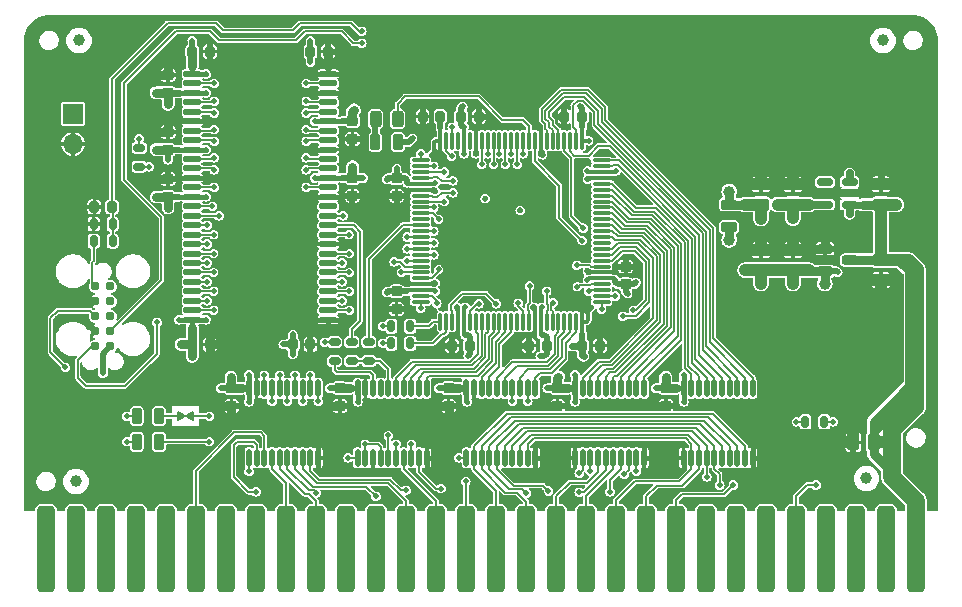
<source format=gtl>
G04 #@! TF.GenerationSoftware,KiCad,Pcbnew,7.0.1-0*
G04 #@! TF.CreationDate,2023-10-30T17:31:41-04:00*
G04 #@! TF.ProjectId,RAM2E,52414d32-452e-46b6-9963-61645f706362,2.1*
G04 #@! TF.SameCoordinates,Original*
G04 #@! TF.FileFunction,Copper,L1,Top*
G04 #@! TF.FilePolarity,Positive*
%FSLAX46Y46*%
G04 Gerber Fmt 4.6, Leading zero omitted, Abs format (unit mm)*
G04 Created by KiCad (PCBNEW 7.0.1-0) date 2023-10-30 17:31:41*
%MOMM*%
%LPD*%
G01*
G04 APERTURE LIST*
G04 Aperture macros list*
%AMRoundRect*
0 Rectangle with rounded corners*
0 $1 Rounding radius*
0 $2 $3 $4 $5 $6 $7 $8 $9 X,Y pos of 4 corners*
0 Add a 4 corners polygon primitive as box body*
4,1,4,$2,$3,$4,$5,$6,$7,$8,$9,$2,$3,0*
0 Add four circle primitives for the rounded corners*
1,1,$1+$1,$2,$3*
1,1,$1+$1,$4,$5*
1,1,$1+$1,$6,$7*
1,1,$1+$1,$8,$9*
0 Add four rect primitives between the rounded corners*
20,1,$1+$1,$2,$3,$4,$5,0*
20,1,$1+$1,$4,$5,$6,$7,0*
20,1,$1+$1,$6,$7,$8,$9,0*
20,1,$1+$1,$8,$9,$2,$3,0*%
G04 Aperture macros list end*
G04 #@! TA.AperFunction,SMDPad,CuDef*
%ADD10C,1.000000*%
G04 #@! TD*
G04 #@! TA.AperFunction,SMDPad,CuDef*
%ADD11RoundRect,0.112500X0.112500X-0.612500X0.112500X0.612500X-0.112500X0.612500X-0.112500X-0.612500X0*%
G04 #@! TD*
G04 #@! TA.AperFunction,SMDPad,CuDef*
%ADD12RoundRect,0.212500X-0.262500X0.212500X-0.262500X-0.212500X0.262500X-0.212500X0.262500X0.212500X0*%
G04 #@! TD*
G04 #@! TA.AperFunction,SMDPad,CuDef*
%ADD13RoundRect,0.381000X0.381000X3.289000X-0.381000X3.289000X-0.381000X-3.289000X0.381000X-3.289000X0*%
G04 #@! TD*
G04 #@! TA.AperFunction,SMDPad,CuDef*
%ADD14RoundRect,0.212500X0.262500X-0.212500X0.262500X0.212500X-0.262500X0.212500X-0.262500X-0.212500X0*%
G04 #@! TD*
G04 #@! TA.AperFunction,SMDPad,CuDef*
%ADD15RoundRect,0.114500X-0.640500X-0.114500X0.640500X-0.114500X0.640500X0.114500X-0.640500X0.114500X0*%
G04 #@! TD*
G04 #@! TA.AperFunction,ComponentPad*
%ADD16C,2.000000*%
G04 #@! TD*
G04 #@! TA.AperFunction,SMDPad,CuDef*
%ADD17RoundRect,0.262500X0.262500X0.437500X-0.262500X0.437500X-0.262500X-0.437500X0.262500X-0.437500X0*%
G04 #@! TD*
G04 #@! TA.AperFunction,SMDPad,CuDef*
%ADD18RoundRect,0.262500X-0.437500X0.262500X-0.437500X-0.262500X0.437500X-0.262500X0.437500X0.262500X0*%
G04 #@! TD*
G04 #@! TA.AperFunction,SMDPad,CuDef*
%ADD19RoundRect,0.212500X-0.212500X-0.262500X0.212500X-0.262500X0.212500X0.262500X-0.212500X0.262500X0*%
G04 #@! TD*
G04 #@! TA.AperFunction,SMDPad,CuDef*
%ADD20RoundRect,0.212500X-0.212500X-0.487500X0.212500X-0.487500X0.212500X0.487500X-0.212500X0.487500X0*%
G04 #@! TD*
G04 #@! TA.AperFunction,SMDPad,CuDef*
%ADD21RoundRect,0.262500X0.437500X-0.262500X0.437500X0.262500X-0.437500X0.262500X-0.437500X-0.262500X0*%
G04 #@! TD*
G04 #@! TA.AperFunction,SMDPad,CuDef*
%ADD22RoundRect,0.200000X-0.475000X-0.200000X0.475000X-0.200000X0.475000X0.200000X-0.475000X0.200000X0*%
G04 #@! TD*
G04 #@! TA.AperFunction,SMDPad,CuDef*
%ADD23RoundRect,0.212500X0.487500X-0.212500X0.487500X0.212500X-0.487500X0.212500X-0.487500X-0.212500X0*%
G04 #@! TD*
G04 #@! TA.AperFunction,ComponentPad*
%ADD24R,1.700000X1.700000*%
G04 #@! TD*
G04 #@! TA.AperFunction,ComponentPad*
%ADD25O,1.700000X1.700000*%
G04 #@! TD*
G04 #@! TA.AperFunction,SMDPad,CuDef*
%ADD26RoundRect,0.175000X-0.175000X-0.300000X0.175000X-0.300000X0.175000X0.300000X-0.175000X0.300000X0*%
G04 #@! TD*
G04 #@! TA.AperFunction,SMDPad,CuDef*
%ADD27RoundRect,0.212500X0.212500X0.262500X-0.212500X0.262500X-0.212500X-0.262500X0.212500X-0.262500X0*%
G04 #@! TD*
G04 #@! TA.AperFunction,ConnectorPad*
%ADD28C,0.787400*%
G04 #@! TD*
G04 #@! TA.AperFunction,SMDPad,CuDef*
%ADD29RoundRect,0.243750X0.243750X0.456250X-0.243750X0.456250X-0.243750X-0.456250X0.243750X-0.456250X0*%
G04 #@! TD*
G04 #@! TA.AperFunction,SMDPad,CuDef*
%ADD30RoundRect,0.175000X-0.300000X0.175000X-0.300000X-0.175000X0.300000X-0.175000X0.300000X0.175000X0*%
G04 #@! TD*
G04 #@! TA.AperFunction,SMDPad,CuDef*
%ADD31RoundRect,0.075000X0.662500X0.075000X-0.662500X0.075000X-0.662500X-0.075000X0.662500X-0.075000X0*%
G04 #@! TD*
G04 #@! TA.AperFunction,SMDPad,CuDef*
%ADD32RoundRect,0.075000X0.075000X0.662500X-0.075000X0.662500X-0.075000X-0.662500X0.075000X-0.662500X0*%
G04 #@! TD*
G04 #@! TA.AperFunction,SMDPad,CuDef*
%ADD33RoundRect,0.175000X0.175000X0.300000X-0.175000X0.300000X-0.175000X-0.300000X0.175000X-0.300000X0*%
G04 #@! TD*
G04 #@! TA.AperFunction,SMDPad,CuDef*
%ADD34RoundRect,0.175000X0.300000X-0.175000X0.300000X0.175000X-0.300000X0.175000X-0.300000X-0.175000X0*%
G04 #@! TD*
G04 #@! TA.AperFunction,SMDPad,CuDef*
%ADD35RoundRect,0.162500X0.512500X0.162500X-0.512500X0.162500X-0.512500X-0.162500X0.512500X-0.162500X0*%
G04 #@! TD*
G04 #@! TA.AperFunction,ViaPad*
%ADD36C,0.500000*%
G04 #@! TD*
G04 #@! TA.AperFunction,ViaPad*
%ADD37C,0.600000*%
G04 #@! TD*
G04 #@! TA.AperFunction,ViaPad*
%ADD38C,1.000000*%
G04 #@! TD*
G04 #@! TA.AperFunction,Conductor*
%ADD39C,0.762000*%
G04 #@! TD*
G04 #@! TA.AperFunction,Conductor*
%ADD40C,0.450000*%
G04 #@! TD*
G04 #@! TA.AperFunction,Conductor*
%ADD41C,0.800000*%
G04 #@! TD*
G04 #@! TA.AperFunction,Conductor*
%ADD42C,1.000000*%
G04 #@! TD*
G04 #@! TA.AperFunction,Conductor*
%ADD43C,1.524000*%
G04 #@! TD*
G04 #@! TA.AperFunction,Conductor*
%ADD44C,0.600000*%
G04 #@! TD*
G04 #@! TA.AperFunction,Conductor*
%ADD45C,0.508000*%
G04 #@! TD*
G04 #@! TA.AperFunction,Conductor*
%ADD46C,0.650000*%
G04 #@! TD*
G04 #@! TA.AperFunction,Conductor*
%ADD47C,0.500000*%
G04 #@! TD*
G04 #@! TA.AperFunction,Conductor*
%ADD48C,0.300000*%
G04 #@! TD*
G04 #@! TA.AperFunction,Conductor*
%ADD49C,0.150000*%
G04 #@! TD*
G04 #@! TA.AperFunction,Conductor*
%ADD50C,0.152400*%
G04 #@! TD*
G04 APERTURE END LIST*
D10*
X203200000Y-129540000D03*
X271526000Y-92202000D03*
D11*
X236250000Y-127550000D03*
X236900000Y-127550000D03*
X237550000Y-127550000D03*
X238200000Y-127550000D03*
X238850000Y-127550000D03*
X239500000Y-127550000D03*
X240150000Y-127550000D03*
X240800000Y-127550000D03*
X241450000Y-127550000D03*
X242100000Y-127550000D03*
X242100000Y-121650000D03*
X241450000Y-121650000D03*
X240800000Y-121650000D03*
X240150000Y-121650000D03*
X239500000Y-121650000D03*
X238850000Y-121650000D03*
X238200000Y-121650000D03*
X237550000Y-121650000D03*
X236900000Y-121650000D03*
X236250000Y-121650000D03*
D12*
X234750000Y-121650000D03*
X234750000Y-123150000D03*
X253150000Y-121650000D03*
X253150000Y-123150000D03*
D11*
X254650000Y-127550000D03*
X255300000Y-127550000D03*
X255950000Y-127550000D03*
X256600000Y-127550000D03*
X257250000Y-127550000D03*
X257900000Y-127550000D03*
X258550000Y-127550000D03*
X259200000Y-127550000D03*
X259850000Y-127550000D03*
X260500000Y-127550000D03*
X260500000Y-121650000D03*
X259850000Y-121650000D03*
X259200000Y-121650000D03*
X258550000Y-121650000D03*
X257900000Y-121650000D03*
X257250000Y-121650000D03*
X256600000Y-121650000D03*
X255950000Y-121650000D03*
X255300000Y-121650000D03*
X254650000Y-121650000D03*
D12*
X243950000Y-121650000D03*
X243950000Y-123150000D03*
D11*
X217850000Y-127550000D03*
X218500000Y-127550000D03*
X219150000Y-127550000D03*
X219800000Y-127550000D03*
X220450000Y-127550000D03*
X221100000Y-127550000D03*
X221750000Y-127550000D03*
X222400000Y-127550000D03*
X223050000Y-127550000D03*
X223700000Y-127550000D03*
X223700000Y-121650000D03*
X223050000Y-121650000D03*
X222400000Y-121650000D03*
X221750000Y-121650000D03*
X221100000Y-121650000D03*
X220450000Y-121650000D03*
X219800000Y-121650000D03*
X219150000Y-121650000D03*
X218500000Y-121650000D03*
X217850000Y-121650000D03*
X245450000Y-127550000D03*
X246100000Y-127550000D03*
X246750000Y-127550000D03*
X247400000Y-127550000D03*
X248050000Y-127550000D03*
X248700000Y-127550000D03*
X249350000Y-127550000D03*
X250000000Y-127550000D03*
X250650000Y-127550000D03*
X251300000Y-127550000D03*
X251300000Y-121650000D03*
X250650000Y-121650000D03*
X250000000Y-121650000D03*
X249350000Y-121650000D03*
X248700000Y-121650000D03*
X248050000Y-121650000D03*
X247400000Y-121650000D03*
X246750000Y-121650000D03*
X246100000Y-121650000D03*
X245450000Y-121650000D03*
D13*
X200660000Y-135282000D03*
X203200000Y-135282000D03*
X205740000Y-135282000D03*
X208280000Y-135282000D03*
X210820000Y-135282000D03*
X213360000Y-135282000D03*
X215900000Y-135282000D03*
X218440000Y-135282000D03*
X220980000Y-135282000D03*
X223520000Y-135282000D03*
X226060000Y-135282000D03*
X228600000Y-135282000D03*
X231140000Y-135282000D03*
X233680000Y-135282000D03*
X236220000Y-135282000D03*
X238760000Y-135282000D03*
X241300000Y-135282000D03*
X243840000Y-135282000D03*
X246380000Y-135282000D03*
X248920000Y-135282000D03*
X251460000Y-135282000D03*
X254000000Y-135282000D03*
X256540000Y-135282000D03*
X259080000Y-135282000D03*
X261620000Y-135282000D03*
X264160000Y-135282000D03*
X266700000Y-135282000D03*
X269240000Y-135282000D03*
X271780000Y-135282000D03*
X274320000Y-135282000D03*
D11*
X227050000Y-127550000D03*
X227700000Y-127550000D03*
X228350000Y-127550000D03*
X229000000Y-127550000D03*
X229650000Y-127550000D03*
X230300000Y-127550000D03*
X230950000Y-127550000D03*
X231600000Y-127550000D03*
X232250000Y-127550000D03*
X232900000Y-127550000D03*
X232900000Y-121650000D03*
X232250000Y-121650000D03*
X231600000Y-121650000D03*
X230950000Y-121650000D03*
X230300000Y-121650000D03*
X229650000Y-121650000D03*
X229000000Y-121650000D03*
X228350000Y-121650000D03*
X227700000Y-121650000D03*
X227050000Y-121650000D03*
D12*
X225550000Y-121650000D03*
X225550000Y-123150000D03*
X226600000Y-103850000D03*
X226600000Y-105350000D03*
D14*
X211000000Y-101450000D03*
X211000000Y-99950000D03*
X211000000Y-96650000D03*
X211000000Y-95150000D03*
X211000000Y-105450000D03*
X211000000Y-103950000D03*
D12*
X226600000Y-99050000D03*
X226600000Y-100550000D03*
D15*
X213050000Y-95050000D03*
X213050000Y-95850000D03*
X213050000Y-96650000D03*
X213050000Y-97450000D03*
X213050000Y-98250000D03*
X213050000Y-99050000D03*
X213050000Y-99850000D03*
X213050000Y-100650000D03*
X213050000Y-101450000D03*
X213050000Y-102250000D03*
X213050000Y-103050000D03*
X213050000Y-103850000D03*
X213050000Y-104650000D03*
X213050000Y-105450000D03*
X213050000Y-106250000D03*
X213050000Y-107050000D03*
X213050000Y-107850000D03*
X213050000Y-108650000D03*
X213050000Y-109450000D03*
X213050000Y-110250000D03*
X213050000Y-111050000D03*
X213050000Y-111850000D03*
X213050000Y-112650000D03*
X213050000Y-113450000D03*
X213050000Y-114250000D03*
X213050000Y-115050000D03*
X213050000Y-115850000D03*
X224550000Y-115850000D03*
X224550000Y-115050000D03*
X224550000Y-114250000D03*
X224550000Y-113450000D03*
X224550000Y-112650000D03*
X224550000Y-111850000D03*
X224550000Y-111050000D03*
X224550000Y-110250000D03*
X224550000Y-109450000D03*
X224550000Y-108650000D03*
X224550000Y-107850000D03*
X224550000Y-107050000D03*
X224550000Y-106250000D03*
X224550000Y-105450000D03*
X224550000Y-104650000D03*
X224550000Y-103850000D03*
X224550000Y-103050000D03*
X224550000Y-102250000D03*
X224550000Y-101450000D03*
X224550000Y-100650000D03*
X224550000Y-99850000D03*
X224550000Y-99050000D03*
X224550000Y-98250000D03*
X224550000Y-97450000D03*
X224550000Y-96650000D03*
X224550000Y-95850000D03*
X224550000Y-95050000D03*
D10*
X203454000Y-92202000D03*
D16*
X274320000Y-128397000D03*
D17*
X270725000Y-126238000D03*
X269025000Y-126238000D03*
D10*
X270129000Y-129286000D03*
D18*
X271350000Y-110800000D03*
X271350000Y-112500000D03*
D19*
X223050000Y-93150000D03*
X224550000Y-93150000D03*
D20*
X208346000Y-126174500D03*
X210246000Y-126174500D03*
X208346000Y-124015500D03*
X210246000Y-124015500D03*
D21*
X263900000Y-111650000D03*
X263900000Y-109950000D03*
D22*
X266600000Y-109850000D03*
X266600000Y-111750000D03*
X268700000Y-110800000D03*
D21*
X261200000Y-111650000D03*
X261200000Y-109950000D03*
D19*
X213050000Y-93150000D03*
X214550000Y-93150000D03*
D12*
X216350000Y-121650000D03*
X216350000Y-123150000D03*
D19*
X213050000Y-117950000D03*
X214550000Y-117950000D03*
D21*
X263900000Y-106100000D03*
X263900000Y-104400000D03*
X261200000Y-106100000D03*
X261200000Y-104400000D03*
D23*
X258500000Y-108000000D03*
X258500000Y-106100000D03*
D19*
X221550000Y-117950000D03*
X223050000Y-117950000D03*
D24*
X202946000Y-98425000D03*
D25*
X202946000Y-100965000D03*
D26*
X264950000Y-124500000D03*
X266550000Y-124500000D03*
D19*
X246050000Y-118050000D03*
X247550000Y-118050000D03*
D27*
X234050000Y-98650000D03*
X232550000Y-98650000D03*
D28*
X204851000Y-113030000D03*
X204851000Y-114300000D03*
X204851000Y-115570000D03*
X204851000Y-116840000D03*
X204851000Y-118110000D03*
X206121000Y-118110000D03*
X206121000Y-116840000D03*
X206121000Y-115570000D03*
X206121000Y-114300000D03*
X206121000Y-113030000D03*
D20*
X228550000Y-100800000D03*
X230450000Y-100800000D03*
D29*
X230437500Y-98850000D03*
X228562500Y-98850000D03*
D30*
X226550000Y-117750000D03*
X226550000Y-119350000D03*
X228000000Y-117750000D03*
X228000000Y-119350000D03*
X225100000Y-117750000D03*
X225100000Y-119350000D03*
D31*
X247712500Y-114350000D03*
X247712500Y-113850000D03*
X247712500Y-113350000D03*
X247712500Y-112850000D03*
X247712500Y-112350000D03*
X247712500Y-111850000D03*
X247712500Y-111350000D03*
X247712500Y-110850000D03*
X247712500Y-110350000D03*
X247712500Y-109850000D03*
X247712500Y-109350000D03*
X247712500Y-108850000D03*
X247712500Y-108350000D03*
X247712500Y-107850000D03*
X247712500Y-107350000D03*
X247712500Y-106850000D03*
X247712500Y-106350000D03*
X247712500Y-105850000D03*
X247712500Y-105350000D03*
X247712500Y-104850000D03*
X247712500Y-104350000D03*
X247712500Y-103850000D03*
X247712500Y-103350000D03*
X247712500Y-102850000D03*
X247712500Y-102350000D03*
D32*
X246050000Y-100687500D03*
X245550000Y-100687500D03*
X245050000Y-100687500D03*
X244550000Y-100687500D03*
X244050000Y-100687500D03*
X243550000Y-100687500D03*
X243050000Y-100687500D03*
X242550000Y-100687500D03*
X242050000Y-100687500D03*
X241550000Y-100687500D03*
X241050000Y-100687500D03*
X240550000Y-100687500D03*
X240050000Y-100687500D03*
X239550000Y-100687500D03*
X239050000Y-100687500D03*
X238550000Y-100687500D03*
X238050000Y-100687500D03*
X237550000Y-100687500D03*
X237050000Y-100687500D03*
X236550000Y-100687500D03*
X236050000Y-100687500D03*
X235550000Y-100687500D03*
X235050000Y-100687500D03*
X234550000Y-100687500D03*
X234050000Y-100687500D03*
D31*
X232387500Y-102350000D03*
X232387500Y-102850000D03*
X232387500Y-103350000D03*
X232387500Y-103850000D03*
X232387500Y-104350000D03*
X232387500Y-104850000D03*
X232387500Y-105350000D03*
X232387500Y-105850000D03*
X232387500Y-106350000D03*
X232387500Y-106850000D03*
X232387500Y-107350000D03*
X232387500Y-107850000D03*
X232387500Y-108350000D03*
X232387500Y-108850000D03*
X232387500Y-109350000D03*
X232387500Y-109850000D03*
X232387500Y-110350000D03*
X232387500Y-110850000D03*
X232387500Y-111350000D03*
X232387500Y-111850000D03*
X232387500Y-112350000D03*
X232387500Y-112850000D03*
X232387500Y-113350000D03*
X232387500Y-113850000D03*
X232387500Y-114350000D03*
D32*
X234050000Y-116012500D03*
X234550000Y-116012500D03*
X235050000Y-116012500D03*
X235550000Y-116012500D03*
X236050000Y-116012500D03*
X236550000Y-116012500D03*
X237050000Y-116012500D03*
X237550000Y-116012500D03*
X238050000Y-116012500D03*
X238550000Y-116012500D03*
X239050000Y-116012500D03*
X239550000Y-116012500D03*
X240050000Y-116012500D03*
X240550000Y-116012500D03*
X241050000Y-116012500D03*
X241550000Y-116012500D03*
X242050000Y-116012500D03*
X242550000Y-116012500D03*
X243050000Y-116012500D03*
X243550000Y-116012500D03*
X244050000Y-116012500D03*
X244550000Y-116012500D03*
X245050000Y-116012500D03*
X245550000Y-116012500D03*
X246050000Y-116012500D03*
D27*
X206250000Y-106300000D03*
X204750000Y-106300000D03*
D33*
X206300000Y-107750000D03*
X204700000Y-107750000D03*
X206300000Y-109200000D03*
X204700000Y-109200000D03*
D19*
X235800000Y-98650000D03*
X237300000Y-98650000D03*
D12*
X230350000Y-103850000D03*
X230350000Y-105350000D03*
X230350000Y-113450000D03*
X230350000Y-114950000D03*
D27*
X236550000Y-118050000D03*
X235050000Y-118050000D03*
X243050000Y-118050000D03*
X241550000Y-118050000D03*
D14*
X249750000Y-112850000D03*
X249750000Y-111350000D03*
D27*
X246050000Y-98650000D03*
X244550000Y-98650000D03*
D26*
X229900000Y-117850000D03*
X231500000Y-117850000D03*
X229900000Y-116400000D03*
X231500000Y-116400000D03*
D34*
X208550000Y-102900000D03*
X208550000Y-101300000D03*
D35*
X268700000Y-106100000D03*
X268700000Y-105150000D03*
X268700000Y-104200000D03*
X266600000Y-104200000D03*
X266600000Y-106100000D03*
D21*
X271350000Y-106100000D03*
X271350000Y-104400000D03*
D36*
X245450000Y-122800000D03*
X244825000Y-121650000D03*
X245450000Y-120500000D03*
X254650000Y-122800000D03*
X253125000Y-120700000D03*
X254025000Y-121650000D03*
X254650000Y-120500000D03*
D37*
X269800000Y-106100000D03*
D36*
X244050000Y-120700000D03*
X243100000Y-121650000D03*
D38*
X272650000Y-106100000D03*
D36*
X252300000Y-121650000D03*
D38*
X274193000Y-123190000D03*
X271350000Y-107250000D03*
D37*
X268700000Y-106900000D03*
X268700000Y-103450000D03*
D36*
X222250000Y-131191000D03*
X224790000Y-131191000D03*
X227330000Y-131191000D03*
X229870000Y-131191000D03*
X232410000Y-131191000D03*
X234950000Y-131191000D03*
X217170000Y-131191000D03*
X214630000Y-131191000D03*
X212090000Y-131191000D03*
X209550000Y-131191000D03*
X275844000Y-131191000D03*
X270510000Y-131191000D03*
X265430000Y-131191000D03*
X262890000Y-131191000D03*
X260350000Y-131191000D03*
X257810000Y-131191000D03*
X255270000Y-131191000D03*
X252730000Y-131191000D03*
X250190000Y-131191000D03*
X247650000Y-131191000D03*
X245110000Y-131191000D03*
X242570000Y-131191000D03*
X240030000Y-131191000D03*
X237490000Y-131191000D03*
X275844000Y-118364000D03*
X275844000Y-98044000D03*
X275844000Y-93091000D03*
X199136000Y-93091000D03*
X267970000Y-90424000D03*
X262890000Y-90424000D03*
X257810000Y-90424000D03*
X252730000Y-90424000D03*
X242570000Y-90424000D03*
X247650000Y-90424000D03*
X237998000Y-90424000D03*
X227330000Y-90424000D03*
X232410000Y-90424000D03*
X206756000Y-90424000D03*
X202057000Y-90424000D03*
X199771000Y-90932000D03*
X199136000Y-128270000D03*
X199136000Y-122555000D03*
X199136000Y-117475000D03*
X199136000Y-112395000D03*
X199136000Y-107315000D03*
X275209000Y-90932000D03*
X233750000Y-123150000D03*
X244825000Y-123150000D03*
X242950000Y-123150000D03*
X254025000Y-123150000D03*
X252150000Y-123150000D03*
X215350000Y-123150000D03*
X216325000Y-124100000D03*
X217225000Y-123150000D03*
X226425000Y-123150000D03*
X224550000Y-123150000D03*
X211900000Y-103850000D03*
X223400000Y-115850000D03*
X214200000Y-99050000D03*
X225700000Y-115850000D03*
X214200000Y-103850000D03*
X211000000Y-99000000D03*
X211000000Y-103100000D03*
X210000000Y-103950000D03*
X226400000Y-106200000D03*
X223400000Y-95050000D03*
X225700000Y-95050000D03*
X225700000Y-105450000D03*
X223400000Y-101450000D03*
X223400000Y-105450000D03*
X223400000Y-96650000D03*
X225700000Y-96650000D03*
X229000000Y-92550000D03*
X230150000Y-124800000D03*
X211650000Y-113200000D03*
X265303000Y-123190000D03*
X204470000Y-131191000D03*
X199136000Y-131191000D03*
X201930000Y-131191000D03*
X207010000Y-131191000D03*
X267970000Y-131191000D03*
X228250000Y-91900000D03*
X275844000Y-123444000D03*
X229900000Y-93500000D03*
X201676000Y-125095000D03*
X204216000Y-122555000D03*
X209296000Y-122555000D03*
X206756000Y-125095000D03*
X211836000Y-125349000D03*
X211836000Y-120015000D03*
X270383000Y-123190000D03*
X272923000Y-90424000D03*
X218650000Y-125900000D03*
X217050000Y-126700000D03*
X220000000Y-105450000D03*
X217600000Y-105450000D03*
X218800000Y-103850000D03*
X218800000Y-101450000D03*
X218800000Y-99050000D03*
X218800000Y-96650000D03*
X218800000Y-95050000D03*
X218800000Y-102650000D03*
X218800000Y-97850000D03*
X218800000Y-100250000D03*
X220000000Y-115850000D03*
X217600000Y-115850000D03*
X199136000Y-102235000D03*
X199136000Y-97155000D03*
X201676000Y-94615000D03*
X206756000Y-99695000D03*
D38*
X269300000Y-112800000D03*
D36*
X260350000Y-98044000D03*
X262890000Y-100584000D03*
X257810000Y-100584000D03*
X273050000Y-100584000D03*
X275844000Y-113284000D03*
X275844000Y-103124000D03*
D38*
X267950000Y-113950000D03*
X265250000Y-113950000D03*
X262550000Y-113950000D03*
X259850000Y-113950000D03*
D36*
X275844000Y-108204000D03*
X272923000Y-115570000D03*
X272923000Y-120650000D03*
X267843000Y-120650000D03*
X260604000Y-123190000D03*
X263144000Y-125730000D03*
X273050000Y-131699000D03*
D38*
X258500000Y-112800000D03*
D36*
X270383000Y-118110000D03*
X214550000Y-94050000D03*
X214550000Y-92250000D03*
X267843000Y-115570000D03*
X262763000Y-115570000D03*
X214550000Y-116950000D03*
X214550000Y-118950000D03*
X226300000Y-91300000D03*
X241950000Y-117150000D03*
X231250000Y-112750000D03*
X232700000Y-97800000D03*
X241700000Y-118900000D03*
X248100000Y-101650000D03*
X248850000Y-111750000D03*
X247400000Y-118900000D03*
X241950000Y-114800000D03*
X237050000Y-101800000D03*
X250600000Y-111500000D03*
X247400000Y-117200000D03*
X235450000Y-114800000D03*
X233600000Y-104950000D03*
X231250000Y-104950000D03*
X233600000Y-112750000D03*
X246500000Y-111750000D03*
X244700000Y-99500000D03*
X237850000Y-105600000D03*
X240800000Y-106600000D03*
X229500000Y-105200000D03*
X240750000Y-118050000D03*
X244700000Y-97800000D03*
X246500000Y-103950000D03*
X237050000Y-99550000D03*
X235450000Y-117200000D03*
X232700000Y-99500000D03*
X237050000Y-97750000D03*
X234250000Y-118050000D03*
X201580000Y-115850000D03*
X205486000Y-110490000D03*
X206756000Y-104775000D03*
X204030000Y-114300000D03*
X201676000Y-104775000D03*
X267970000Y-100584000D03*
X265430000Y-98044000D03*
X270510000Y-98044000D03*
X255270000Y-98044000D03*
X252730000Y-100584000D03*
X250190000Y-98044000D03*
X255270000Y-103124000D03*
D38*
X263900000Y-108800000D03*
D36*
X251550000Y-105900000D03*
X240800000Y-99450000D03*
X206756000Y-94107000D03*
X209450000Y-92950000D03*
X246850000Y-99900000D03*
X265303000Y-118110000D03*
X262763000Y-120650000D03*
X245100000Y-119450000D03*
X211000000Y-94200000D03*
X221551500Y-90424001D03*
X237000000Y-122800000D03*
D38*
X262600000Y-104400000D03*
D36*
X235200000Y-118900000D03*
X252730000Y-95504000D03*
X219710000Y-131191000D03*
D38*
X261200000Y-103250000D03*
D36*
X231200000Y-114850000D03*
D38*
X272700000Y-112500000D03*
D36*
X242750000Y-127550000D03*
X242700000Y-101900000D03*
X267700000Y-109850000D03*
X229500000Y-114850000D03*
X223050000Y-118800000D03*
D38*
X266600000Y-108800000D03*
D36*
X218500000Y-122800000D03*
D38*
X261200000Y-108800000D03*
D36*
X249750000Y-110550000D03*
D38*
X269050000Y-124850000D03*
X272650000Y-104400000D03*
D36*
X273050000Y-95504000D03*
X234750000Y-124150000D03*
X227750000Y-122900000D03*
X242150000Y-126400000D03*
X260500000Y-128700000D03*
D38*
X262550000Y-109950000D03*
X259850000Y-109950000D03*
D36*
X223050000Y-117100000D03*
X242400000Y-99550000D03*
X242100000Y-128700000D03*
X215582500Y-90424001D03*
X227500000Y-100750000D03*
X210502500Y-90424000D03*
D38*
X265250000Y-109950000D03*
D36*
X260500000Y-126400000D03*
D38*
X271350000Y-113650000D03*
D36*
X254650000Y-126400000D03*
D37*
X267600000Y-105150000D03*
D36*
X243750000Y-98500000D03*
D38*
X267850000Y-126200000D03*
D36*
X225400000Y-93150000D03*
X233550000Y-127550000D03*
D38*
X265200000Y-104400000D03*
D36*
X250190000Y-92964000D03*
X251950000Y-127550000D03*
X232900000Y-128700000D03*
X224550000Y-92250000D03*
X224550000Y-116550000D03*
X223700000Y-128650000D03*
X251300000Y-126400000D03*
D38*
X263900000Y-103250000D03*
D36*
X223700000Y-126400000D03*
X210000000Y-95150000D03*
X269050000Y-127350000D03*
X226600000Y-101400000D03*
X235600000Y-123050000D03*
X228350000Y-128700000D03*
D37*
X269800000Y-105000000D03*
D36*
X210000000Y-99950000D03*
D38*
X259850000Y-104350000D03*
D36*
X227475000Y-105150000D03*
X249300000Y-103850000D03*
X224550000Y-94350000D03*
X254250000Y-128850000D03*
X261150000Y-127550000D03*
D37*
X271350000Y-103450000D03*
D36*
X245450000Y-126400000D03*
X247650000Y-95504000D03*
X215500000Y-117950000D03*
X230300000Y-126400000D03*
X231600000Y-126400000D03*
X257700000Y-129850000D03*
X256600000Y-129150000D03*
X243200000Y-130350000D03*
X241300000Y-130550000D03*
X214503000Y-124015500D03*
X214503000Y-126174500D03*
X265850000Y-129850000D03*
X229650000Y-125650000D03*
X218440000Y-130429000D03*
X234100000Y-130150000D03*
X231140000Y-130302000D03*
X228600000Y-130810000D03*
X223520000Y-130500000D03*
X267300000Y-124500000D03*
X249600000Y-128950000D03*
X245800000Y-130450000D03*
X248412000Y-130429000D03*
X246750000Y-128700000D03*
X250650000Y-128700000D03*
X258850000Y-129850000D03*
X245800000Y-128850000D03*
X236200000Y-129550000D03*
X236300000Y-122800000D03*
X235625000Y-121650000D03*
X217850000Y-120500000D03*
X215450000Y-121650000D03*
X217225000Y-121650000D03*
X216325000Y-120700000D03*
X217850000Y-122800000D03*
X226425000Y-121650000D03*
X227050000Y-122800000D03*
X214200000Y-101450000D03*
X214200000Y-96650000D03*
X211900000Y-101450000D03*
X211900000Y-105450000D03*
X211900000Y-115850000D03*
X214200000Y-115850000D03*
X211900000Y-96650000D03*
X210000000Y-105450000D03*
X214200000Y-95050000D03*
X211000000Y-102300000D03*
X211000000Y-106400000D03*
X226600000Y-102900000D03*
X223400000Y-99050000D03*
X223400000Y-103850000D03*
X225700000Y-99050000D03*
X225700000Y-103850000D03*
X213050000Y-92250000D03*
X213050000Y-116550000D03*
X213050000Y-118950000D03*
X212100000Y-117950000D03*
X235950000Y-97800000D03*
X248850000Y-112450000D03*
X246600000Y-100700000D03*
X231250000Y-104250000D03*
X242650000Y-114800000D03*
X231250000Y-113450000D03*
X245900000Y-97800000D03*
X229500000Y-104000000D03*
X242650000Y-117150000D03*
X236150000Y-114800000D03*
X250600000Y-112700000D03*
X236050000Y-99550000D03*
X233600000Y-113450000D03*
X248900000Y-103250000D03*
X246500000Y-112450000D03*
X246500000Y-103250000D03*
X236150000Y-117150000D03*
X246050000Y-99550000D03*
X242500000Y-118950000D03*
X230350000Y-103050000D03*
X233600000Y-104250000D03*
X205486000Y-120396000D03*
X236050000Y-101800000D03*
X211000000Y-97600000D03*
X249900000Y-113650000D03*
X231700000Y-100500000D03*
D38*
X265250000Y-111650000D03*
D36*
X209400000Y-102900000D03*
X229200000Y-116400000D03*
D38*
X258500000Y-109100000D03*
D36*
X226250000Y-127550000D03*
X221550000Y-118800000D03*
X236400000Y-118900000D03*
X223050000Y-94050000D03*
X221550000Y-117100000D03*
X229200000Y-117850000D03*
X213050000Y-94350000D03*
X227500000Y-103850000D03*
X214200000Y-105450000D03*
X267700000Y-111850000D03*
X224700000Y-121650000D03*
D38*
X266600000Y-112800000D03*
D36*
X229500000Y-113550000D03*
D38*
X259850000Y-111650000D03*
D36*
X220750000Y-117950000D03*
X223050000Y-92250000D03*
X217850000Y-128700000D03*
X226750000Y-98100000D03*
X210000000Y-96650000D03*
X235600000Y-127550000D03*
D38*
X262550000Y-111650000D03*
D36*
X233900000Y-121650000D03*
D38*
X261200000Y-112800000D03*
D36*
X210000000Y-101450000D03*
D38*
X263900000Y-112800000D03*
D36*
X210058000Y-116078000D03*
X243050000Y-113450000D03*
X202311000Y-119888000D03*
X240650000Y-114450000D03*
X227400000Y-92450000D03*
X243600000Y-114400000D03*
X222700000Y-102150000D03*
X214900000Y-102150000D03*
X238550000Y-102700000D03*
X222700000Y-100750000D03*
X214900000Y-100750000D03*
X239050000Y-101800000D03*
X222700000Y-99750000D03*
X214900000Y-99750000D03*
X239550000Y-102700000D03*
X222700000Y-98350000D03*
X240050000Y-101800000D03*
X214900000Y-98350000D03*
X222700000Y-104650000D03*
X214900000Y-104650000D03*
X237550000Y-102700000D03*
X222700000Y-103150000D03*
X214900000Y-103150000D03*
X238050000Y-101800000D03*
X222700000Y-95850000D03*
X241050000Y-101800000D03*
X214900000Y-95850000D03*
X222700000Y-97350000D03*
X240550000Y-102700000D03*
X214900000Y-97350000D03*
X225800000Y-107050000D03*
X235000000Y-102000000D03*
X232400000Y-101800000D03*
X215300000Y-107050000D03*
X214300000Y-107850000D03*
X233500000Y-102850000D03*
X234400000Y-103350000D03*
X226300000Y-108650000D03*
X214850000Y-108650000D03*
X235100000Y-104100000D03*
X214850000Y-110250000D03*
X234400000Y-105850000D03*
X226350000Y-110250000D03*
X233500000Y-106350000D03*
X214300000Y-109450000D03*
X235100000Y-105100000D03*
X214300000Y-111050000D03*
X233900000Y-107350000D03*
X225750000Y-111050000D03*
X233500000Y-108350000D03*
X214850000Y-111850000D03*
X231250000Y-108850000D03*
X226350000Y-111850000D03*
X233500000Y-109350000D03*
X214300000Y-112650000D03*
X231250000Y-109850000D03*
X225750000Y-112650000D03*
X233500000Y-110350000D03*
X214850000Y-113450000D03*
X231250000Y-110850000D03*
X226350000Y-113450000D03*
X230150000Y-110950000D03*
X226350000Y-115050000D03*
X232400000Y-114900000D03*
X214850000Y-115050000D03*
X233750000Y-114450000D03*
X225750000Y-114250000D03*
X233900000Y-111600000D03*
X214300000Y-114250000D03*
X230750000Y-111850000D03*
X235050000Y-99550000D03*
X214750000Y-106250000D03*
X246050000Y-109150000D03*
X219800000Y-122750000D03*
X219150000Y-120550000D03*
X246150000Y-108100000D03*
X246600000Y-113450000D03*
X221750000Y-120550000D03*
X248850000Y-113850000D03*
X221100000Y-122750000D03*
X245600000Y-111250000D03*
X222400000Y-122750000D03*
X223700000Y-122750000D03*
X245650000Y-113050000D03*
X238800000Y-114500000D03*
X223050000Y-120550000D03*
X250400000Y-115050000D03*
X220450000Y-120550000D03*
X249500000Y-115550000D03*
X240150000Y-122750000D03*
X247700000Y-114950000D03*
X241450000Y-122750000D03*
X207518000Y-126174500D03*
X207518000Y-124015500D03*
X224250000Y-117750000D03*
X264200000Y-124500000D03*
X227700000Y-126400000D03*
D38*
X262600000Y-106100000D03*
X263900000Y-107250000D03*
D36*
X245200000Y-118050000D03*
D38*
X259850000Y-106100000D03*
X265250000Y-106100000D03*
X258500000Y-105000000D03*
X243450000Y-108800000D03*
X261200000Y-107300000D03*
D36*
X246200000Y-118950000D03*
X208550000Y-100550000D03*
X237300000Y-114500000D03*
X227400000Y-91440000D03*
X241600000Y-113000000D03*
D39*
X243925000Y-121650000D02*
X244825000Y-121650000D01*
D40*
X245450000Y-121650000D02*
X245450000Y-122800000D01*
X245450000Y-121650000D02*
X245450000Y-120500000D01*
X245450000Y-121650000D02*
X244825000Y-121650000D01*
D39*
X253125000Y-121650000D02*
X254025000Y-121650000D01*
D40*
X254650000Y-121650000D02*
X254025000Y-121650000D01*
D39*
X253125000Y-121650000D02*
X253125000Y-120700000D01*
D40*
X254650000Y-121650000D02*
X254650000Y-120500000D01*
X254650000Y-121650000D02*
X254650000Y-122800000D01*
D41*
X270725000Y-125261000D02*
X274193000Y-121793000D01*
D42*
X270725000Y-126238000D02*
X272288000Y-126238000D01*
D39*
X243925000Y-121650000D02*
X243925000Y-120825000D01*
D42*
X271350000Y-110800000D02*
X273000000Y-110800000D01*
D43*
X272288000Y-126238000D02*
X272288000Y-129159000D01*
X274320000Y-131191000D02*
X274320000Y-135282000D01*
X272288000Y-129159000D02*
X274320000Y-131191000D01*
D44*
X268700000Y-106100000D02*
X269800000Y-106100000D01*
D42*
X274500000Y-123300000D02*
X272288000Y-125512000D01*
X273000000Y-110800000D02*
X273800000Y-111600000D01*
X273700000Y-110800000D02*
X274500000Y-111600000D01*
D43*
X274193000Y-123190000D02*
X274129500Y-123253500D01*
D41*
X269800000Y-106100000D02*
X271350000Y-106100000D01*
X274500000Y-120700000D02*
X274500000Y-111600000D01*
X268700000Y-110800000D02*
X271350000Y-110800000D01*
D39*
X243925000Y-120825000D02*
X244050000Y-120700000D01*
D45*
X253125000Y-121650000D02*
X252300000Y-121650000D01*
D43*
X272288000Y-125095000D02*
X272288000Y-126238000D01*
D41*
X270725000Y-126238000D02*
X270725000Y-127215000D01*
D43*
X274129500Y-123253500D02*
X272288000Y-125095000D01*
D42*
X271350000Y-110800000D02*
X271350000Y-107250000D01*
X273800000Y-111600000D02*
X274500000Y-111600000D01*
X272288000Y-125512000D02*
X272288000Y-129159000D01*
D41*
X270725000Y-125261000D02*
X270725000Y-124475000D01*
D45*
X243925000Y-121650000D02*
X243100000Y-121650000D01*
D42*
X271350000Y-110800000D02*
X273700000Y-110800000D01*
D43*
X274193000Y-123190000D02*
X272288000Y-125095000D01*
D41*
X270725000Y-126238000D02*
X270725000Y-125261000D01*
D42*
X272288000Y-128778000D02*
X272288000Y-129159000D01*
D46*
X268700000Y-104200000D02*
X268700000Y-103450000D01*
D42*
X271350000Y-106100000D02*
X272650000Y-106100000D01*
D41*
X270725000Y-124475000D02*
X274500000Y-120700000D01*
D46*
X268700000Y-106100000D02*
X268700000Y-106900000D01*
D42*
X274500000Y-111600000D02*
X274500000Y-123300000D01*
D43*
X274193000Y-123190000D02*
X274193000Y-111693000D01*
D41*
X270725000Y-127215000D02*
X272288000Y-128778000D01*
D42*
X271350000Y-107250000D02*
X271350000Y-106100000D01*
D39*
X234725000Y-123150000D02*
X233750000Y-123150000D01*
X243925000Y-123150000D02*
X242950000Y-123150000D01*
D45*
X243925000Y-123150000D02*
X244825000Y-123150000D01*
D39*
X253125000Y-123150000D02*
X252150000Y-123150000D01*
D45*
X253125000Y-123150000D02*
X254025000Y-123150000D01*
X216325000Y-123150000D02*
X217225000Y-123150000D01*
D39*
X216325000Y-123150000D02*
X215350000Y-123150000D01*
X216325000Y-123150000D02*
X216325000Y-124100000D01*
D45*
X225525000Y-123150000D02*
X226425000Y-123150000D01*
D39*
X225525000Y-123150000D02*
X224550000Y-123150000D01*
D40*
X224550000Y-115850000D02*
X223400000Y-115850000D01*
X213050000Y-99050000D02*
X214200000Y-99050000D01*
X213050000Y-103850000D02*
X214200000Y-103850000D01*
X213050000Y-103850000D02*
X211900000Y-103850000D01*
X224550000Y-115850000D02*
X225700000Y-115850000D01*
D39*
X211000000Y-99950000D02*
X211000000Y-99000000D01*
D45*
X211000000Y-103950000D02*
X211800000Y-103950000D01*
X226600000Y-105350000D02*
X225800000Y-105350000D01*
D39*
X211000000Y-103950000D02*
X210000000Y-103950000D01*
D45*
X211800000Y-103950000D02*
X211900000Y-103850000D01*
X211050000Y-99050000D02*
X211000000Y-99000000D01*
X225800000Y-105350000D02*
X225700000Y-105450000D01*
X211000000Y-103950000D02*
X211000000Y-103100000D01*
X213050000Y-99050000D02*
X211050000Y-99050000D01*
D40*
X224550000Y-96650000D02*
X225700000Y-96650000D01*
X224550000Y-105450000D02*
X225700000Y-105450000D01*
X224550000Y-96650000D02*
X223400000Y-96650000D01*
X224550000Y-95050000D02*
X223400000Y-95050000D01*
X224550000Y-105450000D02*
X223400000Y-105450000D01*
X224550000Y-95050000D02*
X225700000Y-95050000D01*
X224550000Y-101450000D02*
X223400000Y-101450000D01*
D47*
X214550000Y-93150000D02*
X214550000Y-94050000D01*
X214550000Y-93150000D02*
X214550000Y-92250000D01*
D39*
X214550000Y-117950000D02*
X214550000Y-116950000D01*
X214550000Y-117950000D02*
X214550000Y-118950000D01*
D48*
X242050000Y-114900000D02*
X241950000Y-114800000D01*
D47*
X232550000Y-98650000D02*
X232550000Y-97950000D01*
D48*
X235450000Y-117200000D02*
X235550000Y-117100000D01*
D47*
X237300000Y-98650000D02*
X237300000Y-99350000D01*
X250450000Y-111350000D02*
X250600000Y-111500000D01*
D48*
X231350000Y-112850000D02*
X231250000Y-112750000D01*
D47*
X247550000Y-118750000D02*
X247400000Y-118900000D01*
D48*
X242050000Y-116012500D02*
X242050000Y-117050000D01*
D47*
X249050000Y-111350000D02*
X248850000Y-111550000D01*
X247550000Y-118050000D02*
X247550000Y-118750000D01*
D48*
X232387500Y-112850000D02*
X231350000Y-112850000D01*
X242050000Y-116012500D02*
X242050000Y-114900000D01*
D47*
X237300000Y-98650000D02*
X237300000Y-97950000D01*
D48*
X247712500Y-111850000D02*
X248750000Y-111850000D01*
D47*
X247550000Y-118050000D02*
X247550000Y-117350000D01*
X232550000Y-99350000D02*
X232700000Y-99500000D01*
X249750000Y-111350000D02*
X249050000Y-111350000D01*
X235200000Y-117200000D02*
X235450000Y-117200000D01*
D48*
X235550000Y-117100000D02*
X235550000Y-116012500D01*
D47*
X248850000Y-111550000D02*
X248850000Y-111750000D01*
X241550000Y-118050000D02*
X241550000Y-118750000D01*
X247550000Y-117350000D02*
X247400000Y-117200000D01*
X235050000Y-117350000D02*
X235200000Y-117200000D01*
X241550000Y-118050000D02*
X240750000Y-118050000D01*
X235050000Y-118050000D02*
X235050000Y-117350000D01*
X237100000Y-97750000D02*
X237050000Y-97750000D01*
X235050000Y-118050000D02*
X234250000Y-118050000D01*
X249750000Y-111350000D02*
X250450000Y-111350000D01*
D48*
X235550000Y-116012500D02*
X235550000Y-114900000D01*
D47*
X237300000Y-99350000D02*
X237100000Y-99550000D01*
X241750000Y-117150000D02*
X241950000Y-117150000D01*
X230350000Y-105350000D02*
X231050000Y-105350000D01*
D48*
X232387500Y-104850000D02*
X231350000Y-104850000D01*
X233600000Y-112750000D02*
X233500000Y-112850000D01*
X233500000Y-112850000D02*
X232387500Y-112850000D01*
X231350000Y-104850000D02*
X231250000Y-104950000D01*
X232387500Y-104850000D02*
X233500000Y-104850000D01*
X233500000Y-104850000D02*
X233600000Y-104950000D01*
X235550000Y-114900000D02*
X235450000Y-114800000D01*
D47*
X230350000Y-105350000D02*
X229650000Y-105350000D01*
X230350000Y-105350000D02*
X230350000Y-105950000D01*
X244550000Y-97950000D02*
X244700000Y-97800000D01*
X244550000Y-98650000D02*
X244550000Y-97950000D01*
X229650000Y-105350000D02*
X229500000Y-105200000D01*
X244550000Y-98650000D02*
X244550000Y-99350000D01*
D48*
X248750000Y-111850000D02*
X248850000Y-111750000D01*
D47*
X237300000Y-98650000D02*
X237900000Y-98650000D01*
X244550000Y-99350000D02*
X244700000Y-99500000D01*
X232550000Y-98650000D02*
X232550000Y-99350000D01*
X231250000Y-105150000D02*
X231250000Y-104950000D01*
D48*
X246600000Y-103850000D02*
X246500000Y-103950000D01*
D47*
X231050000Y-105350000D02*
X231250000Y-105150000D01*
D48*
X237050000Y-100687500D02*
X237050000Y-99550000D01*
X242050000Y-117050000D02*
X241950000Y-117150000D01*
D47*
X241550000Y-117350000D02*
X241750000Y-117150000D01*
D48*
X246600000Y-111850000D02*
X246500000Y-111750000D01*
D47*
X237300000Y-97950000D02*
X237100000Y-97750000D01*
D48*
X247712500Y-111850000D02*
X246600000Y-111850000D01*
D47*
X237100000Y-99550000D02*
X237050000Y-99550000D01*
X241550000Y-118750000D02*
X241700000Y-118900000D01*
X232550000Y-97950000D02*
X232700000Y-97800000D01*
D48*
X247712500Y-103850000D02*
X246600000Y-103850000D01*
X237050000Y-101800000D02*
X237050000Y-100687500D01*
D47*
X241550000Y-118050000D02*
X241550000Y-117350000D01*
X204851000Y-114300000D02*
X204030000Y-114300000D01*
X231100000Y-114950000D02*
X231200000Y-114850000D01*
D46*
X269650000Y-105150000D02*
X268700000Y-105150000D01*
D42*
X271350000Y-112500000D02*
X271350000Y-113650000D01*
D40*
X223700000Y-127550000D02*
X223700000Y-128650000D01*
D42*
X261200000Y-109950000D02*
X261200000Y-108800000D01*
D49*
X245450000Y-127550000D02*
X245450000Y-126400000D01*
D47*
X266600000Y-109850000D02*
X267700000Y-109850000D01*
X223050000Y-117950000D02*
X223050000Y-118800000D01*
D46*
X268700000Y-105150000D02*
X267600000Y-105150000D01*
D41*
X224550000Y-94350000D02*
X224550000Y-93150000D01*
D40*
X254300000Y-128850000D02*
X254250000Y-128850000D01*
X242100000Y-127550000D02*
X242100000Y-126450000D01*
X254650000Y-127550000D02*
X254650000Y-128500000D01*
D41*
X211000000Y-95150000D02*
X211000000Y-94200000D01*
D49*
X254650000Y-127550000D02*
X254650000Y-126400000D01*
D41*
X266600000Y-109850000D02*
X265350000Y-109850000D01*
D42*
X261200000Y-109950000D02*
X259850000Y-109950000D01*
D40*
X260500000Y-127550000D02*
X260500000Y-126400000D01*
X232900000Y-127550000D02*
X232900000Y-128700000D01*
X242100000Y-127550000D02*
X242100000Y-128700000D01*
D47*
X224550000Y-93150000D02*
X225400000Y-93150000D01*
D42*
X263900000Y-104400000D02*
X262600000Y-104400000D01*
D47*
X244550000Y-98650000D02*
X243900000Y-98650000D01*
D41*
X266600000Y-109850000D02*
X266600000Y-108800000D01*
X214550000Y-117950000D02*
X215500000Y-117950000D01*
D40*
X242100000Y-126450000D02*
X242150000Y-126400000D01*
D42*
X263900000Y-109950000D02*
X263900000Y-108800000D01*
D48*
X242550000Y-101750000D02*
X242550000Y-100687500D01*
D49*
X227700000Y-122850000D02*
X227700000Y-121650000D01*
X236900000Y-122700000D02*
X237000000Y-122800000D01*
D42*
X269025000Y-126238000D02*
X267888000Y-126238000D01*
D44*
X271350000Y-104400000D02*
X271350000Y-103450000D01*
D42*
X269025000Y-126238000D02*
X269025000Y-124875000D01*
D47*
X204851000Y-116840000D02*
X204840000Y-116840000D01*
X226600000Y-105350000D02*
X227275000Y-105350000D01*
D42*
X267888000Y-126238000D02*
X267850000Y-126200000D01*
D47*
X223050000Y-117950000D02*
X223050000Y-117100000D01*
D40*
X254650000Y-128500000D02*
X254300000Y-128850000D01*
D46*
X269800000Y-105000000D02*
X269650000Y-105150000D01*
D40*
X251300000Y-127550000D02*
X251950000Y-127550000D01*
D47*
X227275000Y-105350000D02*
X227475000Y-105150000D01*
D49*
X227750000Y-122900000D02*
X227700000Y-122850000D01*
D47*
X230350000Y-114950000D02*
X229600000Y-114950000D01*
D40*
X260500000Y-127550000D02*
X260500000Y-128700000D01*
D47*
X269025000Y-126238000D02*
X269025000Y-127325000D01*
D42*
X269025000Y-124875000D02*
X269050000Y-124850000D01*
X261200000Y-109950000D02*
X262550000Y-109950000D01*
D47*
X204840000Y-116840000D02*
X203750000Y-115750000D01*
D42*
X263900000Y-104400000D02*
X263900000Y-103250000D01*
X263900000Y-109950000D02*
X262550000Y-109950000D01*
D41*
X211000000Y-95150000D02*
X210000000Y-95150000D01*
D47*
X201680000Y-115750000D02*
X201580000Y-115850000D01*
D40*
X223700000Y-127550000D02*
X223700000Y-126400000D01*
D49*
X218500000Y-121650000D02*
X218500000Y-122800000D01*
D47*
X227300000Y-100550000D02*
X226600000Y-100550000D01*
D42*
X259900000Y-104400000D02*
X259850000Y-104350000D01*
D47*
X243900000Y-98650000D02*
X243750000Y-98500000D01*
D42*
X271350000Y-112500000D02*
X272700000Y-112500000D01*
D47*
X203750000Y-115750000D02*
X201680000Y-115750000D01*
X229600000Y-114950000D02*
X229500000Y-114850000D01*
X235050000Y-118050000D02*
X235050000Y-118750000D01*
D42*
X263900000Y-104400000D02*
X265200000Y-104400000D01*
D49*
X228350000Y-127550000D02*
X228350000Y-128700000D01*
D40*
X251300000Y-127550000D02*
X251300000Y-126400000D01*
D41*
X265350000Y-109850000D02*
X265250000Y-109950000D01*
D42*
X271350000Y-112500000D02*
X269600000Y-112500000D01*
D48*
X242400000Y-99550000D02*
X242550000Y-99700000D01*
D45*
X226400000Y-106200000D02*
X226600000Y-106000000D01*
D47*
X226600000Y-100550000D02*
X226600000Y-101400000D01*
D42*
X261200000Y-104400000D02*
X262600000Y-104400000D01*
D41*
X211000000Y-99950000D02*
X210000000Y-99950000D01*
D45*
X235500000Y-123150000D02*
X234725000Y-123150000D01*
D42*
X269600000Y-112500000D02*
X269300000Y-112800000D01*
D47*
X269025000Y-127325000D02*
X269050000Y-127350000D01*
X235050000Y-118750000D02*
X235200000Y-118900000D01*
X230350000Y-114950000D02*
X231100000Y-114950000D01*
D48*
X242550000Y-99700000D02*
X242550000Y-100687500D01*
D45*
X226600000Y-106000000D02*
X226600000Y-105350000D01*
D41*
X234750000Y-123150000D02*
X234750000Y-124150000D01*
D40*
X232900000Y-127550000D02*
X233550000Y-127550000D01*
D42*
X271350000Y-104400000D02*
X270500000Y-104400000D01*
D47*
X227500000Y-100750000D02*
X227300000Y-100550000D01*
D49*
X236900000Y-121650000D02*
X236900000Y-122700000D01*
D48*
X242700000Y-101900000D02*
X242550000Y-101750000D01*
D40*
X224550000Y-95050000D02*
X224550000Y-94350000D01*
D42*
X261200000Y-104400000D02*
X259900000Y-104400000D01*
X271350000Y-104400000D02*
X272650000Y-104400000D01*
D48*
X249300000Y-103850000D02*
X247712500Y-103850000D01*
D40*
X260500000Y-127550000D02*
X261150000Y-127550000D01*
D47*
X249750000Y-110550000D02*
X249750000Y-111350000D01*
D45*
X235600000Y-123050000D02*
X235500000Y-123150000D01*
D47*
X224550000Y-93150000D02*
X224550000Y-92250000D01*
D40*
X224550000Y-115850000D02*
X224550000Y-116550000D01*
X242100000Y-127550000D02*
X242750000Y-127550000D01*
D42*
X263900000Y-109950000D02*
X265250000Y-109950000D01*
X261200000Y-104400000D02*
X261200000Y-103250000D01*
D50*
X213360000Y-130810000D02*
X213360000Y-135382000D01*
D49*
X213360000Y-128640000D02*
X213360000Y-130810000D01*
X216600000Y-125400000D02*
X213360000Y-128640000D01*
X219150000Y-127550000D02*
X219150000Y-125700000D01*
X218850000Y-125400000D02*
X216600000Y-125400000D01*
X219150000Y-125700000D02*
X218850000Y-125400000D01*
X257100000Y-123800000D02*
X239650000Y-123800000D01*
X236900000Y-128500000D02*
X236900000Y-127550000D01*
X239650000Y-123800000D02*
X236900000Y-126550000D01*
X238760000Y-135282000D02*
X238760000Y-130360000D01*
X259850000Y-126550000D02*
X257100000Y-123800000D01*
X238760000Y-130360000D02*
X236900000Y-128500000D01*
X259850000Y-127550000D02*
X259850000Y-126550000D01*
X236900000Y-126550000D02*
X236900000Y-127550000D01*
X259200000Y-126550000D02*
X259200000Y-127550000D01*
X256750000Y-124100000D02*
X259200000Y-126550000D01*
X240000000Y-124100000D02*
X237550000Y-126550000D01*
X237550000Y-126550000D02*
X237550000Y-127550000D01*
X239550000Y-130500000D02*
X237550000Y-128500000D01*
X256750000Y-124100000D02*
X247550000Y-124100000D01*
X240000000Y-124100000D02*
X247550000Y-124100000D01*
X237550000Y-128500000D02*
X237550000Y-127550000D01*
X241300000Y-135282000D02*
X241300000Y-131250000D01*
X241300000Y-131250000D02*
X240550000Y-130500000D01*
X240550000Y-130500000D02*
X239550000Y-130500000D01*
X250507500Y-129550000D02*
X254250000Y-129550000D01*
X248920000Y-135282000D02*
X248920000Y-131137500D01*
X241450000Y-126400000D02*
X241950000Y-125900000D01*
X254850000Y-125900000D02*
X255300000Y-126350000D01*
X254250000Y-129550000D02*
X255300000Y-128500000D01*
X255300000Y-126350000D02*
X255300000Y-127550000D01*
X241450000Y-127550000D02*
X241450000Y-126400000D01*
X255300000Y-128500000D02*
X255300000Y-127550000D01*
X248920000Y-131137500D02*
X250507500Y-129550000D01*
X241950000Y-125900000D02*
X254850000Y-125900000D01*
X255950000Y-127550000D02*
X255950000Y-126550000D01*
X255950000Y-126550000D02*
X255000000Y-125600000D01*
X240800000Y-126550000D02*
X241750000Y-125600000D01*
X240800000Y-127550000D02*
X240800000Y-126550000D01*
X251460000Y-130810000D02*
X252370000Y-129900000D01*
X245800000Y-125600000D02*
X241750000Y-125600000D01*
X245800000Y-125600000D02*
X255000000Y-125600000D01*
D50*
X251460000Y-130810000D02*
X251460000Y-135382000D01*
D49*
X254550000Y-129900000D02*
X255950000Y-128500000D01*
X252370000Y-129900000D02*
X254550000Y-129900000D01*
X255950000Y-128500000D02*
X255950000Y-127550000D01*
X230300000Y-126400000D02*
X230300000Y-127550000D01*
X231600000Y-126400000D02*
X231600000Y-127550000D01*
X255700000Y-125000000D02*
X257250000Y-126550000D01*
X257250000Y-126550000D02*
X257250000Y-127550000D01*
X239500000Y-126550000D02*
X239500000Y-127550000D01*
X241050000Y-125000000D02*
X239500000Y-126550000D01*
X257700000Y-129850000D02*
X257700000Y-128950000D01*
X257700000Y-128950000D02*
X257250000Y-128500000D01*
X246500000Y-125000000D02*
X255700000Y-125000000D01*
X246500000Y-125000000D02*
X241050000Y-125000000D01*
X257250000Y-128500000D02*
X257250000Y-127550000D01*
X256600000Y-127550000D02*
X256600000Y-126550000D01*
X256600000Y-126550000D02*
X255350000Y-125300000D01*
X240150000Y-126550000D02*
X241400000Y-125300000D01*
X240150000Y-127550000D02*
X240150000Y-126550000D01*
X255350000Y-125300000D02*
X246150000Y-125300000D01*
X256600000Y-129150000D02*
X256600000Y-127550000D01*
X241400000Y-125300000D02*
X246150000Y-125300000D01*
X257900000Y-126550000D02*
X256050000Y-124700000D01*
X257900000Y-127550000D02*
X257900000Y-126550000D01*
X238850000Y-127550000D02*
X238850000Y-126550000D01*
X238850000Y-126550000D02*
X240700000Y-124700000D01*
X242750000Y-129900000D02*
X240250000Y-129900000D01*
X240250000Y-129900000D02*
X238850000Y-128500000D01*
X238850000Y-128500000D02*
X238850000Y-127550000D01*
X243200000Y-130350000D02*
X242750000Y-129900000D01*
X256050000Y-124700000D02*
X246850000Y-124700000D01*
X240700000Y-124700000D02*
X246850000Y-124700000D01*
X258550000Y-126550000D02*
X256400000Y-124400000D01*
X258550000Y-127550000D02*
X258550000Y-126550000D01*
X238200000Y-127550000D02*
X238200000Y-126550000D01*
X238200000Y-126550000D02*
X240350000Y-124400000D01*
X247200000Y-124400000D02*
X240350000Y-124400000D01*
X239900000Y-130200000D02*
X238200000Y-128500000D01*
X241300000Y-130550000D02*
X240950000Y-130200000D01*
X238200000Y-128500000D02*
X238200000Y-127550000D01*
X240950000Y-130200000D02*
X239900000Y-130200000D01*
X247200000Y-124400000D02*
X256400000Y-124400000D01*
X211836000Y-124333000D02*
X211836000Y-123698000D01*
X211836000Y-123698000D02*
X212407500Y-124015500D01*
X213106000Y-124333000D02*
X212534500Y-124015500D01*
X214503000Y-124015500D02*
X212471000Y-124015500D01*
X212153500Y-124142500D02*
X211899500Y-124142500D01*
X212407500Y-124015500D02*
X211836000Y-124333000D01*
X213042500Y-124142500D02*
X212788500Y-124142500D01*
X213106000Y-123698000D02*
X213106000Y-124333000D01*
X212534500Y-124015500D02*
X213106000Y-123698000D01*
X210246000Y-126174500D02*
X214503000Y-126174500D01*
X213042500Y-123888500D02*
X212788500Y-123888500D01*
X212471000Y-124015500D02*
X210246000Y-124015500D01*
X212153500Y-123888500D02*
X211899500Y-123888500D01*
X264160000Y-130810000D02*
X264160000Y-135282000D01*
X265850000Y-129850000D02*
X265120000Y-129850000D01*
X265120000Y-129850000D02*
X264160000Y-130810000D01*
X229650000Y-125650000D02*
X229650000Y-127550000D01*
X216850000Y-126200000D02*
X218237500Y-126200000D01*
X218440000Y-130429000D02*
X217805000Y-130429000D01*
X217805000Y-130429000D02*
X216550000Y-129174000D01*
X218500000Y-126462500D02*
X218500000Y-127550000D01*
X216550000Y-129174000D02*
X216550000Y-126500000D01*
X218237500Y-126200000D02*
X218500000Y-126462500D01*
X216550000Y-126500000D02*
X216850000Y-126200000D01*
X233650000Y-130150000D02*
X232250000Y-128750000D01*
X234100000Y-130150000D02*
X233650000Y-130150000D01*
X232250000Y-128750000D02*
X232250000Y-127550000D01*
X233680000Y-131230000D02*
X230950000Y-128500000D01*
X233680000Y-135282000D02*
X233680000Y-131230000D01*
X230950000Y-128500000D02*
X230950000Y-127550000D01*
X223600000Y-129700000D02*
X222400000Y-128500000D01*
X231140000Y-135282000D02*
X231140000Y-131191000D01*
X222400000Y-128500000D02*
X222400000Y-127550000D01*
X229649000Y-129700000D02*
X223600000Y-129700000D01*
X231140000Y-131191000D02*
X229649000Y-129700000D01*
X223750000Y-129400000D02*
X229800000Y-129400000D01*
X230702000Y-130302000D02*
X231140000Y-130302000D01*
X229800000Y-129400000D02*
X230702000Y-130302000D01*
X223050000Y-128700000D02*
X223750000Y-129400000D01*
X223050000Y-127550000D02*
X223050000Y-128700000D01*
X223250000Y-130000000D02*
X227790000Y-130000000D01*
X221750000Y-128500000D02*
X223250000Y-130000000D01*
X221750000Y-127550000D02*
X221750000Y-128500000D01*
X227790000Y-130000000D02*
X228600000Y-130810000D01*
X222550000Y-130600000D02*
X220450000Y-128500000D01*
X223520000Y-131220000D02*
X222900000Y-130600000D01*
X223520000Y-135282000D02*
X223520000Y-131220000D01*
X222900000Y-130600000D02*
X222550000Y-130600000D01*
X220450000Y-128500000D02*
X220450000Y-127550000D01*
X223520000Y-130500000D02*
X223320000Y-130300000D01*
X221100000Y-128500000D02*
X221100000Y-127550000D01*
X223320000Y-130300000D02*
X222900000Y-130300000D01*
X222900000Y-130300000D02*
X221100000Y-128500000D01*
X220980000Y-129680000D02*
X219800000Y-128500000D01*
X220980000Y-135282000D02*
X220980000Y-129680000D01*
X219800000Y-128500000D02*
X219800000Y-127550000D01*
X266550000Y-124500000D02*
X267300000Y-124500000D01*
X250000000Y-128550000D02*
X250000000Y-127550000D01*
X249600000Y-128950000D02*
X250000000Y-128550000D01*
X248050000Y-128600000D02*
X248050000Y-127550000D01*
X245800000Y-130450000D02*
X246200000Y-130450000D01*
X246200000Y-130450000D02*
X248050000Y-128600000D01*
X249350000Y-128500000D02*
X249350000Y-127550000D01*
X248412000Y-130429000D02*
X248412000Y-129438000D01*
X248412000Y-129438000D02*
X249350000Y-128500000D01*
X246750000Y-127550000D02*
X246750000Y-128700000D01*
X254000000Y-131150000D02*
X254000000Y-135282000D01*
X254500000Y-130650000D02*
X254000000Y-131150000D01*
X258050000Y-130650000D02*
X254500000Y-130650000D01*
X250650000Y-128700000D02*
X250650000Y-127550000D01*
X258850000Y-129850000D02*
X258050000Y-130650000D01*
X246380000Y-135282000D02*
X246380000Y-130820000D01*
X246380000Y-130820000D02*
X248700000Y-128500000D01*
X248700000Y-127550000D02*
X248700000Y-128500000D01*
X247400000Y-128725000D02*
X246475000Y-129650000D01*
D50*
X243840000Y-130810000D02*
X243840000Y-135382000D01*
D49*
X245000000Y-129650000D02*
X243840000Y-130810000D01*
X247400000Y-127550000D02*
X247400000Y-128725000D01*
X246475000Y-129650000D02*
X245000000Y-129650000D01*
X245800000Y-128850000D02*
X246100000Y-128550000D01*
X236220000Y-135282000D02*
X236220000Y-129570000D01*
X246100000Y-128550000D02*
X246100000Y-127550000D01*
X236220000Y-129570000D02*
X236200000Y-129550000D01*
D39*
X234725000Y-121650000D02*
X235625000Y-121650000D01*
D40*
X236250000Y-121650000D02*
X235625000Y-121650000D01*
X217850000Y-121650000D02*
X217225000Y-121650000D01*
D39*
X216325000Y-121650000D02*
X216325000Y-120700000D01*
D40*
X217850000Y-121650000D02*
X217850000Y-120500000D01*
X217850000Y-121650000D02*
X217850000Y-122800000D01*
D39*
X216325000Y-121650000D02*
X217225000Y-121650000D01*
D45*
X216325000Y-121650000D02*
X215450000Y-121650000D01*
D39*
X225525000Y-121650000D02*
X226425000Y-121650000D01*
D40*
X227050000Y-121650000D02*
X226425000Y-121650000D01*
X227050000Y-121650000D02*
X227050000Y-122800000D01*
X213050000Y-115850000D02*
X214200000Y-115850000D01*
X213050000Y-96650000D02*
X214200000Y-96650000D01*
X213050000Y-101450000D02*
X214200000Y-101450000D01*
X213050000Y-101450000D02*
X211900000Y-101450000D01*
X213050000Y-96650000D02*
X211900000Y-96650000D01*
X213050000Y-105450000D02*
X211900000Y-105450000D01*
X213050000Y-115850000D02*
X211900000Y-115850000D01*
D39*
X226600000Y-103850000D02*
X226600000Y-102900000D01*
X211000000Y-105450000D02*
X210000000Y-105450000D01*
X211000000Y-105450000D02*
X211000000Y-106400000D01*
D45*
X225700000Y-103850000D02*
X226600000Y-103850000D01*
X211000000Y-101450000D02*
X211000000Y-102300000D01*
X211000000Y-105450000D02*
X211900000Y-105450000D01*
X211000000Y-101450000D02*
X211900000Y-101450000D01*
D40*
X213050000Y-95050000D02*
X214200000Y-95050000D01*
D45*
X226600000Y-99050000D02*
X225700000Y-99050000D01*
D40*
X224550000Y-103850000D02*
X223400000Y-103850000D01*
X224550000Y-103850000D02*
X225700000Y-103850000D01*
X224550000Y-99050000D02*
X225700000Y-99050000D01*
X224550000Y-99050000D02*
X223400000Y-99050000D01*
D47*
X213050000Y-93150000D02*
X213050000Y-92250000D01*
D39*
X213050000Y-117950000D02*
X213050000Y-118950000D01*
X213050000Y-117950000D02*
X212100000Y-117950000D01*
D47*
X231050000Y-103850000D02*
X231250000Y-104050000D01*
D48*
X231350000Y-104350000D02*
X231250000Y-104250000D01*
X236050000Y-117050000D02*
X236150000Y-117150000D01*
X246600000Y-112350000D02*
X246500000Y-112450000D01*
X246587500Y-100687500D02*
X246600000Y-100700000D01*
X242550000Y-116012500D02*
X242550000Y-114900000D01*
D47*
X236000000Y-99550000D02*
X236050000Y-99550000D01*
D48*
X247712500Y-112350000D02*
X248750000Y-112350000D01*
D47*
X235800000Y-98650000D02*
X235800000Y-99350000D01*
D48*
X246600000Y-103350000D02*
X246500000Y-103250000D01*
X236050000Y-116012500D02*
X236050000Y-114900000D01*
X242550000Y-116012500D02*
X242550000Y-117050000D01*
D47*
X246050000Y-97950000D02*
X245900000Y-97800000D01*
X243050000Y-118050000D02*
X243050000Y-117350000D01*
X236550000Y-117350000D02*
X236350000Y-117150000D01*
X236350000Y-117150000D02*
X236150000Y-117150000D01*
X242850000Y-117150000D02*
X242650000Y-117150000D01*
X235800000Y-99350000D02*
X236000000Y-99550000D01*
D48*
X233600000Y-113450000D02*
X233500000Y-113350000D01*
D47*
X229650000Y-103850000D02*
X229500000Y-104000000D01*
X235800000Y-97950000D02*
X235950000Y-97800000D01*
X230350000Y-103850000D02*
X230350000Y-103050000D01*
D48*
X236050000Y-100687500D02*
X236050000Y-99550000D01*
D47*
X230350000Y-103850000D02*
X229650000Y-103850000D01*
D48*
X233500000Y-113350000D02*
X232387500Y-113350000D01*
D47*
X249750000Y-112850000D02*
X249050000Y-112850000D01*
D48*
X233500000Y-104350000D02*
X233600000Y-104250000D01*
X246050000Y-100687500D02*
X246587500Y-100687500D01*
X242550000Y-117050000D02*
X242650000Y-117150000D01*
D47*
X243050000Y-117350000D02*
X242850000Y-117150000D01*
D48*
X248900000Y-103250000D02*
X248800000Y-103350000D01*
X242550000Y-114900000D02*
X242650000Y-114800000D01*
X231350000Y-113350000D02*
X231250000Y-113450000D01*
D47*
X246050000Y-98650000D02*
X246050000Y-97950000D01*
D48*
X236050000Y-114900000D02*
X236150000Y-114800000D01*
D47*
X250450000Y-112850000D02*
X250600000Y-112700000D01*
D48*
X232387500Y-104350000D02*
X231350000Y-104350000D01*
D47*
X231250000Y-104050000D02*
X231250000Y-104250000D01*
D48*
X248800000Y-103350000D02*
X247712500Y-103350000D01*
X248750000Y-112350000D02*
X248850000Y-112450000D01*
X247712500Y-112350000D02*
X246600000Y-112350000D01*
X246050000Y-100687500D02*
X246050000Y-99550000D01*
D47*
X235800000Y-98650000D02*
X235800000Y-97950000D01*
X249050000Y-112850000D02*
X248850000Y-112650000D01*
X246050000Y-98650000D02*
X246050000Y-99550000D01*
D48*
X247712500Y-103350000D02*
X246600000Y-103350000D01*
X232387500Y-104350000D02*
X233500000Y-104350000D01*
X236050000Y-116012500D02*
X236050000Y-117050000D01*
D47*
X236550000Y-118050000D02*
X236550000Y-117350000D01*
X230350000Y-103850000D02*
X231050000Y-103850000D01*
X249750000Y-112850000D02*
X250450000Y-112850000D01*
D48*
X232387500Y-113350000D02*
X231350000Y-113350000D01*
D47*
X248850000Y-112650000D02*
X248850000Y-112450000D01*
X205486000Y-118745000D02*
X205486000Y-120396000D01*
X206121000Y-118110000D02*
X205486000Y-118745000D01*
D44*
X211900000Y-96650000D02*
X211000000Y-96650000D01*
D49*
X236250000Y-127550000D02*
X235600000Y-127550000D01*
D42*
X263900000Y-111650000D02*
X262550000Y-111650000D01*
D47*
X223050000Y-93150000D02*
X223050000Y-94050000D01*
D49*
X208550000Y-102900000D02*
X209400000Y-102900000D01*
D48*
X236050000Y-101800000D02*
X236050000Y-100687500D01*
D42*
X263900000Y-111650000D02*
X263900000Y-112800000D01*
D47*
X230350000Y-113450000D02*
X229600000Y-113450000D01*
D41*
X211000000Y-96650000D02*
X211000000Y-97600000D01*
X213050000Y-117950000D02*
X213050000Y-116550000D01*
D47*
X249750000Y-112850000D02*
X249750000Y-113500000D01*
D41*
X266600000Y-111750000D02*
X266600000Y-112800000D01*
X213050000Y-94350000D02*
X213050000Y-93150000D01*
D40*
X213050000Y-115850000D02*
X213050000Y-116550000D01*
D45*
X227500000Y-103850000D02*
X226600000Y-103850000D01*
D40*
X213050000Y-105450000D02*
X214200000Y-105450000D01*
D47*
X221550000Y-117950000D02*
X221550000Y-118800000D01*
D40*
X213050000Y-95050000D02*
X213050000Y-94350000D01*
D47*
X229600000Y-113450000D02*
X229500000Y-113550000D01*
D41*
X211000000Y-101450000D02*
X210000000Y-101450000D01*
D47*
X242500000Y-118950000D02*
X242850000Y-118950000D01*
X231400000Y-100800000D02*
X230450000Y-100800000D01*
X236550000Y-118750000D02*
X236400000Y-118900000D01*
D41*
X226600000Y-99050000D02*
X226600000Y-98250000D01*
X226600000Y-98250000D02*
X226750000Y-98100000D01*
D47*
X230350000Y-113450000D02*
X231250000Y-113450000D01*
X221550000Y-117950000D02*
X221550000Y-117100000D01*
D40*
X236250000Y-122750000D02*
X236300000Y-122800000D01*
D47*
X267700000Y-111850000D02*
X267600000Y-111750000D01*
X236550000Y-118050000D02*
X236550000Y-118750000D01*
D42*
X261200000Y-111650000D02*
X262550000Y-111650000D01*
D40*
X236250000Y-121650000D02*
X236250000Y-122750000D01*
D41*
X265350000Y-111750000D02*
X265250000Y-111650000D01*
D45*
X224700000Y-121650000D02*
X225550000Y-121650000D01*
D47*
X249750000Y-113500000D02*
X249900000Y-113650000D01*
D49*
X226250000Y-127550000D02*
X227050000Y-127550000D01*
X229900000Y-116400000D02*
X229200000Y-116400000D01*
D41*
X258500000Y-108000000D02*
X258500000Y-109100000D01*
X211000000Y-96650000D02*
X210000000Y-96650000D01*
D47*
X243050000Y-118750000D02*
X243050000Y-118050000D01*
X267600000Y-111750000D02*
X266600000Y-111750000D01*
D42*
X261200000Y-111650000D02*
X259850000Y-111650000D01*
D47*
X220750000Y-117950000D02*
X221550000Y-117950000D01*
X231700000Y-100500000D02*
X231400000Y-100800000D01*
X242850000Y-118950000D02*
X243050000Y-118750000D01*
D45*
X234725000Y-121650000D02*
X233900000Y-121650000D01*
D42*
X263900000Y-111650000D02*
X265250000Y-111650000D01*
D41*
X266600000Y-111750000D02*
X265350000Y-111750000D01*
D42*
X261200000Y-111650000D02*
X261200000Y-112800000D01*
D49*
X229900000Y-117850000D02*
X229200000Y-117850000D01*
D47*
X223050000Y-93150000D02*
X223050000Y-92250000D01*
D49*
X217850000Y-127550000D02*
X217850000Y-128700000D01*
X204050000Y-121450000D02*
X203350000Y-120750000D01*
X210058000Y-118745000D02*
X207353000Y-121450000D01*
X207353000Y-121450000D02*
X204050000Y-121450000D01*
X203350000Y-119275000D02*
X204515000Y-118110000D01*
X210058000Y-116078000D02*
X210058000Y-118745000D01*
X204515000Y-118110000D02*
X204851000Y-118110000D01*
X203350000Y-120750000D02*
X203350000Y-119275000D01*
X243050000Y-113450000D02*
X243050000Y-114500000D01*
X243050000Y-115100000D02*
X243050000Y-116012500D01*
X243050000Y-114500000D02*
X243150000Y-114600000D01*
X243150000Y-115000000D02*
X243050000Y-115100000D01*
X243150000Y-114600000D02*
X243150000Y-115000000D01*
D47*
X228550000Y-98862500D02*
X228562500Y-98850000D01*
X228550000Y-100800000D02*
X228550000Y-98862500D01*
D49*
X201041000Y-115697000D02*
X201638000Y-115100000D01*
X204381000Y-115100000D02*
X204851000Y-115570000D01*
X202311000Y-119888000D02*
X201041000Y-118618000D01*
X241050000Y-115100000D02*
X241050000Y-116012500D01*
X201638000Y-115100000D02*
X204381000Y-115100000D01*
X240650000Y-114450000D02*
X240650000Y-114700000D01*
X201041000Y-118618000D02*
X201041000Y-115697000D01*
X240650000Y-114700000D02*
X241050000Y-115100000D01*
X210439000Y-107188000D02*
X207250000Y-103999000D01*
X207250000Y-103999000D02*
X207250000Y-95850000D01*
X243450000Y-115000000D02*
X243450000Y-114550000D01*
X243450000Y-114550000D02*
X243600000Y-114400000D01*
X215303500Y-92200000D02*
X221850000Y-92200000D01*
X226689000Y-92450000D02*
X227400000Y-92450000D01*
X225689000Y-91450000D02*
X226689000Y-92450000D01*
X214553500Y-91450000D02*
X215303500Y-92200000D01*
X222600000Y-91450000D02*
X225689000Y-91450000D01*
X243550000Y-116012500D02*
X243550000Y-115100000D01*
X207250000Y-95850000D02*
X211650000Y-91450000D01*
X206121000Y-116840000D02*
X210439000Y-112522000D01*
X211650000Y-91450000D02*
X214553500Y-91450000D01*
X243550000Y-115100000D02*
X243450000Y-115000000D01*
X221850000Y-92200000D02*
X222600000Y-91450000D01*
X210439000Y-112522000D02*
X210439000Y-107188000D01*
X204597000Y-111003000D02*
X204597000Y-113030000D01*
X204597000Y-113030000D02*
X204851000Y-113030000D01*
X204700000Y-110900000D02*
X204597000Y-111003000D01*
X204700000Y-109200000D02*
X204700000Y-110900000D01*
X224550000Y-102250000D02*
X222850000Y-102250000D01*
X222800000Y-102250000D02*
X222700000Y-102150000D01*
X214900000Y-102150000D02*
X214800000Y-102250000D01*
X214800000Y-102250000D02*
X213050000Y-102250000D01*
X238550000Y-100687500D02*
X238550000Y-102700000D01*
X224550000Y-100650000D02*
X222850000Y-100650000D01*
X222800000Y-100650000D02*
X222700000Y-100750000D01*
X214800000Y-100650000D02*
X213050000Y-100650000D01*
X214900000Y-100750000D02*
X214800000Y-100650000D01*
X239050000Y-100687500D02*
X239050000Y-101800000D01*
X222800000Y-99850000D02*
X222700000Y-99750000D01*
X224550000Y-99850000D02*
X222850000Y-99850000D01*
X214800000Y-99850000D02*
X213050000Y-99850000D01*
X214900000Y-99750000D02*
X214800000Y-99850000D01*
X239550000Y-100687500D02*
X239550000Y-102700000D01*
X224550000Y-98250000D02*
X222850000Y-98250000D01*
X222800000Y-98250000D02*
X222700000Y-98350000D01*
X240050000Y-100687500D02*
X240050000Y-101800000D01*
X214800000Y-98250000D02*
X213050000Y-98250000D01*
X214900000Y-98350000D02*
X214800000Y-98250000D01*
X222750000Y-104650000D02*
X224550000Y-104650000D01*
X213050000Y-104650000D02*
X214900000Y-104650000D01*
X237550000Y-100687500D02*
X237550000Y-102700000D01*
X222800000Y-103050000D02*
X222700000Y-103150000D01*
X224550000Y-103050000D02*
X222850000Y-103050000D01*
X214900000Y-103150000D02*
X214800000Y-103050000D01*
X214800000Y-103050000D02*
X213050000Y-103050000D01*
X238050000Y-100687500D02*
X238050000Y-101800000D01*
X224550000Y-95850000D02*
X222750000Y-95850000D01*
X241050000Y-100687500D02*
X241050000Y-101800000D01*
X213050000Y-95850000D02*
X214900000Y-95850000D01*
X240550000Y-100687500D02*
X240550000Y-102700000D01*
X222800000Y-97450000D02*
X222700000Y-97350000D01*
X224550000Y-97450000D02*
X222800000Y-97450000D01*
X214900000Y-97350000D02*
X214800000Y-97450000D01*
X214800000Y-97450000D02*
X213050000Y-97450000D01*
X224550000Y-107050000D02*
X225800000Y-107050000D01*
X234950000Y-102000000D02*
X234550000Y-101600000D01*
X235000000Y-102000000D02*
X234950000Y-102000000D01*
X234550000Y-101600000D02*
X234550000Y-100687500D01*
X232387500Y-101812500D02*
X232400000Y-101800000D01*
X232387500Y-102350000D02*
X232387500Y-101812500D01*
X213050000Y-107050000D02*
X215300000Y-107050000D01*
X213050000Y-107850000D02*
X214300000Y-107850000D01*
X232387500Y-102850000D02*
X233500000Y-102850000D01*
X232387500Y-103350000D02*
X234400000Y-103350000D01*
X226300000Y-108650000D02*
X224550000Y-108650000D01*
X213050000Y-108650000D02*
X214850000Y-108650000D01*
X233400000Y-103750000D02*
X233300000Y-103850000D01*
X234150000Y-104100000D02*
X233800000Y-103750000D01*
X233300000Y-103850000D02*
X232387500Y-103850000D01*
X235100000Y-104100000D02*
X234150000Y-104100000D01*
X233800000Y-103750000D02*
X233400000Y-103750000D01*
X213050000Y-110250000D02*
X214850000Y-110250000D01*
X232387500Y-105850000D02*
X234400000Y-105850000D01*
X224550000Y-110250000D02*
X226350000Y-110250000D01*
X232387500Y-106350000D02*
X233500000Y-106350000D01*
X213050000Y-109450000D02*
X214300000Y-109450000D01*
X235100000Y-105100000D02*
X234150000Y-105100000D01*
X233400000Y-105450000D02*
X233300000Y-105350000D01*
X233300000Y-105350000D02*
X232387500Y-105350000D01*
X234150000Y-105100000D02*
X233800000Y-105450000D01*
X233800000Y-105450000D02*
X233400000Y-105450000D01*
X213050000Y-111050000D02*
X214300000Y-111050000D01*
X233400000Y-106850000D02*
X232387500Y-106850000D01*
X233900000Y-107350000D02*
X233400000Y-106850000D01*
X224550000Y-111050000D02*
X225750000Y-111050000D01*
X232387500Y-108350000D02*
X233500000Y-108350000D01*
X213050000Y-111850000D02*
X214850000Y-111850000D01*
X232387500Y-108850000D02*
X231250000Y-108850000D01*
X224550000Y-111850000D02*
X226350000Y-111850000D01*
X232387500Y-109350000D02*
X233500000Y-109350000D01*
X213050000Y-112650000D02*
X214300000Y-112650000D01*
X232387500Y-109850000D02*
X231250000Y-109850000D01*
X224550000Y-112650000D02*
X225750000Y-112650000D01*
X232387500Y-110350000D02*
X233500000Y-110350000D01*
X213050000Y-113450000D02*
X214850000Y-113450000D01*
X232387500Y-110850000D02*
X231250000Y-110850000D01*
X224550000Y-113450000D02*
X226350000Y-113450000D01*
X230650000Y-110950000D02*
X231050000Y-111350000D01*
X231050000Y-111350000D02*
X232387500Y-111350000D01*
X230150000Y-110950000D02*
X230650000Y-110950000D01*
X224550000Y-115050000D02*
X226350000Y-115050000D01*
X232400000Y-114900000D02*
X232400000Y-114362500D01*
X232400000Y-114362500D02*
X232387500Y-114350000D01*
X213050000Y-115050000D02*
X214850000Y-115050000D01*
X233750000Y-114300000D02*
X233300000Y-113850000D01*
X233300000Y-113850000D02*
X232387500Y-113850000D01*
X233750000Y-114450000D02*
X233750000Y-114300000D01*
X237250000Y-118750000D02*
X236600000Y-119400000D01*
X237250000Y-117100000D02*
X237250000Y-118750000D01*
X236600000Y-119400000D02*
X231650000Y-119400000D01*
X231650000Y-119400000D02*
X230300000Y-120750000D01*
X230300000Y-120750000D02*
X230300000Y-121650000D01*
X237050000Y-116900000D02*
X237250000Y-117100000D01*
X237050000Y-116012500D02*
X237050000Y-116900000D01*
X224550000Y-114250000D02*
X225750000Y-114250000D01*
X233300000Y-112350000D02*
X232387500Y-112350000D01*
X233900000Y-111750000D02*
X233300000Y-112350000D01*
X233900000Y-111600000D02*
X233900000Y-111750000D01*
X213050000Y-114250000D02*
X214300000Y-114250000D01*
X230750000Y-111850000D02*
X232387500Y-111850000D01*
X232000000Y-119700000D02*
X230950000Y-120750000D01*
X237550000Y-118900000D02*
X236750000Y-119700000D01*
X237550000Y-116012500D02*
X237550000Y-118900000D01*
X236750000Y-119700000D02*
X232000000Y-119700000D01*
X230950000Y-120750000D02*
X230950000Y-121650000D01*
X236900000Y-120000000D02*
X232350000Y-120000000D01*
X238050000Y-116012500D02*
X238050000Y-116900000D01*
X237850000Y-119050000D02*
X236900000Y-120000000D01*
X238050000Y-116900000D02*
X237850000Y-117100000D01*
X232350000Y-120000000D02*
X231600000Y-120750000D01*
X237850000Y-117100000D02*
X237850000Y-119050000D01*
X231600000Y-120750000D02*
X231600000Y-121650000D01*
X238550000Y-116012500D02*
X238550000Y-116900000D01*
X237050000Y-120300000D02*
X232700000Y-120300000D01*
X232700000Y-120300000D02*
X232250000Y-120750000D01*
X238150000Y-117300000D02*
X238150000Y-119200000D01*
X238550000Y-116900000D02*
X238150000Y-117300000D01*
X238150000Y-119200000D02*
X237050000Y-120300000D01*
X232250000Y-120750000D02*
X232250000Y-121650000D01*
X237200000Y-120600000D02*
X233050000Y-120600000D01*
X232900000Y-120750000D02*
X232900000Y-121650000D01*
X239050000Y-116012500D02*
X239050000Y-116900000D01*
X233050000Y-120600000D02*
X232900000Y-120750000D01*
X239050000Y-116900000D02*
X238450000Y-117500000D01*
X238450000Y-119350000D02*
X237200000Y-120600000D01*
X238450000Y-117500000D02*
X238450000Y-119350000D01*
X235050000Y-100687500D02*
X235050000Y-99550000D01*
X213050000Y-106250000D02*
X214750000Y-106250000D01*
X242050000Y-102450000D02*
X242050000Y-100687500D01*
X244100000Y-104500000D02*
X242050000Y-102450000D01*
X219800000Y-121650000D02*
X219800000Y-122750000D01*
X246050000Y-109150000D02*
X244100000Y-107200000D01*
X244100000Y-107200000D02*
X244100000Y-104500000D01*
X246150000Y-108100000D02*
X245150000Y-107100000D01*
X245150000Y-107100000D02*
X245150000Y-102200000D01*
X219150000Y-121650000D02*
X219150000Y-120550000D01*
X244550000Y-101600000D02*
X244550000Y-100687500D01*
X245150000Y-102200000D02*
X244550000Y-101600000D01*
X221750000Y-121650000D02*
X221750000Y-120550000D01*
X246700000Y-113350000D02*
X246600000Y-113450000D01*
X247712500Y-113350000D02*
X246700000Y-113350000D01*
X247712500Y-113850000D02*
X248850000Y-113850000D01*
X221100000Y-121650000D02*
X221100000Y-122750000D01*
X222400000Y-121650000D02*
X222400000Y-122750000D01*
X245600000Y-111250000D02*
X246700000Y-111250000D01*
X246800000Y-111350000D02*
X247712500Y-111350000D01*
X246700000Y-111250000D02*
X246800000Y-111350000D01*
X223700000Y-121650000D02*
X223700000Y-122750000D01*
X245650000Y-113050000D02*
X245750000Y-112950000D01*
X246700000Y-112950000D02*
X246800000Y-112850000D01*
X246800000Y-112850000D02*
X247712500Y-112850000D01*
X245750000Y-112950000D02*
X246700000Y-112950000D01*
X234950000Y-115000000D02*
X235050000Y-115100000D01*
X234950000Y-114600000D02*
X234950000Y-115000000D01*
X235900000Y-113650000D02*
X234950000Y-114600000D01*
X237950000Y-113650000D02*
X235900000Y-113650000D01*
X238800000Y-114500000D02*
X237950000Y-113650000D01*
X223050000Y-121650000D02*
X223050000Y-120550000D01*
X235050000Y-115100000D02*
X235050000Y-116012500D01*
X251450000Y-110950000D02*
X250550000Y-110050000D01*
X249400000Y-110050000D02*
X248600000Y-110850000D01*
X250400000Y-115050000D02*
X250600000Y-115050000D01*
X250550000Y-110050000D02*
X249400000Y-110050000D01*
X250600000Y-115050000D02*
X251450000Y-114200000D01*
X220450000Y-121650000D02*
X220450000Y-120550000D01*
X248600000Y-110850000D02*
X247712500Y-110850000D01*
X251450000Y-114200000D02*
X251450000Y-110950000D01*
X244050000Y-116900000D02*
X243750000Y-117200000D01*
X238850000Y-120750000D02*
X238850000Y-121650000D01*
X240150000Y-119450000D02*
X238850000Y-120750000D01*
X243750000Y-118750000D02*
X243050000Y-119450000D01*
X243050000Y-119450000D02*
X240150000Y-119450000D01*
X244050000Y-116012500D02*
X244050000Y-116900000D01*
X243750000Y-117200000D02*
X243750000Y-118750000D01*
X243200000Y-119750000D02*
X240500000Y-119750000D01*
X239500000Y-120750000D02*
X239500000Y-121650000D01*
X240500000Y-119750000D02*
X239500000Y-120750000D01*
X244050000Y-118900000D02*
X243200000Y-119750000D01*
X244050000Y-117400000D02*
X244050000Y-118900000D01*
X244550000Y-116900000D02*
X244050000Y-117400000D01*
X244550000Y-116012500D02*
X244550000Y-116900000D01*
X245050000Y-116012500D02*
X245050000Y-116900000D01*
X244350000Y-117600000D02*
X244350000Y-119050000D01*
X241500000Y-120050000D02*
X240800000Y-120750000D01*
X245050000Y-116900000D02*
X244350000Y-117600000D01*
X240800000Y-120750000D02*
X240800000Y-121650000D01*
X244350000Y-119050000D02*
X243350000Y-120050000D01*
X243350000Y-120050000D02*
X241500000Y-120050000D01*
X249250000Y-109700000D02*
X248600000Y-110350000D01*
X248600000Y-110350000D02*
X247712500Y-110350000D01*
X251750000Y-110800000D02*
X250650000Y-109700000D01*
X251750000Y-114375000D02*
X251750000Y-110800000D01*
X249500000Y-115550000D02*
X250575000Y-115550000D01*
X250650000Y-109700000D02*
X249250000Y-109700000D01*
X240150000Y-121650000D02*
X240150000Y-122750000D01*
X250575000Y-115550000D02*
X251750000Y-114375000D01*
X247700000Y-114950000D02*
X247712500Y-114937500D01*
X247712500Y-114937500D02*
X247712500Y-114350000D01*
X241450000Y-121650000D02*
X241450000Y-122750000D01*
X244650000Y-119200000D02*
X243500000Y-120350000D01*
X245550000Y-116900000D02*
X244650000Y-117800000D01*
X245550000Y-116012500D02*
X245550000Y-116900000D01*
X242100000Y-120750000D02*
X242100000Y-121650000D01*
X242500000Y-120350000D02*
X242100000Y-120750000D01*
X243500000Y-120350000D02*
X242500000Y-120350000D01*
X244650000Y-117800000D02*
X244650000Y-119200000D01*
X239050000Y-117900000D02*
X239050000Y-119850000D01*
X240050000Y-116012500D02*
X240050000Y-116900000D01*
X240050000Y-116900000D02*
X239050000Y-117900000D01*
X239050000Y-119850000D02*
X238200000Y-120700000D01*
X238200000Y-120700000D02*
X238200000Y-121650000D01*
X239550000Y-116012500D02*
X239550000Y-116900000D01*
X237550000Y-121650000D02*
X237550000Y-120700000D01*
X238750000Y-117700000D02*
X238750000Y-119500000D01*
X239550000Y-116900000D02*
X238750000Y-117700000D01*
X237550000Y-120700000D02*
X238750000Y-119500000D01*
X250800000Y-109400000D02*
X252050000Y-110650000D01*
X248600000Y-109850000D02*
X249050000Y-109400000D01*
X246100000Y-120750000D02*
X246100000Y-121650000D01*
X248400000Y-119400000D02*
X247450000Y-119400000D01*
X252050000Y-115750000D02*
X248400000Y-119400000D01*
X249050000Y-109400000D02*
X250800000Y-109400000D01*
X252050000Y-110650000D02*
X252050000Y-115750000D01*
X247450000Y-119400000D02*
X246100000Y-120750000D01*
X247712500Y-109850000D02*
X248600000Y-109850000D01*
X250950000Y-109100000D02*
X248850000Y-109100000D01*
X252350000Y-115900000D02*
X252350000Y-110500000D01*
X252350000Y-110500000D02*
X250950000Y-109100000D01*
X248550000Y-119700000D02*
X252350000Y-115900000D01*
X247750000Y-119700000D02*
X248550000Y-119700000D01*
X246750000Y-120700000D02*
X247750000Y-119700000D01*
X248600000Y-108850000D02*
X247712500Y-108850000D01*
X248850000Y-109100000D02*
X248600000Y-108850000D01*
X246750000Y-121650000D02*
X246750000Y-120700000D01*
X248600000Y-107850000D02*
X247712500Y-107850000D01*
X251250000Y-108500000D02*
X249250000Y-108500000D01*
X248050000Y-121650000D02*
X248050000Y-120700000D01*
X248050000Y-120700000D02*
X248450000Y-120300000D01*
X252950000Y-110200000D02*
X251250000Y-108500000D01*
X252950000Y-116200000D02*
X252950000Y-110200000D01*
X249250000Y-108500000D02*
X248600000Y-107850000D01*
X248850000Y-120300000D02*
X252950000Y-116200000D01*
X248450000Y-120300000D02*
X248850000Y-120300000D01*
X249650000Y-107900000D02*
X251550000Y-107900000D01*
X249350000Y-120700000D02*
X253550000Y-116500000D01*
X247712500Y-106850000D02*
X248600000Y-106850000D01*
X249350000Y-121650000D02*
X249350000Y-120700000D01*
X251550000Y-107900000D02*
X253550000Y-109900000D01*
X253550000Y-109900000D02*
X253550000Y-116500000D01*
X248600000Y-106850000D02*
X249650000Y-107900000D01*
X254450000Y-109450000D02*
X254450000Y-117550000D01*
X247712500Y-105350000D02*
X248600000Y-105350000D01*
X252000000Y-107000000D02*
X254450000Y-109450000D01*
X251300000Y-120700000D02*
X254450000Y-117550000D01*
X250250000Y-107000000D02*
X252000000Y-107000000D01*
X251300000Y-120700000D02*
X251300000Y-121650000D01*
X248600000Y-105350000D02*
X250250000Y-107000000D01*
X251100000Y-108800000D02*
X249050000Y-108800000D01*
X248100000Y-120000000D02*
X248700000Y-120000000D01*
X248600000Y-108350000D02*
X247712500Y-108350000D01*
X249050000Y-108800000D02*
X248600000Y-108350000D01*
X252650000Y-116050000D02*
X252650000Y-110350000D01*
X247400000Y-120700000D02*
X248100000Y-120000000D01*
X248700000Y-120000000D02*
X252650000Y-116050000D01*
X247400000Y-121650000D02*
X247400000Y-120700000D01*
X252650000Y-110350000D02*
X251100000Y-108800000D01*
X248600000Y-106350000D02*
X247712500Y-106350000D01*
X249850000Y-107600000D02*
X248600000Y-106350000D01*
X250000000Y-120700000D02*
X250000000Y-121650000D01*
X250000000Y-120700000D02*
X253850000Y-116850000D01*
X251700000Y-107600000D02*
X249850000Y-107600000D01*
X253850000Y-109750000D02*
X251700000Y-107600000D01*
X253850000Y-116850000D02*
X253850000Y-109750000D01*
X249000000Y-120600000D02*
X253250000Y-116350000D01*
X253250000Y-116350000D02*
X253250000Y-110050000D01*
X248700000Y-120700000D02*
X248800000Y-120600000D01*
X249450000Y-108200000D02*
X248600000Y-107350000D01*
X248600000Y-107350000D02*
X247712500Y-107350000D01*
X251400000Y-108200000D02*
X249450000Y-108200000D01*
X253250000Y-110050000D02*
X251400000Y-108200000D01*
X248700000Y-121650000D02*
X248700000Y-120700000D01*
X248800000Y-120600000D02*
X249000000Y-120600000D01*
X254150000Y-109600000D02*
X251850000Y-107300000D01*
X254150000Y-117200000D02*
X254150000Y-109600000D01*
X250650000Y-121650000D02*
X250650000Y-120700000D01*
X248600000Y-105850000D02*
X247712500Y-105850000D01*
X250650000Y-120700000D02*
X254150000Y-117200000D01*
X251850000Y-107300000D02*
X250050000Y-107300000D01*
X250050000Y-107300000D02*
X248600000Y-105850000D01*
X248600000Y-104850000D02*
X247712500Y-104850000D01*
X255300000Y-121650000D02*
X255300000Y-120450000D01*
X252150000Y-106700000D02*
X250450000Y-106700000D01*
X250450000Y-106700000D02*
X248600000Y-104850000D01*
X255300000Y-120450000D02*
X254750000Y-119900000D01*
X254750000Y-119900000D02*
X254750000Y-109300000D01*
X254750000Y-109300000D02*
X252150000Y-106700000D01*
X244050000Y-99800000D02*
X243950000Y-99700000D01*
X243950000Y-99700000D02*
X243900000Y-99700000D01*
X256550000Y-118100000D02*
X259200000Y-120750000D01*
X243250000Y-98300000D02*
X244550000Y-97000000D01*
X246250000Y-97000000D02*
X247400000Y-98150000D01*
X244050000Y-100687500D02*
X244050000Y-99800000D01*
X259200000Y-120750000D02*
X259200000Y-121650000D01*
X243900000Y-99700000D02*
X243550000Y-99350000D01*
X244550000Y-97000000D02*
X246250000Y-97000000D01*
X247400000Y-98150000D02*
X247400000Y-99250000D01*
X243550000Y-99000000D02*
X243250000Y-98700000D01*
X243250000Y-98700000D02*
X243250000Y-98300000D01*
X247400000Y-99250000D02*
X256550000Y-108400000D01*
X243550000Y-99350000D02*
X243550000Y-99000000D01*
X256550000Y-108400000D02*
X256550000Y-118100000D01*
X245550000Y-99800000D02*
X245550000Y-100687500D01*
X256250000Y-118450000D02*
X256250000Y-108550000D01*
X256250000Y-108550000D02*
X247100000Y-99400000D01*
X247100000Y-98300000D02*
X246100000Y-97300000D01*
X246100000Y-97300000D02*
X245700000Y-97300000D01*
X258550000Y-120750000D02*
X256250000Y-118450000D01*
X245300000Y-99550000D02*
X245550000Y-99800000D01*
X245700000Y-97300000D02*
X245300000Y-97700000D01*
X258550000Y-121650000D02*
X258550000Y-120750000D01*
X245300000Y-97700000D02*
X245300000Y-99550000D01*
X247100000Y-99400000D02*
X247100000Y-98300000D01*
X255650000Y-108850000D02*
X249150000Y-102350000D01*
X255650000Y-119150000D02*
X255650000Y-108850000D01*
X257250000Y-121650000D02*
X257250000Y-120750000D01*
X249150000Y-102350000D02*
X247712500Y-102350000D01*
X257250000Y-120750000D02*
X255650000Y-119150000D01*
X257900000Y-120750000D02*
X257900000Y-121650000D01*
X245050000Y-101600000D02*
X245400000Y-101950000D01*
X245050000Y-100687500D02*
X245050000Y-101600000D01*
X248400000Y-101150000D02*
X255950000Y-108700000D01*
X246600000Y-101950000D02*
X247400000Y-101150000D01*
X255950000Y-118800000D02*
X257900000Y-120750000D01*
X255950000Y-108700000D02*
X255950000Y-118800000D01*
X247400000Y-101150000D02*
X248400000Y-101150000D01*
X245400000Y-101950000D02*
X246600000Y-101950000D01*
X255350000Y-109000000D02*
X255350000Y-119500000D01*
X256600000Y-120750000D02*
X256600000Y-121650000D01*
X255350000Y-119500000D02*
X256600000Y-120750000D01*
X247712500Y-102850000D02*
X248600000Y-102850000D01*
X248600000Y-102850000D02*
X248700000Y-102750000D01*
X249100000Y-102750000D02*
X255350000Y-109000000D01*
X248700000Y-102750000D02*
X249100000Y-102750000D01*
X250650000Y-106400000D02*
X248600000Y-104350000D01*
X252300000Y-106400000D02*
X250650000Y-106400000D01*
X255950000Y-120650000D02*
X255050000Y-119750000D01*
X255050000Y-109150000D02*
X252300000Y-106400000D01*
X255050000Y-119750000D02*
X255050000Y-109150000D01*
X248600000Y-104350000D02*
X247712500Y-104350000D01*
X255950000Y-121650000D02*
X255950000Y-120650000D01*
X244400000Y-96700000D02*
X242950000Y-98150000D01*
X256850000Y-108250000D02*
X247700000Y-99100000D01*
X259850000Y-120750000D02*
X256850000Y-117750000D01*
X259850000Y-121650000D02*
X259850000Y-120750000D01*
X247700000Y-98000000D02*
X246400000Y-96700000D01*
X242950000Y-98850000D02*
X243250000Y-99150000D01*
X243250000Y-99150000D02*
X243250000Y-99500000D01*
X243550000Y-99800000D02*
X243550000Y-100687500D01*
X246400000Y-96700000D02*
X244400000Y-96700000D01*
X247700000Y-99100000D02*
X247700000Y-98000000D01*
X243250000Y-99500000D02*
X243550000Y-99800000D01*
X242950000Y-98150000D02*
X242950000Y-98850000D01*
X256850000Y-117750000D02*
X256850000Y-108250000D01*
X260500000Y-121650000D02*
X260500000Y-120750000D01*
X257150000Y-108100000D02*
X257150000Y-117400000D01*
X248000000Y-98950000D02*
X257150000Y-108100000D01*
X243050000Y-100687500D02*
X243050000Y-99800000D01*
X260500000Y-120750000D02*
X257150000Y-117400000D01*
X242950000Y-99700000D02*
X242950000Y-99300000D01*
X243050000Y-99800000D02*
X242950000Y-99700000D01*
X248000000Y-97850000D02*
X248000000Y-98950000D01*
X242650000Y-99000000D02*
X242650000Y-98000000D01*
X244250000Y-96400000D02*
X246550000Y-96400000D01*
X242950000Y-99300000D02*
X242650000Y-99000000D01*
X242650000Y-98000000D02*
X244250000Y-96400000D01*
X246550000Y-96400000D02*
X248000000Y-97850000D01*
X224550000Y-107850000D02*
X226700000Y-107850000D01*
X226550000Y-116650000D02*
X226550000Y-117750000D01*
X226700000Y-107850000D02*
X227250000Y-108400000D01*
X227250000Y-115950000D02*
X226550000Y-116650000D01*
X227250000Y-108400000D02*
X227250000Y-115950000D01*
X228000000Y-110700000D02*
X228000000Y-117750000D01*
X232387500Y-107850000D02*
X230850000Y-107850000D01*
X230850000Y-107850000D02*
X228000000Y-110700000D01*
X208346000Y-124015500D02*
X207518000Y-124015500D01*
X208346000Y-126174500D02*
X207518000Y-126174500D01*
X225100000Y-117750000D02*
X224250000Y-117750000D01*
X227700000Y-126400000D02*
X227700000Y-127550000D01*
X264950000Y-124500000D02*
X264200000Y-124500000D01*
X228750000Y-126400000D02*
X227700000Y-126400000D01*
X229000000Y-127550000D02*
X229000000Y-126650000D01*
X229000000Y-126650000D02*
X228750000Y-126400000D01*
D47*
X234050000Y-99650000D02*
X234050000Y-98650000D01*
D48*
X246050000Y-115100000D02*
X245900000Y-114950000D01*
X234050000Y-100687500D02*
X234050000Y-99650000D01*
X234050000Y-101600000D02*
X234200000Y-101750000D01*
D47*
X246050000Y-117050000D02*
X246050000Y-118050000D01*
D48*
X246050000Y-116012500D02*
X246050000Y-117050000D01*
X246550000Y-115900000D02*
X246550000Y-114950000D01*
X246500000Y-115250000D02*
X246500000Y-115150000D01*
X233550000Y-101400000D02*
X233600000Y-101450000D01*
X246500000Y-115150000D02*
X246300000Y-114950000D01*
X233800000Y-101750000D02*
X233550000Y-101500000D01*
X246200000Y-114950000D02*
X246300000Y-114950000D01*
X246050000Y-116012500D02*
X246437500Y-116012500D01*
X246050000Y-115100000D02*
X246200000Y-114950000D01*
X246300000Y-114950000D02*
X246550000Y-115200000D01*
X234050000Y-101600000D02*
X233900000Y-101750000D01*
X233900000Y-101750000D02*
X233800000Y-101750000D01*
X233550000Y-101500000D02*
X233550000Y-101750000D01*
X233600000Y-101550000D02*
X233800000Y-101750000D01*
X246050000Y-116012500D02*
X246050000Y-115100000D01*
X246550000Y-115200000D02*
X246550000Y-114950000D01*
X246550000Y-115300000D02*
X246500000Y-115250000D01*
X234050000Y-100687500D02*
X234050000Y-101600000D01*
X246437500Y-116012500D02*
X246550000Y-115900000D01*
X233662500Y-100687500D02*
X233550000Y-100800000D01*
X233550000Y-101750000D02*
X233550000Y-100800000D01*
X233600000Y-101450000D02*
X233600000Y-101550000D01*
X246550000Y-114950000D02*
X246300000Y-114950000D01*
X233550000Y-101750000D02*
X233800000Y-101750000D01*
X234050000Y-100687500D02*
X233662500Y-100687500D01*
D42*
X263900000Y-106100000D02*
X263900000Y-107250000D01*
X261200000Y-106100000D02*
X261200000Y-107300000D01*
D44*
X246050000Y-118050000D02*
X246050000Y-118800000D01*
D41*
X258500000Y-106100000D02*
X259850000Y-106100000D01*
X258500000Y-106100000D02*
X258500000Y-105000000D01*
D44*
X246050000Y-118050000D02*
X245200000Y-118050000D01*
D42*
X263900000Y-106100000D02*
X265250000Y-106100000D01*
D44*
X246050000Y-118800000D02*
X246200000Y-118950000D01*
D46*
X266600000Y-106100000D02*
X265250000Y-106100000D01*
D42*
X263900000Y-106100000D02*
X262600000Y-106100000D01*
X261200000Y-106100000D02*
X259850000Y-106100000D01*
D49*
X228350000Y-120550000D02*
X228100000Y-120300000D01*
X228100000Y-120300000D02*
X225300000Y-120300000D01*
X225300000Y-120300000D02*
X225100000Y-120100000D01*
X225100000Y-120100000D02*
X225100000Y-119350000D01*
X228350000Y-121650000D02*
X228350000Y-120550000D01*
X228950000Y-119350000D02*
X228000000Y-119350000D01*
X229650000Y-121650000D02*
X229650000Y-120050000D01*
X226550000Y-119350000D02*
X228000000Y-119350000D01*
X229650000Y-120050000D02*
X228950000Y-119350000D01*
X233437500Y-116012500D02*
X234050000Y-116012500D01*
X233050000Y-116400000D02*
X231500000Y-116400000D01*
X233050000Y-116400000D02*
X233437500Y-116012500D01*
X237150000Y-114500000D02*
X236550000Y-115100000D01*
X208550000Y-101300000D02*
X208550000Y-100550000D01*
X236550000Y-115100000D02*
X236550000Y-116012500D01*
X237300000Y-114500000D02*
X237150000Y-114500000D01*
X234400000Y-117050000D02*
X234200000Y-117050000D01*
X233400000Y-117850000D02*
X231500000Y-117850000D01*
X234200000Y-117050000D02*
X233400000Y-117850000D01*
X234550000Y-116900000D02*
X234400000Y-117050000D01*
X234550000Y-116012500D02*
X234550000Y-116900000D01*
X241600000Y-114450000D02*
X241450000Y-114600000D01*
X215060000Y-90750000D02*
X215660000Y-91350000D01*
X215660000Y-91350000D02*
X221600000Y-91350000D01*
X241600000Y-113000000D02*
X241600000Y-114450000D01*
X210950000Y-90750000D02*
X215060000Y-90750000D01*
X221600000Y-91350000D02*
X222200000Y-90750000D01*
X226513000Y-90750000D02*
X227330000Y-91567000D01*
X206300000Y-107750000D02*
X206300000Y-109200000D01*
X206250000Y-95450000D02*
X210950000Y-90750000D01*
X241450000Y-115000000D02*
X241550000Y-115100000D01*
X241450000Y-114600000D02*
X241450000Y-115000000D01*
X206300000Y-107750000D02*
X206300000Y-106350000D01*
X206250000Y-106300000D02*
X206250000Y-95450000D01*
X222200000Y-90750000D02*
X226513000Y-90750000D01*
X241550000Y-115100000D02*
X241550000Y-116012500D01*
X241050000Y-98950000D02*
X241550000Y-99450000D01*
X230437500Y-97562500D02*
X231050000Y-96950000D01*
X230437500Y-98850000D02*
X230437500Y-97562500D01*
X231050000Y-96950000D02*
X237300000Y-96950000D01*
X237300000Y-96950000D02*
X239300000Y-98950000D01*
X241550000Y-99450000D02*
X241550000Y-100687500D01*
X239300000Y-98950000D02*
X241050000Y-98950000D01*
G04 #@! TA.AperFunction,Conductor*
G36*
X233729138Y-101367070D02*
G01*
X233755186Y-101410531D01*
X233760793Y-101438727D01*
X233811054Y-101513946D01*
X233886270Y-101564205D01*
X233900000Y-101566935D01*
X233900000Y-101350000D01*
X234200000Y-101350000D01*
X234200000Y-101566935D01*
X234228400Y-101561288D01*
X234228755Y-101563075D01*
X234241977Y-101558799D01*
X234281865Y-101568573D01*
X234310670Y-101597845D01*
X234318882Y-101633856D01*
X234319877Y-101636447D01*
X234319877Y-101636448D01*
X234328352Y-101658527D01*
X234328688Y-101659400D01*
X234332040Y-101670716D01*
X234337152Y-101694766D01*
X234342169Y-101701672D01*
X234351535Y-101718921D01*
X234354596Y-101726894D01*
X234354597Y-101726896D01*
X234371986Y-101744285D01*
X234379644Y-101753251D01*
X234394099Y-101773146D01*
X234401493Y-101777415D01*
X234417066Y-101789365D01*
X234569855Y-101942154D01*
X234588200Y-101972089D01*
X234589480Y-101988353D01*
X234590215Y-101988237D01*
X234612042Y-102126054D01*
X234630790Y-102162848D01*
X234669984Y-102239771D01*
X234760229Y-102330016D01*
X234873945Y-102387957D01*
X235000000Y-102407922D01*
X235126055Y-102387957D01*
X235239771Y-102330016D01*
X235330016Y-102239771D01*
X235387957Y-102126055D01*
X235407922Y-102000000D01*
X235387957Y-101873945D01*
X235330016Y-101760229D01*
X235239771Y-101669984D01*
X235231349Y-101661562D01*
X235234383Y-101658527D01*
X235215036Y-101637839D01*
X235212050Y-101586815D01*
X235242368Y-101545669D01*
X235258224Y-101535075D01*
X235300001Y-101522404D01*
X235341776Y-101535076D01*
X235386078Y-101564677D01*
X235452553Y-101577900D01*
X235589207Y-101577899D01*
X235630163Y-101590031D01*
X235657905Y-101622512D01*
X235663481Y-101664862D01*
X235642078Y-101799999D01*
X235662042Y-101926054D01*
X235684050Y-101969247D01*
X235719984Y-102039771D01*
X235810229Y-102130016D01*
X235923945Y-102187957D01*
X236050000Y-102207922D01*
X236176055Y-102187957D01*
X236289771Y-102130016D01*
X236380016Y-102039771D01*
X236437957Y-101926055D01*
X236457922Y-101800000D01*
X236437957Y-101673945D01*
X236437956Y-101673943D01*
X236436518Y-101664863D01*
X236442093Y-101622512D01*
X236469835Y-101590031D01*
X236510789Y-101577899D01*
X236589208Y-101577899D01*
X236630164Y-101590031D01*
X236657906Y-101622512D01*
X236663481Y-101664862D01*
X236642078Y-101799999D01*
X236662042Y-101926054D01*
X236684050Y-101969247D01*
X236719984Y-102039771D01*
X236810229Y-102130016D01*
X236923945Y-102187957D01*
X237050000Y-102207922D01*
X237176055Y-102187957D01*
X237212759Y-102169255D01*
X237262535Y-102162702D01*
X237305341Y-102188934D01*
X237322100Y-102236259D01*
X237322100Y-102326964D01*
X237316376Y-102355742D01*
X237300075Y-102380138D01*
X237219984Y-102460229D01*
X237162042Y-102573945D01*
X237142078Y-102699999D01*
X237162042Y-102826054D01*
X237180379Y-102862042D01*
X237219984Y-102939771D01*
X237310229Y-103030016D01*
X237423945Y-103087957D01*
X237550000Y-103107922D01*
X237676055Y-103087957D01*
X237789771Y-103030016D01*
X237880016Y-102939771D01*
X237937957Y-102826055D01*
X237957922Y-102700000D01*
X237937957Y-102573945D01*
X237880016Y-102460229D01*
X237799924Y-102380137D01*
X237783624Y-102355742D01*
X237777900Y-102326964D01*
X237777900Y-102236259D01*
X237794659Y-102188934D01*
X237837465Y-102162702D01*
X237887240Y-102169255D01*
X237923945Y-102187957D01*
X238050000Y-102207922D01*
X238176055Y-102187957D01*
X238212759Y-102169255D01*
X238262535Y-102162702D01*
X238305341Y-102188934D01*
X238322100Y-102236259D01*
X238322100Y-102326964D01*
X238316376Y-102355742D01*
X238300075Y-102380138D01*
X238219984Y-102460229D01*
X238162042Y-102573945D01*
X238142078Y-102699999D01*
X238162042Y-102826054D01*
X238180379Y-102862042D01*
X238219984Y-102939771D01*
X238310229Y-103030016D01*
X238423945Y-103087957D01*
X238550000Y-103107922D01*
X238676055Y-103087957D01*
X238789771Y-103030016D01*
X238880016Y-102939771D01*
X238937957Y-102826055D01*
X238957922Y-102700000D01*
X238937957Y-102573945D01*
X238880016Y-102460229D01*
X238799924Y-102380137D01*
X238783624Y-102355742D01*
X238777900Y-102326964D01*
X238777900Y-102236259D01*
X238794659Y-102188934D01*
X238837465Y-102162702D01*
X238887240Y-102169255D01*
X238923945Y-102187957D01*
X239050000Y-102207922D01*
X239176055Y-102187957D01*
X239212759Y-102169255D01*
X239262535Y-102162702D01*
X239305341Y-102188934D01*
X239322100Y-102236259D01*
X239322100Y-102326964D01*
X239316376Y-102355742D01*
X239300075Y-102380138D01*
X239219984Y-102460229D01*
X239162042Y-102573945D01*
X239142078Y-102699999D01*
X239162042Y-102826054D01*
X239180379Y-102862042D01*
X239219984Y-102939771D01*
X239310229Y-103030016D01*
X239423945Y-103087957D01*
X239550000Y-103107922D01*
X239676055Y-103087957D01*
X239789771Y-103030016D01*
X239880016Y-102939771D01*
X239937957Y-102826055D01*
X239957922Y-102700000D01*
X239937957Y-102573945D01*
X239880016Y-102460229D01*
X239799924Y-102380137D01*
X239783624Y-102355742D01*
X239777900Y-102326964D01*
X239777900Y-102236259D01*
X239794659Y-102188934D01*
X239837465Y-102162702D01*
X239887240Y-102169255D01*
X239923945Y-102187957D01*
X240050000Y-102207922D01*
X240176055Y-102187957D01*
X240212759Y-102169255D01*
X240262535Y-102162702D01*
X240305341Y-102188934D01*
X240322100Y-102236259D01*
X240322100Y-102326964D01*
X240316376Y-102355742D01*
X240300075Y-102380138D01*
X240219984Y-102460229D01*
X240162042Y-102573945D01*
X240142078Y-102699999D01*
X240162042Y-102826054D01*
X240180379Y-102862042D01*
X240219984Y-102939771D01*
X240310229Y-103030016D01*
X240423945Y-103087957D01*
X240550000Y-103107922D01*
X240676055Y-103087957D01*
X240789771Y-103030016D01*
X240880016Y-102939771D01*
X240937957Y-102826055D01*
X240957922Y-102700000D01*
X240937957Y-102573945D01*
X240880016Y-102460229D01*
X240799924Y-102380137D01*
X240783624Y-102355742D01*
X240777900Y-102326964D01*
X240777900Y-102236259D01*
X240794659Y-102188934D01*
X240837465Y-102162702D01*
X240887240Y-102169255D01*
X240923945Y-102187957D01*
X241050000Y-102207922D01*
X241176055Y-102187957D01*
X241289771Y-102130016D01*
X241380016Y-102039771D01*
X241437957Y-101926055D01*
X241457922Y-101800000D01*
X241437957Y-101673945D01*
X241437956Y-101673943D01*
X241436518Y-101664863D01*
X241442093Y-101622512D01*
X241469835Y-101590031D01*
X241510789Y-101577899D01*
X241647446Y-101577899D01*
X241647447Y-101577899D01*
X241728593Y-101561759D01*
X241728787Y-101562738D01*
X241743212Y-101557974D01*
X241782350Y-101566764D01*
X241811401Y-101594424D01*
X241822100Y-101633084D01*
X241822100Y-102442064D01*
X241821997Y-102446000D01*
X241819876Y-102486447D01*
X241828688Y-102509400D01*
X241832040Y-102520716D01*
X241837152Y-102544766D01*
X241842169Y-102551672D01*
X241851535Y-102568921D01*
X241854597Y-102576896D01*
X241871986Y-102594285D01*
X241879644Y-102603251D01*
X241894099Y-102623146D01*
X241901493Y-102627415D01*
X241917066Y-102639365D01*
X243850074Y-104572374D01*
X243866376Y-104596770D01*
X243872100Y-104625548D01*
X243872100Y-107192064D01*
X243871997Y-107196000D01*
X243869876Y-107236447D01*
X243878688Y-107259400D01*
X243882040Y-107270716D01*
X243887152Y-107294766D01*
X243892169Y-107301672D01*
X243901535Y-107318921D01*
X243904597Y-107326896D01*
X243921986Y-107344285D01*
X243929644Y-107353251D01*
X243944099Y-107373146D01*
X243951493Y-107377415D01*
X243967066Y-107389365D01*
X245626691Y-109048990D01*
X245645036Y-109078926D01*
X245647791Y-109113927D01*
X245642078Y-109149999D01*
X245662042Y-109276054D01*
X245662043Y-109276055D01*
X245719984Y-109389771D01*
X245810229Y-109480016D01*
X245923945Y-109537957D01*
X246050000Y-109557922D01*
X246176055Y-109537957D01*
X246289771Y-109480016D01*
X246380016Y-109389771D01*
X246437957Y-109276055D01*
X246457922Y-109150000D01*
X246437957Y-109023945D01*
X246380016Y-108910229D01*
X246289771Y-108819984D01*
X246191348Y-108769835D01*
X246176054Y-108762042D01*
X246068676Y-108745036D01*
X246050000Y-108742078D01*
X246049999Y-108742078D01*
X246013927Y-108747791D01*
X245978926Y-108745036D01*
X245948990Y-108726691D01*
X244349926Y-107127626D01*
X244333624Y-107103230D01*
X244327900Y-107074452D01*
X244327900Y-104507936D01*
X244328003Y-104504000D01*
X244330123Y-104463551D01*
X244321310Y-104440595D01*
X244317957Y-104429275D01*
X244312848Y-104405234D01*
X244307828Y-104398325D01*
X244298463Y-104381075D01*
X244295402Y-104373102D01*
X244278018Y-104355718D01*
X244270355Y-104346747D01*
X244255901Y-104326854D01*
X244255900Y-104326853D01*
X244248503Y-104322582D01*
X244232933Y-104310634D01*
X242299926Y-102377626D01*
X242283624Y-102353230D01*
X242277900Y-102324452D01*
X242277900Y-102229235D01*
X242290573Y-102187456D01*
X242324322Y-102159759D01*
X242367771Y-102155480D01*
X242406274Y-102176061D01*
X242460229Y-102230016D01*
X242573945Y-102287957D01*
X242700000Y-102307922D01*
X242826055Y-102287957D01*
X242939771Y-102230016D01*
X243030016Y-102139771D01*
X243087957Y-102026055D01*
X243107922Y-101900000D01*
X243090399Y-101789365D01*
X243087957Y-101773944D01*
X243055213Y-101709681D01*
X243043777Y-101687238D01*
X243037224Y-101637464D01*
X243063456Y-101594658D01*
X243110780Y-101577899D01*
X243147446Y-101577899D01*
X243147447Y-101577899D01*
X243171348Y-101573145D01*
X243213922Y-101564677D01*
X243258223Y-101535076D01*
X243300000Y-101522404D01*
X243341776Y-101535076D01*
X243386078Y-101564677D01*
X243452553Y-101577900D01*
X243647446Y-101577899D01*
X243713922Y-101564677D01*
X243758223Y-101535076D01*
X243800000Y-101522404D01*
X243841776Y-101535076D01*
X243886078Y-101564677D01*
X243952553Y-101577900D01*
X244147446Y-101577899D01*
X244228593Y-101561759D01*
X244228963Y-101563619D01*
X244241930Y-101559422D01*
X244281823Y-101569190D01*
X244310634Y-101598462D01*
X244318452Y-101632736D01*
X244319876Y-101636448D01*
X244319877Y-101636448D01*
X244328352Y-101658527D01*
X244328688Y-101659400D01*
X244332040Y-101670716D01*
X244337152Y-101694766D01*
X244342169Y-101701672D01*
X244351535Y-101718921D01*
X244354596Y-101726894D01*
X244354597Y-101726896D01*
X244371986Y-101744285D01*
X244379644Y-101753251D01*
X244394099Y-101773146D01*
X244401493Y-101777415D01*
X244417066Y-101789365D01*
X244900074Y-102272373D01*
X244916376Y-102296769D01*
X244922100Y-102325547D01*
X244922100Y-107092064D01*
X244921997Y-107096000D01*
X244919876Y-107136447D01*
X244928688Y-107159400D01*
X244932040Y-107170716D01*
X244937152Y-107194766D01*
X244942169Y-107201672D01*
X244951535Y-107218921D01*
X244954597Y-107226896D01*
X244971986Y-107244285D01*
X244979644Y-107253251D01*
X244994099Y-107273146D01*
X245001493Y-107277415D01*
X245017066Y-107289365D01*
X245726691Y-107998990D01*
X245745036Y-108028926D01*
X245747791Y-108063927D01*
X245742078Y-108099998D01*
X245762042Y-108226054D01*
X245762043Y-108226055D01*
X245819984Y-108339771D01*
X245910229Y-108430016D01*
X246023945Y-108487957D01*
X246150000Y-108507922D01*
X246276055Y-108487957D01*
X246389771Y-108430016D01*
X246480016Y-108339771D01*
X246537957Y-108226055D01*
X246557922Y-108100000D01*
X246537957Y-107973945D01*
X246480016Y-107860229D01*
X246389771Y-107769984D01*
X246326914Y-107737957D01*
X246276054Y-107712042D01*
X246150001Y-107692078D01*
X246150000Y-107692078D01*
X246132067Y-107694918D01*
X246113925Y-107697791D01*
X246078925Y-107695035D01*
X246048990Y-107676690D01*
X245399926Y-107027626D01*
X245383624Y-107003230D01*
X245377900Y-106974452D01*
X245377900Y-102253100D01*
X245387975Y-102215500D01*
X245415500Y-102187975D01*
X245453100Y-102177900D01*
X246592064Y-102177900D01*
X246595996Y-102178003D01*
X246599736Y-102178198D01*
X246600943Y-102178262D01*
X246627596Y-102184660D01*
X246650185Y-102200185D01*
X246800074Y-102350074D01*
X246816375Y-102374470D01*
X246822100Y-102403247D01*
X246822100Y-102447447D01*
X246835322Y-102513920D01*
X246835322Y-102513921D01*
X246835323Y-102513922D01*
X246864923Y-102558223D01*
X246877596Y-102600000D01*
X246864923Y-102641776D01*
X246844533Y-102672293D01*
X246835322Y-102686079D01*
X246822100Y-102752553D01*
X246822100Y-102839218D01*
X246805341Y-102886543D01*
X246762535Y-102912775D01*
X246712761Y-102906222D01*
X246660465Y-102879576D01*
X246626054Y-102862042D01*
X246500000Y-102842078D01*
X246373945Y-102862042D01*
X246260227Y-102919985D01*
X246169985Y-103010227D01*
X246112042Y-103123945D01*
X246092078Y-103250000D01*
X246112042Y-103376054D01*
X246112043Y-103376055D01*
X246169984Y-103489771D01*
X246227039Y-103546826D01*
X246246502Y-103580537D01*
X246246502Y-103619463D01*
X246227039Y-103653174D01*
X246169984Y-103710229D01*
X246112042Y-103823945D01*
X246092078Y-103949999D01*
X246112042Y-104076054D01*
X246135594Y-104122277D01*
X246169984Y-104189771D01*
X246260229Y-104280016D01*
X246373945Y-104337957D01*
X246500000Y-104357922D01*
X246626055Y-104337957D01*
X246712762Y-104293777D01*
X246762534Y-104287224D01*
X246805341Y-104313455D01*
X246822100Y-104360780D01*
X246822100Y-104447446D01*
X246835322Y-104513920D01*
X246835322Y-104513921D01*
X246835323Y-104513922D01*
X246864923Y-104558223D01*
X246877596Y-104600000D01*
X246864923Y-104641776D01*
X246844533Y-104672293D01*
X246835322Y-104686079D01*
X246822100Y-104752552D01*
X246822100Y-104947446D01*
X246835322Y-105013922D01*
X246864922Y-105058222D01*
X246877595Y-105100000D01*
X246864922Y-105141778D01*
X246835322Y-105186077D01*
X246822100Y-105252552D01*
X246822100Y-105447446D01*
X246835322Y-105513922D01*
X246864922Y-105558222D01*
X246877595Y-105600000D01*
X246864922Y-105641778D01*
X246835322Y-105686077D01*
X246822100Y-105752552D01*
X246822100Y-105947446D01*
X246835322Y-106013920D01*
X246835322Y-106013921D01*
X246835323Y-106013922D01*
X246864923Y-106058223D01*
X246877596Y-106100000D01*
X246864923Y-106141776D01*
X246844533Y-106172293D01*
X246835322Y-106186079D01*
X246822100Y-106252552D01*
X246822100Y-106447446D01*
X246835322Y-106513921D01*
X246864922Y-106558221D01*
X246877595Y-106599998D01*
X246864923Y-106641776D01*
X246835322Y-106686078D01*
X246822100Y-106752552D01*
X246822100Y-106947446D01*
X246835322Y-107013921D01*
X246864922Y-107058221D01*
X246877595Y-107099998D01*
X246864923Y-107141776D01*
X246835322Y-107186078D01*
X246822100Y-107252552D01*
X246822100Y-107447446D01*
X246835322Y-107513921D01*
X246864922Y-107558221D01*
X246877595Y-107599998D01*
X246864923Y-107641776D01*
X246835322Y-107686078D01*
X246822100Y-107752552D01*
X246822100Y-107947446D01*
X246835322Y-108013921D01*
X246864922Y-108058221D01*
X246877595Y-108099998D01*
X246864923Y-108141776D01*
X246835322Y-108186078D01*
X246822100Y-108252552D01*
X246822100Y-108447446D01*
X246835322Y-108513920D01*
X246835322Y-108513921D01*
X246835323Y-108513922D01*
X246864923Y-108558223D01*
X246877596Y-108600000D01*
X246864923Y-108641776D01*
X246844533Y-108672293D01*
X246835322Y-108686079D01*
X246822100Y-108752552D01*
X246822100Y-108947446D01*
X246835322Y-109013922D01*
X246864922Y-109058222D01*
X246877595Y-109100000D01*
X246864922Y-109141778D01*
X246835322Y-109186077D01*
X246822100Y-109252552D01*
X246822100Y-109447446D01*
X246835322Y-109513920D01*
X246835322Y-109513921D01*
X246835323Y-109513922D01*
X246864923Y-109558223D01*
X246877596Y-109600000D01*
X246864923Y-109641776D01*
X246844533Y-109672293D01*
X246835322Y-109686079D01*
X246822100Y-109752552D01*
X246822100Y-109947446D01*
X246835322Y-110013920D01*
X246835322Y-110013921D01*
X246835323Y-110013922D01*
X246864923Y-110058223D01*
X246877596Y-110100000D01*
X246864923Y-110141776D01*
X246844533Y-110172293D01*
X246835322Y-110186079D01*
X246822100Y-110252552D01*
X246822100Y-110447446D01*
X246835322Y-110513922D01*
X246864922Y-110558222D01*
X246877595Y-110600000D01*
X246864922Y-110641778D01*
X246835322Y-110686077D01*
X246822100Y-110752552D01*
X246822101Y-110946900D01*
X246812026Y-110984500D01*
X246784501Y-111012025D01*
X246746901Y-111022100D01*
X246723848Y-111022100D01*
X246712084Y-111021174D01*
X246687806Y-111017328D01*
X246679561Y-111019538D01*
X246660098Y-111022100D01*
X245973036Y-111022100D01*
X245944258Y-111016376D01*
X245919862Y-111000075D01*
X245904287Y-110984500D01*
X245839771Y-110919984D01*
X245781829Y-110890461D01*
X245726054Y-110862042D01*
X245600000Y-110842078D01*
X245473945Y-110862042D01*
X245360227Y-110919985D01*
X245269985Y-111010227D01*
X245212042Y-111123945D01*
X245192078Y-111249999D01*
X245212042Y-111376054D01*
X245212043Y-111376055D01*
X245269984Y-111489771D01*
X245360229Y-111580016D01*
X245473945Y-111637957D01*
X245600000Y-111657922D01*
X245726055Y-111637957D01*
X245839771Y-111580016D01*
X245919862Y-111499924D01*
X245944258Y-111483624D01*
X245973036Y-111477900D01*
X246063741Y-111477900D01*
X246111066Y-111494659D01*
X246137298Y-111537465D01*
X246130745Y-111587240D01*
X246112042Y-111623945D01*
X246092078Y-111750000D01*
X246112042Y-111876054D01*
X246135160Y-111921425D01*
X246169984Y-111989771D01*
X246227039Y-112046826D01*
X246246502Y-112080537D01*
X246246502Y-112119463D01*
X246227039Y-112153174D01*
X246169984Y-112210229D01*
X246112042Y-112323945D01*
X246092078Y-112449999D01*
X246112042Y-112576054D01*
X246130745Y-112612760D01*
X246137298Y-112662535D01*
X246111066Y-112705341D01*
X246063741Y-112722100D01*
X245911977Y-112722100D01*
X245877839Y-112713904D01*
X245819592Y-112684226D01*
X245776054Y-112662042D01*
X245650000Y-112642078D01*
X245523945Y-112662042D01*
X245410227Y-112719985D01*
X245319985Y-112810227D01*
X245262042Y-112923945D01*
X245242078Y-113050000D01*
X245262042Y-113176054D01*
X245291013Y-113232913D01*
X245319984Y-113289771D01*
X245410229Y-113380016D01*
X245523945Y-113437957D01*
X245650000Y-113457922D01*
X245776055Y-113437957D01*
X245889771Y-113380016D01*
X245980016Y-113289771D01*
X246006667Y-113237465D01*
X246016097Y-113218959D01*
X246043808Y-113188981D01*
X246083100Y-113177900D01*
X246163741Y-113177900D01*
X246211066Y-113194659D01*
X246237298Y-113237465D01*
X246230745Y-113287240D01*
X246212042Y-113323945D01*
X246192078Y-113450000D01*
X246212042Y-113576054D01*
X246229692Y-113610693D01*
X246269984Y-113689771D01*
X246360229Y-113780016D01*
X246473945Y-113837957D01*
X246600000Y-113857922D01*
X246726055Y-113837957D01*
X246726057Y-113837955D01*
X246735136Y-113836518D01*
X246777486Y-113842093D01*
X246809967Y-113869834D01*
X246822100Y-113910790D01*
X246822100Y-113947446D01*
X246835322Y-114013922D01*
X246864922Y-114058222D01*
X246877595Y-114100000D01*
X246864922Y-114141778D01*
X246835322Y-114186077D01*
X246822100Y-114252552D01*
X246822100Y-114447446D01*
X246835322Y-114513920D01*
X246835322Y-114513921D01*
X246835323Y-114513922D01*
X246885693Y-114589307D01*
X246961078Y-114639677D01*
X246977133Y-114642870D01*
X246989471Y-114645325D01*
X247032931Y-114671374D01*
X247050000Y-114719080D01*
X247050000Y-114818852D01*
X247044276Y-114847630D01*
X247027974Y-114872026D01*
X246572026Y-115327974D01*
X246547630Y-115344276D01*
X246518852Y-115350000D01*
X246418569Y-115350000D01*
X246370862Y-115332930D01*
X246344814Y-115289469D01*
X246339206Y-115261272D01*
X246288945Y-115186053D01*
X246213729Y-115135794D01*
X246200000Y-115133064D01*
X246200000Y-115350000D01*
X245900000Y-115350000D01*
X245900000Y-115133064D01*
X245886272Y-115135794D01*
X245842229Y-115165223D01*
X245800450Y-115177896D01*
X245758672Y-115165223D01*
X245713922Y-115135322D01*
X245647447Y-115122100D01*
X245452553Y-115122100D01*
X245386077Y-115135322D01*
X245341778Y-115164922D01*
X245300000Y-115177595D01*
X245258222Y-115164922D01*
X245213922Y-115135322D01*
X245147447Y-115122100D01*
X244952553Y-115122100D01*
X244886077Y-115135322D01*
X244841778Y-115164922D01*
X244800000Y-115177595D01*
X244758222Y-115164922D01*
X244713922Y-115135322D01*
X244647447Y-115122100D01*
X244452553Y-115122100D01*
X244386077Y-115135322D01*
X244341778Y-115164922D01*
X244300000Y-115177595D01*
X244258222Y-115164922D01*
X244213922Y-115135322D01*
X244147447Y-115122100D01*
X243952553Y-115122100D01*
X243871407Y-115138241D01*
X243871036Y-115136376D01*
X243858021Y-115140579D01*
X243818147Y-115130792D01*
X243789356Y-115101520D01*
X243781546Y-115067258D01*
X243771310Y-115040595D01*
X243767957Y-115029275D01*
X243762848Y-115005234D01*
X243757828Y-114998325D01*
X243748463Y-114981075D01*
X243745403Y-114973105D01*
X243745403Y-114973104D01*
X243728009Y-114955710D01*
X243720350Y-114946742D01*
X243696505Y-114913921D01*
X243696805Y-114913702D01*
X243687976Y-114904873D01*
X243677900Y-114867271D01*
X243677900Y-114858576D01*
X243688981Y-114819284D01*
X243718960Y-114791572D01*
X243726055Y-114787957D01*
X243839771Y-114730016D01*
X243930016Y-114639771D01*
X243987957Y-114526055D01*
X244007922Y-114400000D01*
X243987957Y-114273945D01*
X243930016Y-114160229D01*
X243839771Y-114069984D01*
X243774139Y-114036543D01*
X243726054Y-114012042D01*
X243600000Y-113992078D01*
X243473945Y-114012042D01*
X243425861Y-114036543D01*
X243387238Y-114056222D01*
X243337465Y-114062775D01*
X243294659Y-114036543D01*
X243277900Y-113989218D01*
X243277900Y-113823036D01*
X243283624Y-113794258D01*
X243299925Y-113769862D01*
X243317234Y-113752553D01*
X243380016Y-113689771D01*
X243437957Y-113576055D01*
X243457922Y-113450000D01*
X243437957Y-113323945D01*
X243380016Y-113210229D01*
X243289771Y-113119984D01*
X243211329Y-113080016D01*
X243176054Y-113062042D01*
X243050000Y-113042078D01*
X242923945Y-113062042D01*
X242810227Y-113119985D01*
X242719985Y-113210227D01*
X242662042Y-113323945D01*
X242642078Y-113450000D01*
X242662042Y-113576054D01*
X242679692Y-113610693D01*
X242719984Y-113689771D01*
X242782766Y-113752553D01*
X242800075Y-113769862D01*
X242816376Y-113794258D01*
X242822100Y-113823036D01*
X242822100Y-114331288D01*
X242809968Y-114372245D01*
X242777487Y-114399987D01*
X242735136Y-114405562D01*
X242650000Y-114392078D01*
X242523945Y-114412042D01*
X242410229Y-114469984D01*
X242353174Y-114527039D01*
X242319463Y-114546502D01*
X242280537Y-114546502D01*
X242246826Y-114527039D01*
X242219786Y-114499999D01*
X242189771Y-114469984D01*
X242109190Y-114428926D01*
X242076054Y-114412042D01*
X241969963Y-114395239D01*
X241950000Y-114392078D01*
X241949999Y-114392078D01*
X241914864Y-114397643D01*
X241872513Y-114392068D01*
X241840032Y-114364326D01*
X241827900Y-114323369D01*
X241827900Y-113373036D01*
X241833624Y-113344258D01*
X241849925Y-113319862D01*
X241849925Y-113319861D01*
X241930016Y-113239771D01*
X241987957Y-113126055D01*
X242007922Y-113000000D01*
X241987957Y-112873945D01*
X241930016Y-112760229D01*
X241839771Y-112669984D01*
X241775701Y-112637339D01*
X241726054Y-112612042D01*
X241600000Y-112592078D01*
X241473945Y-112612042D01*
X241360227Y-112669985D01*
X241269985Y-112760227D01*
X241212042Y-112873945D01*
X241192078Y-113000000D01*
X241212042Y-113126054D01*
X241212043Y-113126055D01*
X241269984Y-113239771D01*
X241317453Y-113287240D01*
X241350075Y-113319862D01*
X241366376Y-113344258D01*
X241372100Y-113373036D01*
X241372100Y-114324451D01*
X241366375Y-114353229D01*
X241350073Y-114377626D01*
X241294447Y-114433250D01*
X241291594Y-114435958D01*
X241261506Y-114463049D01*
X241251506Y-114485510D01*
X241245878Y-114495875D01*
X241232483Y-114516502D01*
X241231148Y-114524935D01*
X241225574Y-114543754D01*
X241222100Y-114551557D01*
X241222100Y-114576152D01*
X241221174Y-114587916D01*
X241217328Y-114612193D01*
X241219538Y-114620439D01*
X241222100Y-114639902D01*
X241222100Y-114768252D01*
X241209427Y-114810031D01*
X241175678Y-114837728D01*
X241132229Y-114842007D01*
X241093726Y-114821426D01*
X241012592Y-114740292D01*
X240991492Y-114698882D01*
X240998763Y-114652977D01*
X240998803Y-114652900D01*
X241037957Y-114576055D01*
X241057922Y-114450000D01*
X241037957Y-114323945D01*
X240980016Y-114210229D01*
X240889771Y-114119984D01*
X240826384Y-114087687D01*
X240776054Y-114062042D01*
X240650000Y-114042078D01*
X240523945Y-114062042D01*
X240410227Y-114119985D01*
X240319985Y-114210227D01*
X240262042Y-114323945D01*
X240242078Y-114450000D01*
X240262042Y-114576054D01*
X240268795Y-114589307D01*
X240319984Y-114689771D01*
X240369984Y-114739771D01*
X240410229Y-114780016D01*
X240417292Y-114783615D01*
X240439036Y-114800299D01*
X240453357Y-114823667D01*
X240454597Y-114826896D01*
X240471986Y-114844285D01*
X240479644Y-114853251D01*
X240494099Y-114873146D01*
X240501493Y-114877415D01*
X240517066Y-114889365D01*
X240621427Y-114993726D01*
X240642008Y-115032229D01*
X240637729Y-115075678D01*
X240610032Y-115109426D01*
X240568254Y-115122100D01*
X240452553Y-115122100D01*
X240386077Y-115135322D01*
X240341778Y-115164922D01*
X240300000Y-115177595D01*
X240258222Y-115164922D01*
X240213922Y-115135322D01*
X240147447Y-115122100D01*
X239952553Y-115122100D01*
X239886077Y-115135322D01*
X239841778Y-115164922D01*
X239800000Y-115177595D01*
X239758222Y-115164922D01*
X239713922Y-115135322D01*
X239647447Y-115122100D01*
X239452553Y-115122100D01*
X239386077Y-115135322D01*
X239341778Y-115164922D01*
X239300000Y-115177595D01*
X239258222Y-115164922D01*
X239213922Y-115135322D01*
X239147447Y-115122100D01*
X238952553Y-115122100D01*
X238886077Y-115135322D01*
X238841778Y-115164922D01*
X238800000Y-115177595D01*
X238758222Y-115164922D01*
X238713922Y-115135322D01*
X238647447Y-115122100D01*
X238452553Y-115122100D01*
X238386077Y-115135322D01*
X238341778Y-115164922D01*
X238300000Y-115177595D01*
X238258222Y-115164922D01*
X238213922Y-115135322D01*
X238147447Y-115122100D01*
X237952553Y-115122100D01*
X237886077Y-115135322D01*
X237841778Y-115164922D01*
X237800000Y-115177595D01*
X237758222Y-115164922D01*
X237713922Y-115135322D01*
X237647447Y-115122100D01*
X237452553Y-115122100D01*
X237386077Y-115135322D01*
X237341778Y-115164922D01*
X237300000Y-115177595D01*
X237258222Y-115164922D01*
X237213922Y-115135322D01*
X237147447Y-115122100D01*
X237031745Y-115122100D01*
X236989966Y-115109427D01*
X236962269Y-115075678D01*
X236957990Y-115032229D01*
X236978569Y-114993728D01*
X237075954Y-114896343D01*
X237117363Y-114875245D01*
X237163265Y-114882515D01*
X237173945Y-114887957D01*
X237300000Y-114907922D01*
X237426055Y-114887957D01*
X237539771Y-114830016D01*
X237630016Y-114739771D01*
X237687957Y-114626055D01*
X237707922Y-114500000D01*
X237687957Y-114373945D01*
X237630016Y-114260229D01*
X237539771Y-114169984D01*
X237482912Y-114141013D01*
X237426054Y-114112042D01*
X237300000Y-114092078D01*
X237173945Y-114112042D01*
X237060227Y-114169985D01*
X236969985Y-114260227D01*
X236912042Y-114373945D01*
X236908015Y-114399374D01*
X236886915Y-114440784D01*
X236650230Y-114677468D01*
X236608820Y-114698567D01*
X236562916Y-114691297D01*
X236530054Y-114658435D01*
X236480016Y-114560229D01*
X236389771Y-114469984D01*
X236309190Y-114428926D01*
X236276054Y-114412042D01*
X236150000Y-114392078D01*
X236023945Y-114412042D01*
X235910229Y-114469984D01*
X235853174Y-114527039D01*
X235819463Y-114546502D01*
X235780537Y-114546502D01*
X235746826Y-114527039D01*
X235719786Y-114499999D01*
X235689771Y-114469984D01*
X235591564Y-114419945D01*
X235558701Y-114387082D01*
X235551431Y-114341178D01*
X235572531Y-114299768D01*
X235752315Y-114119985D01*
X235972373Y-113899926D01*
X235996770Y-113883624D01*
X236025548Y-113877900D01*
X237824453Y-113877900D01*
X237853231Y-113883624D01*
X237877627Y-113899926D01*
X238376691Y-114398990D01*
X238395036Y-114428926D01*
X238397791Y-114463927D01*
X238392078Y-114499999D01*
X238412042Y-114626054D01*
X238425721Y-114652900D01*
X238469984Y-114739771D01*
X238560229Y-114830016D01*
X238673945Y-114887957D01*
X238800000Y-114907922D01*
X238926055Y-114887957D01*
X239039771Y-114830016D01*
X239130016Y-114739771D01*
X239187957Y-114626055D01*
X239207922Y-114500000D01*
X239187957Y-114373945D01*
X239130016Y-114260229D01*
X239039771Y-114169984D01*
X238982912Y-114141013D01*
X238926054Y-114112042D01*
X238800001Y-114092078D01*
X238800000Y-114092078D01*
X238782067Y-114094918D01*
X238763925Y-114097791D01*
X238728925Y-114095035D01*
X238698990Y-114076690D01*
X238116758Y-113494458D01*
X238114047Y-113491602D01*
X238086948Y-113461505D01*
X238064485Y-113451504D01*
X238054116Y-113445874D01*
X238033496Y-113432483D01*
X238025064Y-113431148D01*
X238006245Y-113425574D01*
X237998442Y-113422100D01*
X237998441Y-113422100D01*
X237973848Y-113422100D01*
X237962084Y-113421174D01*
X237937806Y-113417328D01*
X237929561Y-113419538D01*
X237910098Y-113422100D01*
X235907936Y-113422100D01*
X235904000Y-113421997D01*
X235902192Y-113421902D01*
X235863551Y-113419876D01*
X235840597Y-113428688D01*
X235829286Y-113432038D01*
X235805235Y-113437150D01*
X235798325Y-113442171D01*
X235781082Y-113451533D01*
X235773104Y-113454596D01*
X235755713Y-113471986D01*
X235746744Y-113479646D01*
X235726853Y-113494098D01*
X235722582Y-113501496D01*
X235710634Y-113517065D01*
X234794456Y-114433242D01*
X234791602Y-114435952D01*
X234761505Y-114463051D01*
X234751506Y-114485510D01*
X234745878Y-114495875D01*
X234732483Y-114516502D01*
X234731148Y-114524935D01*
X234725574Y-114543754D01*
X234722100Y-114551557D01*
X234722100Y-114576152D01*
X234721174Y-114587916D01*
X234717328Y-114612193D01*
X234719538Y-114620439D01*
X234722100Y-114639902D01*
X234722100Y-114992064D01*
X234721997Y-114996001D01*
X234719122Y-115050837D01*
X234707798Y-115086751D01*
X234680482Y-115112672D01*
X234644025Y-115122100D01*
X234452553Y-115122100D01*
X234386077Y-115135322D01*
X234341778Y-115164922D01*
X234300000Y-115177595D01*
X234258222Y-115164922D01*
X234213922Y-115135322D01*
X234147447Y-115122100D01*
X234103248Y-115122100D01*
X234074470Y-115116376D01*
X234050074Y-115100074D01*
X233890881Y-114940881D01*
X233869781Y-114899471D01*
X233877051Y-114853567D01*
X233909911Y-114820706D01*
X233989771Y-114780016D01*
X234080016Y-114689771D01*
X234137957Y-114576055D01*
X234157922Y-114450000D01*
X234137957Y-114323945D01*
X234080016Y-114210229D01*
X233989771Y-114119984D01*
X233876055Y-114062043D01*
X233876054Y-114062042D01*
X233876053Y-114062042D01*
X233850625Y-114058015D01*
X233809215Y-114036915D01*
X233722531Y-113950231D01*
X233701431Y-113908821D01*
X233708701Y-113862917D01*
X233741562Y-113830055D01*
X233839771Y-113780016D01*
X233930016Y-113689771D01*
X233987957Y-113576055D01*
X234007922Y-113450000D01*
X233987957Y-113323945D01*
X233930016Y-113210229D01*
X233872960Y-113153173D01*
X233853497Y-113119463D01*
X233853497Y-113080537D01*
X233872961Y-113046826D01*
X233884087Y-113035700D01*
X233930016Y-112989771D01*
X233987957Y-112876055D01*
X234007922Y-112750000D01*
X233987957Y-112623945D01*
X233930016Y-112510229D01*
X233839771Y-112419984D01*
X233839770Y-112419983D01*
X233741563Y-112369944D01*
X233708700Y-112337081D01*
X233701430Y-112291177D01*
X233722528Y-112249769D01*
X233959215Y-112013082D01*
X234000621Y-111991984D01*
X234026055Y-111987957D01*
X234139771Y-111930016D01*
X234230016Y-111839771D01*
X234287957Y-111726055D01*
X234307922Y-111600000D01*
X234287957Y-111473945D01*
X234230016Y-111360229D01*
X234139771Y-111269984D01*
X234082913Y-111241013D01*
X234026054Y-111212042D01*
X233900000Y-111192078D01*
X233773945Y-111212042D01*
X233660227Y-111269985D01*
X233569985Y-111360227D01*
X233512042Y-111473945D01*
X233492078Y-111599999D01*
X233512042Y-111726055D01*
X233517483Y-111736732D01*
X233524753Y-111782635D01*
X233503653Y-111824046D01*
X233406273Y-111921425D01*
X233367770Y-111942005D01*
X233324321Y-111937726D01*
X233290572Y-111910029D01*
X233277899Y-111868251D01*
X233277899Y-111752554D01*
X233264677Y-111686078D01*
X233235076Y-111641776D01*
X233222404Y-111600000D01*
X233235076Y-111558223D01*
X233264677Y-111513922D01*
X233277900Y-111447447D01*
X233277899Y-111252554D01*
X233264677Y-111186078D01*
X233235076Y-111141776D01*
X233222404Y-111100000D01*
X233235076Y-111058223D01*
X233264677Y-111013922D01*
X233277900Y-110947447D01*
X233277899Y-110810791D01*
X233290031Y-110769835D01*
X233322512Y-110742093D01*
X233364863Y-110736518D01*
X233373943Y-110737956D01*
X233373945Y-110737957D01*
X233500000Y-110757922D01*
X233626055Y-110737957D01*
X233739771Y-110680016D01*
X233830016Y-110589771D01*
X233887957Y-110476055D01*
X233907922Y-110350000D01*
X233887957Y-110223945D01*
X233830016Y-110110229D01*
X233739771Y-110019984D01*
X233682912Y-109991013D01*
X233626054Y-109962042D01*
X233519964Y-109945239D01*
X233500000Y-109942078D01*
X233499999Y-109942078D01*
X233364862Y-109963481D01*
X233322512Y-109957906D01*
X233290031Y-109930164D01*
X233277899Y-109889209D01*
X233277899Y-109810790D01*
X233290031Y-109769835D01*
X233322512Y-109742093D01*
X233364863Y-109736518D01*
X233373943Y-109737956D01*
X233373945Y-109737957D01*
X233500000Y-109757922D01*
X233626055Y-109737957D01*
X233739771Y-109680016D01*
X233830016Y-109589771D01*
X233887957Y-109476055D01*
X233907922Y-109350000D01*
X233887957Y-109223945D01*
X233830016Y-109110229D01*
X233739771Y-109019984D01*
X233682913Y-108991013D01*
X233626054Y-108962042D01*
X233519964Y-108945239D01*
X233500000Y-108942078D01*
X233499999Y-108942078D01*
X233364862Y-108963481D01*
X233322512Y-108957906D01*
X233290031Y-108930164D01*
X233277899Y-108889209D01*
X233277899Y-108810790D01*
X233290031Y-108769835D01*
X233322512Y-108742093D01*
X233364863Y-108736518D01*
X233373943Y-108737956D01*
X233373945Y-108737957D01*
X233500000Y-108757922D01*
X233626055Y-108737957D01*
X233739771Y-108680016D01*
X233830016Y-108589771D01*
X233887957Y-108476055D01*
X233907922Y-108350000D01*
X233887957Y-108223945D01*
X233830016Y-108110229D01*
X233739771Y-108019984D01*
X233682913Y-107991013D01*
X233626054Y-107962042D01*
X233519964Y-107945239D01*
X233500000Y-107942078D01*
X233499999Y-107942078D01*
X233364862Y-107963481D01*
X233322512Y-107957906D01*
X233290031Y-107930164D01*
X233277899Y-107889209D01*
X233277899Y-107752554D01*
X233269841Y-107712043D01*
X233264677Y-107686077D01*
X233235077Y-107641777D01*
X233222404Y-107599998D01*
X233235078Y-107558220D01*
X233264677Y-107513922D01*
X233272209Y-107476055D01*
X233277900Y-107447447D01*
X233277899Y-107252554D01*
X233276016Y-107243089D01*
X233281790Y-107196270D01*
X233314321Y-107162100D01*
X233360804Y-107154034D01*
X233402945Y-107175246D01*
X233476690Y-107248991D01*
X233495035Y-107278926D01*
X233497791Y-107313927D01*
X233492078Y-107350002D01*
X233512042Y-107476054D01*
X233531337Y-107513922D01*
X233569984Y-107589771D01*
X233660229Y-107680016D01*
X233773945Y-107737957D01*
X233900000Y-107757922D01*
X234026055Y-107737957D01*
X234139771Y-107680016D01*
X234230016Y-107589771D01*
X234287957Y-107476055D01*
X234307922Y-107350000D01*
X234287957Y-107223945D01*
X234230016Y-107110229D01*
X234139771Y-107019984D01*
X234076914Y-106987957D01*
X234026054Y-106962042D01*
X233900002Y-106942078D01*
X233900000Y-106942078D01*
X233863926Y-106947790D01*
X233828926Y-106945035D01*
X233798991Y-106926691D01*
X233688777Y-106816478D01*
X233667677Y-106775067D01*
X233674947Y-106729163D01*
X233707810Y-106696300D01*
X233739771Y-106680016D01*
X233819788Y-106599999D01*
X240392078Y-106599999D01*
X240412042Y-106726054D01*
X240418107Y-106737957D01*
X240469984Y-106839771D01*
X240560229Y-106930016D01*
X240673945Y-106987957D01*
X240800000Y-107007922D01*
X240926055Y-106987957D01*
X241039771Y-106930016D01*
X241130016Y-106839771D01*
X241187957Y-106726055D01*
X241207922Y-106600000D01*
X241187957Y-106473945D01*
X241130016Y-106360229D01*
X241039771Y-106269984D01*
X240976914Y-106237957D01*
X240926054Y-106212042D01*
X240800000Y-106192078D01*
X240673945Y-106212042D01*
X240560227Y-106269985D01*
X240469985Y-106360227D01*
X240412042Y-106473945D01*
X240392078Y-106599999D01*
X233819788Y-106599999D01*
X233830016Y-106589771D01*
X233887957Y-106476055D01*
X233907922Y-106350000D01*
X233887957Y-106223945D01*
X233869255Y-106187240D01*
X233862702Y-106137465D01*
X233888934Y-106094659D01*
X233936259Y-106077900D01*
X234026964Y-106077900D01*
X234055742Y-106083624D01*
X234080138Y-106099925D01*
X234160229Y-106180016D01*
X234273945Y-106237957D01*
X234400000Y-106257922D01*
X234526055Y-106237957D01*
X234639771Y-106180016D01*
X234730016Y-106089771D01*
X234787957Y-105976055D01*
X234807922Y-105850000D01*
X234787957Y-105723945D01*
X234730016Y-105610229D01*
X234719786Y-105599999D01*
X237442078Y-105599999D01*
X237462042Y-105726054D01*
X237462043Y-105726055D01*
X237519984Y-105839771D01*
X237610229Y-105930016D01*
X237723945Y-105987957D01*
X237850000Y-106007922D01*
X237976055Y-105987957D01*
X238089771Y-105930016D01*
X238180016Y-105839771D01*
X238237957Y-105726055D01*
X238257922Y-105600000D01*
X238237957Y-105473945D01*
X238180016Y-105360229D01*
X238089771Y-105269984D01*
X238032913Y-105241013D01*
X237976054Y-105212042D01*
X237850000Y-105192078D01*
X237723945Y-105212042D01*
X237610227Y-105269985D01*
X237519985Y-105360227D01*
X237462042Y-105473945D01*
X237442078Y-105599999D01*
X234719786Y-105599999D01*
X234639771Y-105519984D01*
X234541874Y-105470103D01*
X234507723Y-105434583D01*
X234502893Y-105385545D01*
X234529459Y-105344044D01*
X234576015Y-105327900D01*
X234726964Y-105327900D01*
X234755742Y-105333624D01*
X234780138Y-105349924D01*
X234860229Y-105430016D01*
X234973945Y-105487957D01*
X235100000Y-105507922D01*
X235226055Y-105487957D01*
X235339771Y-105430016D01*
X235430016Y-105339771D01*
X235487957Y-105226055D01*
X235507922Y-105100000D01*
X235487957Y-104973945D01*
X235430016Y-104860229D01*
X235339771Y-104769984D01*
X235282912Y-104741013D01*
X235226054Y-104712042D01*
X235100000Y-104692078D01*
X234973945Y-104712042D01*
X234860229Y-104769984D01*
X234780138Y-104850075D01*
X234755742Y-104866376D01*
X234726964Y-104872100D01*
X234157936Y-104872100D01*
X234154000Y-104871997D01*
X234152192Y-104871902D01*
X234113551Y-104869876D01*
X234090597Y-104878688D01*
X234079279Y-104882040D01*
X234077340Y-104882452D01*
X234037223Y-104879995D01*
X234004101Y-104857228D01*
X233993694Y-104834389D01*
X233993364Y-104834558D01*
X233987957Y-104823946D01*
X233987957Y-104823945D01*
X233930016Y-104710229D01*
X233872961Y-104653173D01*
X233853497Y-104619463D01*
X233853497Y-104580537D01*
X233872961Y-104546826D01*
X233884087Y-104535700D01*
X233930016Y-104489771D01*
X233987957Y-104376055D01*
X233987957Y-104376053D01*
X233993364Y-104365442D01*
X233993984Y-104365758D01*
X234002993Y-104345524D01*
X234034489Y-104322643D01*
X234073203Y-104318577D01*
X234074943Y-104318852D01*
X234093754Y-104324425D01*
X234101558Y-104327900D01*
X234126147Y-104327900D01*
X234137910Y-104328825D01*
X234146104Y-104330123D01*
X234162193Y-104332672D01*
X234162193Y-104332671D01*
X234162194Y-104332672D01*
X234170442Y-104330461D01*
X234189905Y-104327900D01*
X234726964Y-104327900D01*
X234755742Y-104333624D01*
X234780138Y-104349925D01*
X234860229Y-104430016D01*
X234973945Y-104487957D01*
X235100000Y-104507922D01*
X235226055Y-104487957D01*
X235339771Y-104430016D01*
X235430016Y-104339771D01*
X235487957Y-104226055D01*
X235507922Y-104100000D01*
X235487957Y-103973945D01*
X235430016Y-103860229D01*
X235339771Y-103769984D01*
X235261094Y-103729896D01*
X235226054Y-103712042D01*
X235100000Y-103692078D01*
X234973945Y-103712042D01*
X234860229Y-103769984D01*
X234780138Y-103850075D01*
X234755742Y-103866376D01*
X234726964Y-103872100D01*
X234576015Y-103872100D01*
X234529459Y-103855956D01*
X234502893Y-103814455D01*
X234507723Y-103765417D01*
X234541874Y-103729896D01*
X234639771Y-103680016D01*
X234730016Y-103589771D01*
X234787957Y-103476055D01*
X234807922Y-103350000D01*
X234787957Y-103223945D01*
X234730016Y-103110229D01*
X234639771Y-103019984D01*
X234582913Y-102991013D01*
X234526054Y-102962042D01*
X234400000Y-102942078D01*
X234273945Y-102962042D01*
X234160229Y-103019984D01*
X234080138Y-103100075D01*
X234055742Y-103116376D01*
X234026964Y-103122100D01*
X233936259Y-103122100D01*
X233888934Y-103105341D01*
X233862702Y-103062535D01*
X233869255Y-103012760D01*
X233871467Y-103008418D01*
X233887957Y-102976055D01*
X233907922Y-102850000D01*
X233887957Y-102723945D01*
X233830016Y-102610229D01*
X233739771Y-102519984D01*
X233673951Y-102486447D01*
X233626054Y-102462042D01*
X233512356Y-102444035D01*
X233500000Y-102442078D01*
X233499999Y-102442078D01*
X233364862Y-102463481D01*
X233322512Y-102457906D01*
X233290031Y-102430164D01*
X233277899Y-102389209D01*
X233277899Y-102252554D01*
X233275356Y-102239771D01*
X233269022Y-102207922D01*
X233264677Y-102186078D01*
X233214307Y-102110693D01*
X233138922Y-102060323D01*
X233138921Y-102060322D01*
X233138920Y-102060322D01*
X233110529Y-102054675D01*
X233067069Y-102028626D01*
X233050000Y-101980920D01*
X233050000Y-101881148D01*
X233055724Y-101852370D01*
X233072026Y-101827974D01*
X233527974Y-101372026D01*
X233552370Y-101355724D01*
X233581148Y-101350000D01*
X233681431Y-101350000D01*
X233729138Y-101367070D01*
G37*
G04 #@! TD.AperFunction*
G04 #@! TA.AperFunction,Conductor*
G36*
X250452542Y-110285285D02*
G01*
X250477198Y-110301760D01*
X251198240Y-111022802D01*
X251214715Y-111047458D01*
X251220500Y-111076542D01*
X251220500Y-114073458D01*
X251214715Y-114102542D01*
X251198240Y-114127198D01*
X250657270Y-114668166D01*
X250615419Y-114689490D01*
X250569027Y-114682143D01*
X250526555Y-114660502D01*
X250526554Y-114660501D01*
X250526553Y-114660501D01*
X250400000Y-114640458D01*
X250273446Y-114660501D01*
X250159275Y-114718674D01*
X250068674Y-114809275D01*
X250010501Y-114923446D01*
X249990458Y-115050000D01*
X250010501Y-115176553D01*
X250010501Y-115176554D01*
X250010502Y-115176555D01*
X250011757Y-115179019D01*
X250027542Y-115209997D01*
X250034164Y-115260301D01*
X250007653Y-115303563D01*
X249959825Y-115320500D01*
X249874030Y-115320500D01*
X249844946Y-115314715D01*
X249820290Y-115298240D01*
X249740724Y-115218674D01*
X249626553Y-115160501D01*
X249500000Y-115140458D01*
X249373446Y-115160501D01*
X249259275Y-115218674D01*
X249168674Y-115309275D01*
X249110501Y-115423446D01*
X249090458Y-115550000D01*
X249110501Y-115676553D01*
X249168674Y-115790724D01*
X249259275Y-115881325D01*
X249259277Y-115881326D01*
X249373445Y-115939498D01*
X249500000Y-115959542D01*
X249626555Y-115939498D01*
X249740723Y-115881326D01*
X249775584Y-115846465D01*
X249820290Y-115801760D01*
X249844946Y-115785285D01*
X249874030Y-115779500D01*
X250567008Y-115779500D01*
X250570983Y-115779603D01*
X250611704Y-115781738D01*
X250634796Y-115772872D01*
X250646232Y-115769485D01*
X250670431Y-115764342D01*
X250677350Y-115759314D01*
X250694792Y-115749843D01*
X250702787Y-115746775D01*
X250720283Y-115729278D01*
X250729338Y-115721542D01*
X250749362Y-115706996D01*
X250753643Y-115699578D01*
X250765716Y-115683844D01*
X251690759Y-114758802D01*
X251729673Y-114738002D01*
X251773584Y-114742327D01*
X251807692Y-114770319D01*
X251820500Y-114812542D01*
X251820500Y-115623458D01*
X251814715Y-115652542D01*
X251798240Y-115677198D01*
X248327198Y-119148240D01*
X248302542Y-119164715D01*
X248273458Y-119170500D01*
X247457992Y-119170500D01*
X247454016Y-119170396D01*
X247413296Y-119168262D01*
X247413295Y-119168262D01*
X247390193Y-119177129D01*
X247378766Y-119180513D01*
X247354569Y-119185657D01*
X247347639Y-119190692D01*
X247330211Y-119200154D01*
X247322212Y-119203224D01*
X247304715Y-119220721D01*
X247295651Y-119228463D01*
X247275636Y-119243005D01*
X247271354Y-119250422D01*
X247259279Y-119266157D01*
X245987695Y-120537741D01*
X245951697Y-120557901D01*
X245910470Y-120556281D01*
X245876164Y-120533359D01*
X245858891Y-120495890D01*
X245852896Y-120458038D01*
X245839498Y-120373445D01*
X245781326Y-120259277D01*
X245781325Y-120259275D01*
X245690724Y-120168674D01*
X245576553Y-120110501D01*
X245450000Y-120090458D01*
X245323446Y-120110501D01*
X245209275Y-120168674D01*
X245118674Y-120259275D01*
X245060501Y-120373446D01*
X245042889Y-120484649D01*
X245040458Y-120500000D01*
X245059814Y-120622212D01*
X245060502Y-120626555D01*
X245062217Y-120629921D01*
X245070500Y-120664423D01*
X245070500Y-121062442D01*
X245056590Y-121106270D01*
X245019951Y-121134054D01*
X244973996Y-121135623D01*
X244898603Y-121114500D01*
X244560747Y-121114500D01*
X244520706Y-121103096D01*
X244492681Y-121072308D01*
X244485082Y-121031374D01*
X244500190Y-120992578D01*
X244521163Y-120964921D01*
X244575166Y-120827980D01*
X244590220Y-120681546D01*
X244565208Y-120536480D01*
X244501986Y-120403542D01*
X244477409Y-120375356D01*
X244405244Y-120292593D01*
X244282150Y-120211855D01*
X244158786Y-120172701D01*
X244118228Y-120141944D01*
X244106176Y-120092490D01*
X244128037Y-120046523D01*
X244806645Y-119367915D01*
X244809514Y-119365194D01*
X244839816Y-119337911D01*
X244839816Y-119337910D01*
X244839817Y-119337910D01*
X244849880Y-119315306D01*
X244855570Y-119304828D01*
X244858431Y-119300422D01*
X244869043Y-119284082D01*
X244870382Y-119275626D01*
X244876018Y-119256601D01*
X244877522Y-119253225D01*
X244879500Y-119248782D01*
X244879500Y-119224043D01*
X244880436Y-119212152D01*
X244880850Y-119209542D01*
X244884306Y-119187720D01*
X244882089Y-119179448D01*
X244879500Y-119159779D01*
X244879500Y-118525369D01*
X244890404Y-118486145D01*
X244919988Y-118458176D01*
X244959761Y-118449489D01*
X244998311Y-118462574D01*
X245000572Y-118464116D01*
X245131495Y-118504500D01*
X245479003Y-118504500D01*
X245508087Y-118510285D01*
X245532743Y-118526760D01*
X245573240Y-118567257D01*
X245589715Y-118591913D01*
X245595500Y-118620997D01*
X245595500Y-118770202D01*
X245595022Y-118778712D01*
X245590686Y-118817186D01*
X245601578Y-118874749D01*
X245602054Y-118877550D01*
X245610941Y-118936509D01*
X245615673Y-118950888D01*
X245643535Y-119003607D01*
X245644815Y-119006143D01*
X245670684Y-119059860D01*
X245679443Y-119072203D01*
X245721601Y-119114361D01*
X245723573Y-119116408D01*
X245764132Y-119160120D01*
X245778006Y-119170766D01*
X245902705Y-119295465D01*
X245985227Y-119356369D01*
X246114547Y-119401621D01*
X246124079Y-119401977D01*
X246251463Y-119406744D01*
X246383804Y-119371283D01*
X246499814Y-119298389D01*
X246589183Y-119194540D01*
X246611895Y-119142483D01*
X246643973Y-119068963D01*
X246659313Y-118932814D01*
X246651548Y-118891777D01*
X246633841Y-118798193D01*
X246569820Y-118677060D01*
X246547128Y-118654367D01*
X246527458Y-118620298D01*
X246527458Y-118580957D01*
X246547127Y-118546889D01*
X246565313Y-118528704D01*
X246619107Y-118418666D01*
X246629500Y-118347333D01*
X246629500Y-118200000D01*
X246971001Y-118200000D01*
X246971001Y-118347285D01*
X246981378Y-118418520D01*
X247035100Y-118528410D01*
X247121589Y-118614899D01*
X247231479Y-118668621D01*
X247302715Y-118679000D01*
X247400000Y-118679000D01*
X247400000Y-118200000D01*
X247700000Y-118200000D01*
X247700000Y-118678999D01*
X247797285Y-118678999D01*
X247868520Y-118668621D01*
X247978410Y-118614899D01*
X248064899Y-118528410D01*
X248118621Y-118418520D01*
X248129000Y-118347285D01*
X248129000Y-118200000D01*
X247700000Y-118200000D01*
X247400000Y-118200000D01*
X246971001Y-118200000D01*
X246629500Y-118200000D01*
X246629499Y-117900000D01*
X246971000Y-117900000D01*
X247400000Y-117900000D01*
X247400000Y-117421001D01*
X247302715Y-117421001D01*
X247231479Y-117431378D01*
X247121589Y-117485100D01*
X247035100Y-117571589D01*
X246981378Y-117681479D01*
X246971000Y-117752715D01*
X246971000Y-117900000D01*
X246629499Y-117900000D01*
X246629499Y-117752668D01*
X246629110Y-117750000D01*
X246619107Y-117681335D01*
X246619107Y-117681334D01*
X246565313Y-117571296D01*
X246478704Y-117484687D01*
X246478704Y-117484686D01*
X246476760Y-117482743D01*
X246460285Y-117458087D01*
X246454500Y-117429003D01*
X246454500Y-117421000D01*
X247700000Y-117421000D01*
X247700000Y-117900000D01*
X248128999Y-117900000D01*
X248128999Y-117752715D01*
X248118621Y-117681479D01*
X248064899Y-117571589D01*
X247978410Y-117485100D01*
X247868520Y-117431378D01*
X247797285Y-117421000D01*
X247700000Y-117421000D01*
X246454500Y-117421000D01*
X246454500Y-117018164D01*
X246441256Y-116934547D01*
X246439498Y-116923445D01*
X246381326Y-116809277D01*
X246381325Y-116809275D01*
X246376760Y-116804710D01*
X246360285Y-116780054D01*
X246354500Y-116750970D01*
X246354500Y-116393730D01*
X246364105Y-116356748D01*
X246390491Y-116329113D01*
X246426990Y-116317811D01*
X246438888Y-116317261D01*
X246442783Y-116317081D01*
X246446292Y-116317000D01*
X246465711Y-116317000D01*
X246465714Y-116317000D01*
X246467488Y-116316667D01*
X246477945Y-116315454D01*
X246508423Y-116314046D01*
X246520113Y-116308883D01*
X246536841Y-116303703D01*
X246549403Y-116301356D01*
X246575338Y-116285296D01*
X246584643Y-116280391D01*
X246612565Y-116268063D01*
X246621597Y-116259029D01*
X246635329Y-116248151D01*
X246646193Y-116241426D01*
X246664576Y-116217080D01*
X246671478Y-116209148D01*
X246721425Y-116159201D01*
X246733974Y-116150174D01*
X246766741Y-116114230D01*
X246769109Y-116111631D01*
X246771513Y-116109113D01*
X246785264Y-116095364D01*
X246786284Y-116093873D01*
X246792815Y-116085626D01*
X246813375Y-116063075D01*
X246817990Y-116051160D01*
X246826158Y-116035664D01*
X246833379Y-116025125D01*
X246840366Y-115995413D01*
X246843471Y-115985387D01*
X246854500Y-115956921D01*
X246854500Y-115944140D01*
X246856519Y-115926739D01*
X246859443Y-115914306D01*
X246855229Y-115884098D01*
X246854500Y-115873598D01*
X246854500Y-115362069D01*
X246856989Y-115346809D01*
X246856456Y-115335285D01*
X246855082Y-115305555D01*
X246860133Y-115274592D01*
X246877259Y-115248308D01*
X247140758Y-114984810D01*
X247154493Y-114968073D01*
X247162959Y-114957759D01*
X247164202Y-114958779D01*
X247193798Y-114934688D01*
X247238495Y-114930920D01*
X247277533Y-114953014D01*
X247297311Y-114993274D01*
X247310501Y-115076552D01*
X247310501Y-115076553D01*
X247310502Y-115076555D01*
X247338760Y-115132013D01*
X247368674Y-115190724D01*
X247459275Y-115281325D01*
X247459277Y-115281326D01*
X247573445Y-115339498D01*
X247700000Y-115359542D01*
X247826555Y-115339498D01*
X247940723Y-115281326D01*
X248031326Y-115190723D01*
X248089498Y-115076555D01*
X248109542Y-114950000D01*
X248089498Y-114823445D01*
X248062429Y-114770319D01*
X248059720Y-114765002D01*
X248053097Y-114714698D01*
X248079608Y-114671436D01*
X248127436Y-114654499D01*
X248397602Y-114654499D01*
X248464546Y-114641184D01*
X248540460Y-114590460D01*
X248591184Y-114514546D01*
X248604500Y-114447603D01*
X248604499Y-114302911D01*
X248621436Y-114255084D01*
X248664698Y-114228573D01*
X248715001Y-114235195D01*
X248723445Y-114239498D01*
X248850000Y-114259542D01*
X248976555Y-114239498D01*
X249090723Y-114181326D01*
X249181326Y-114090723D01*
X249239498Y-113976555D01*
X249259542Y-113850000D01*
X249240498Y-113729758D01*
X249243365Y-113709614D01*
X249219505Y-113684207D01*
X249181326Y-113609277D01*
X249181325Y-113609275D01*
X249090724Y-113518674D01*
X248976553Y-113460501D01*
X248850000Y-113440458D01*
X248723444Y-113460502D01*
X248715001Y-113464804D01*
X248664697Y-113471426D01*
X248621436Y-113444915D01*
X248604499Y-113397089D01*
X248604499Y-113252398D01*
X248602750Y-113243603D01*
X248591184Y-113185453D01*
X248572405Y-113157349D01*
X248559597Y-113115126D01*
X248572405Y-113072903D01*
X248606513Y-113044911D01*
X248650424Y-113040586D01*
X248689337Y-113061386D01*
X248809277Y-113181326D01*
X248832664Y-113193243D01*
X248842832Y-113199474D01*
X248864070Y-113214905D01*
X248889034Y-113223015D01*
X248900052Y-113227578D01*
X248923445Y-113239498D01*
X248949384Y-113243606D01*
X248960964Y-113246387D01*
X248985933Y-113254500D01*
X248985934Y-113254500D01*
X249018166Y-113254500D01*
X249114066Y-113254500D01*
X249129003Y-113254500D01*
X249158087Y-113260285D01*
X249182743Y-113276760D01*
X249184686Y-113278703D01*
X249184687Y-113278704D01*
X249271296Y-113365313D01*
X249299062Y-113378887D01*
X249302879Y-113380753D01*
X249333970Y-113408787D01*
X249345500Y-113449031D01*
X249345500Y-113564067D01*
X249353611Y-113589034D01*
X249356394Y-113600626D01*
X249362284Y-113637812D01*
X249359865Y-113656958D01*
X249362145Y-113657820D01*
X249376056Y-113677615D01*
X249378019Y-113676190D01*
X249400525Y-113707167D01*
X249406756Y-113717334D01*
X249418674Y-113740723D01*
X249437642Y-113759691D01*
X249437646Y-113759696D01*
X249641803Y-113963853D01*
X249641809Y-113963858D01*
X249659277Y-113981326D01*
X249682664Y-113993241D01*
X249692825Y-113999468D01*
X249714071Y-114014905D01*
X249739031Y-114023014D01*
X249739034Y-114023015D01*
X249750052Y-114027578D01*
X249773445Y-114039498D01*
X249799384Y-114043606D01*
X249810964Y-114046387D01*
X249835933Y-114054500D01*
X249835934Y-114054500D01*
X249862187Y-114054500D01*
X249874075Y-114055435D01*
X249900000Y-114059542D01*
X249925924Y-114055435D01*
X249937813Y-114054500D01*
X249964064Y-114054500D01*
X249964066Y-114054500D01*
X249989041Y-114046384D01*
X250000612Y-114043606D01*
X250026555Y-114039498D01*
X250049950Y-114027576D01*
X250060951Y-114023019D01*
X250085929Y-114014905D01*
X250107175Y-113999466D01*
X250117336Y-113993241D01*
X250140723Y-113981326D01*
X250159289Y-113962759D01*
X250168344Y-113955025D01*
X250189590Y-113939590D01*
X250205025Y-113918344D01*
X250212759Y-113909289D01*
X250231326Y-113890723D01*
X250243241Y-113867336D01*
X250249466Y-113857175D01*
X250264905Y-113835929D01*
X250273019Y-113810951D01*
X250277576Y-113799950D01*
X250289498Y-113776555D01*
X250293606Y-113750612D01*
X250296384Y-113739041D01*
X250304500Y-113714066D01*
X250304500Y-113687813D01*
X250305436Y-113675924D01*
X250308303Y-113657820D01*
X250309542Y-113650000D01*
X250305435Y-113624075D01*
X250304500Y-113612187D01*
X250304500Y-113585933D01*
X250296387Y-113560964D01*
X250293606Y-113549384D01*
X250289498Y-113523445D01*
X250277578Y-113500052D01*
X250273015Y-113489034D01*
X250272008Y-113485934D01*
X250264905Y-113464071D01*
X250249468Y-113442825D01*
X250243243Y-113432666D01*
X250240671Y-113427619D01*
X250233320Y-113381224D01*
X250254642Y-113339374D01*
X250315313Y-113278704D01*
X250315313Y-113278701D01*
X250317257Y-113276759D01*
X250341913Y-113260285D01*
X250370997Y-113254500D01*
X250514064Y-113254500D01*
X250514066Y-113254500D01*
X250539041Y-113246384D01*
X250550612Y-113243606D01*
X250576555Y-113239498D01*
X250599950Y-113227576D01*
X250610951Y-113223019D01*
X250635929Y-113214905D01*
X250657175Y-113199466D01*
X250667336Y-113193241D01*
X250690723Y-113181326D01*
X250704792Y-113167256D01*
X250704794Y-113167255D01*
X250713513Y-113158535D01*
X250713515Y-113158535D01*
X250908535Y-112963515D01*
X250908535Y-112963514D01*
X250917256Y-112954794D01*
X250917257Y-112954790D01*
X250931326Y-112940723D01*
X250943241Y-112917336D01*
X250949466Y-112907175D01*
X250964905Y-112885929D01*
X250973019Y-112860951D01*
X250977576Y-112849950D01*
X250989498Y-112826555D01*
X250993606Y-112800612D01*
X250996384Y-112789041D01*
X251004500Y-112764066D01*
X251004500Y-112737813D01*
X251005436Y-112725924D01*
X251009542Y-112700000D01*
X251005435Y-112674075D01*
X251004500Y-112662187D01*
X251004500Y-112635933D01*
X250996387Y-112610964D01*
X250993606Y-112599384D01*
X250989498Y-112573445D01*
X250977578Y-112550052D01*
X250973015Y-112539034D01*
X250970578Y-112531533D01*
X250964905Y-112514071D01*
X250949468Y-112492825D01*
X250943240Y-112482661D01*
X250931326Y-112459277D01*
X250912765Y-112440716D01*
X250905021Y-112431649D01*
X250889589Y-112410409D01*
X250868350Y-112394978D01*
X250859282Y-112387233D01*
X250840723Y-112368674D01*
X250817334Y-112356756D01*
X250807167Y-112350525D01*
X250785930Y-112335095D01*
X250771906Y-112330539D01*
X250760955Y-112326980D01*
X250749946Y-112322420D01*
X250726555Y-112310502D01*
X250726553Y-112310501D01*
X250726552Y-112310501D01*
X250700625Y-112306394D01*
X250689034Y-112303611D01*
X250664067Y-112295500D01*
X250664066Y-112295500D01*
X250637813Y-112295500D01*
X250625924Y-112294564D01*
X250600000Y-112290458D01*
X250574076Y-112294564D01*
X250562187Y-112295500D01*
X250535933Y-112295500D01*
X250510966Y-112303611D01*
X250499375Y-112306394D01*
X250473443Y-112310501D01*
X250450052Y-112322420D01*
X250439035Y-112326983D01*
X250414070Y-112335094D01*
X250392825Y-112350529D01*
X250382662Y-112356757D01*
X250348555Y-112374137D01*
X250347935Y-112372920D01*
X250330637Y-112382901D01*
X250291305Y-112382894D01*
X250257243Y-112363226D01*
X250228704Y-112334687D01*
X250118664Y-112280892D01*
X250059497Y-112272272D01*
X250047332Y-112270500D01*
X249452666Y-112270500D01*
X249381335Y-112280892D01*
X249346711Y-112297819D01*
X249320768Y-112310502D01*
X249317583Y-112312059D01*
X249279390Y-112319628D01*
X249242461Y-112307291D01*
X249216488Y-112278284D01*
X249181327Y-112209277D01*
X249090724Y-112118674D01*
X248976553Y-112060501D01*
X248849999Y-112040457D01*
X248824075Y-112044564D01*
X248812186Y-112045500D01*
X248794140Y-112045500D01*
X248776739Y-112043481D01*
X248764306Y-112040556D01*
X248734098Y-112044771D01*
X248723598Y-112045500D01*
X248666854Y-112045500D01*
X248634359Y-112038203D01*
X248608105Y-112017713D01*
X248593569Y-112000000D01*
X246831434Y-112000000D01*
X246816895Y-112017715D01*
X246790641Y-112038203D01*
X246758147Y-112045500D01*
X246662066Y-112045500D01*
X246646811Y-112043011D01*
X246594740Y-112045419D01*
X246591230Y-112045500D01*
X246571786Y-112045500D01*
X246569998Y-112045834D01*
X246559554Y-112047045D01*
X246553394Y-112047330D01*
X246537994Y-112046475D01*
X246500002Y-112040458D01*
X246500001Y-112040458D01*
X246466871Y-112045704D01*
X246422264Y-112039236D01*
X246389165Y-112008639D01*
X246384634Y-112000790D01*
X246384633Y-112000787D01*
X246365170Y-111967076D01*
X246365167Y-111967073D01*
X246365166Y-111967070D01*
X246339824Y-111934043D01*
X246309139Y-111903358D01*
X246295166Y-111884126D01*
X246271088Y-111836872D01*
X246263743Y-111814262D01*
X246255448Y-111761891D01*
X246255448Y-111738114D01*
X246258897Y-111716340D01*
X246263743Y-111685736D01*
X246271095Y-111663115D01*
X246272859Y-111659654D01*
X246274460Y-111654500D01*
X246288879Y-111608063D01*
X246290173Y-111598240D01*
X246295433Y-111558284D01*
X246295432Y-111558283D01*
X246296279Y-111551857D01*
X246296965Y-111551947D01*
X246304590Y-111519239D01*
X246332522Y-111490186D01*
X246371382Y-111479500D01*
X246573458Y-111479500D01*
X246602542Y-111485285D01*
X246627198Y-111501760D01*
X246632065Y-111506627D01*
X246634804Y-111509513D01*
X246662088Y-111539816D01*
X246662089Y-111539816D01*
X246662090Y-111539817D01*
X246684699Y-111549883D01*
X246695164Y-111555565D01*
X246715917Y-111569042D01*
X246724367Y-111570380D01*
X246743390Y-111576015D01*
X246751217Y-111579500D01*
X246751218Y-111579500D01*
X246763028Y-111579500D01*
X246802106Y-111590316D01*
X246830060Y-111619686D01*
X246838935Y-111659249D01*
X246835238Y-111670426D01*
X246837236Y-111670824D01*
X246831431Y-111699999D01*
X246831432Y-111700000D01*
X248593567Y-111700000D01*
X248593566Y-111699999D01*
X248590713Y-111685649D01*
X248561997Y-111642672D01*
X248549189Y-111600448D01*
X248561997Y-111558226D01*
X248591184Y-111514546D01*
X248594077Y-111500000D01*
X249121001Y-111500000D01*
X249121001Y-111597285D01*
X249131378Y-111668520D01*
X249185100Y-111778410D01*
X249271589Y-111864899D01*
X249381479Y-111918621D01*
X249452715Y-111929000D01*
X249600000Y-111929000D01*
X249600000Y-111500000D01*
X249900000Y-111500000D01*
X249900000Y-111928999D01*
X250047285Y-111928999D01*
X250118520Y-111918621D01*
X250228410Y-111864899D01*
X250314899Y-111778410D01*
X250368621Y-111668520D01*
X250379000Y-111597285D01*
X250379000Y-111500000D01*
X249900000Y-111500000D01*
X249600000Y-111500000D01*
X249121001Y-111500000D01*
X248594077Y-111500000D01*
X248604500Y-111447603D01*
X248604499Y-111252398D01*
X248594077Y-111200000D01*
X249121000Y-111200000D01*
X249600000Y-111200000D01*
X249600000Y-110771001D01*
X249452715Y-110771001D01*
X249381479Y-110781378D01*
X249271589Y-110835100D01*
X249185100Y-110921589D01*
X249131378Y-111031479D01*
X249121000Y-111102715D01*
X249121000Y-111200000D01*
X248594077Y-111200000D01*
X248592866Y-111193911D01*
X248588235Y-111170627D01*
X248590485Y-111170179D01*
X248585361Y-111153013D01*
X248598914Y-111110359D01*
X248634122Y-111082728D01*
X248636701Y-111081737D01*
X248636704Y-111081738D01*
X248659801Y-111072871D01*
X248671232Y-111069485D01*
X248695431Y-111064342D01*
X248702350Y-111059314D01*
X248719792Y-111049843D01*
X248727787Y-111046775D01*
X248745283Y-111029278D01*
X248754338Y-111021542D01*
X248774362Y-111006996D01*
X248778643Y-110999578D01*
X248790716Y-110983844D01*
X249003561Y-110771000D01*
X249900000Y-110771000D01*
X249900000Y-111200000D01*
X250378999Y-111200000D01*
X250378999Y-111102715D01*
X250368621Y-111031479D01*
X250314899Y-110921589D01*
X250228410Y-110835100D01*
X250118520Y-110781378D01*
X250047285Y-110771000D01*
X249900000Y-110771000D01*
X249003561Y-110771000D01*
X249472803Y-110301759D01*
X249497458Y-110285285D01*
X249526542Y-110279500D01*
X250423458Y-110279500D01*
X250452542Y-110285285D01*
G37*
G04 #@! TD.AperFunction*
G04 #@! TA.AperFunction,Conductor*
G36*
X241894047Y-114555779D02*
G01*
X241894049Y-114555778D01*
X241894050Y-114555779D01*
X241945299Y-114555108D01*
X241945303Y-114555450D01*
X241961880Y-114555448D01*
X242014273Y-114563745D01*
X242036874Y-114571089D01*
X242074889Y-114590459D01*
X242084123Y-114595164D01*
X242103359Y-114609140D01*
X242134043Y-114639824D01*
X242167070Y-114665166D01*
X242167073Y-114665167D01*
X242167076Y-114665170D01*
X242200787Y-114684633D01*
X242200790Y-114684634D01*
X242208639Y-114689165D01*
X242239236Y-114722264D01*
X242245705Y-114766872D01*
X242240458Y-114800002D01*
X242244564Y-114825925D01*
X242245500Y-114837814D01*
X242245500Y-114855860D01*
X242243481Y-114873261D01*
X242240556Y-114885693D01*
X242244771Y-114915902D01*
X242245500Y-114926402D01*
X242245500Y-115058146D01*
X242238203Y-115090641D01*
X242217713Y-115116895D01*
X242200000Y-115131431D01*
X242200000Y-116893566D01*
X242217715Y-116908105D01*
X242238203Y-116934359D01*
X242245500Y-116966853D01*
X242245500Y-116987931D01*
X242243010Y-117003190D01*
X242245419Y-117055282D01*
X242245500Y-117058792D01*
X242245500Y-117078213D01*
X242245832Y-117079989D01*
X242247044Y-117090441D01*
X242247329Y-117096606D01*
X242246475Y-117112002D01*
X242240458Y-117150001D01*
X242260501Y-117276553D01*
X242318674Y-117390724D01*
X242409277Y-117481327D01*
X242478284Y-117516488D01*
X242507291Y-117542461D01*
X242519628Y-117579390D01*
X242512059Y-117617582D01*
X242510633Y-117620500D01*
X242480892Y-117681335D01*
X242470500Y-117752667D01*
X242470500Y-118347333D01*
X242480892Y-118418666D01*
X242492375Y-118442154D01*
X242499026Y-118488248D01*
X242477540Y-118529567D01*
X242435986Y-118550596D01*
X242373447Y-118560501D01*
X242259275Y-118618674D01*
X242168674Y-118709275D01*
X242110501Y-118823446D01*
X242090458Y-118950000D01*
X242110501Y-119076553D01*
X242110501Y-119076554D01*
X242110502Y-119076555D01*
X242127443Y-119109804D01*
X242127542Y-119109997D01*
X242134164Y-119160301D01*
X242107653Y-119203563D01*
X242059825Y-119220500D01*
X240157993Y-119220500D01*
X240154016Y-119220396D01*
X240113296Y-119218262D01*
X240113295Y-119218262D01*
X240090193Y-119227129D01*
X240078766Y-119230513D01*
X240054569Y-119235657D01*
X240047639Y-119240692D01*
X240030211Y-119250154D01*
X240022212Y-119253224D01*
X240004715Y-119270721D01*
X239995651Y-119278463D01*
X239975636Y-119293005D01*
X239971354Y-119300422D01*
X239959279Y-119316157D01*
X239409805Y-119865631D01*
X239375728Y-119885303D01*
X239336380Y-119885297D01*
X239302309Y-119865615D01*
X239282648Y-119831534D01*
X239282082Y-119829420D01*
X239279500Y-119809779D01*
X239279500Y-118200000D01*
X240971001Y-118200000D01*
X240971001Y-118347285D01*
X240981378Y-118418520D01*
X241035100Y-118528410D01*
X241121589Y-118614899D01*
X241231479Y-118668621D01*
X241302715Y-118679000D01*
X241400000Y-118679000D01*
X241400000Y-118200000D01*
X241700000Y-118200000D01*
X241700000Y-118678999D01*
X241797285Y-118678999D01*
X241868520Y-118668621D01*
X241978410Y-118614899D01*
X242064899Y-118528410D01*
X242118621Y-118418520D01*
X242129000Y-118347285D01*
X242129000Y-118200000D01*
X241700000Y-118200000D01*
X241400000Y-118200000D01*
X240971001Y-118200000D01*
X239279500Y-118200000D01*
X239279500Y-118026542D01*
X239285285Y-117997458D01*
X239301760Y-117972802D01*
X239374562Y-117900000D01*
X240971000Y-117900000D01*
X241400000Y-117900000D01*
X241400000Y-117421001D01*
X241302715Y-117421001D01*
X241231479Y-117431378D01*
X241121589Y-117485100D01*
X241035100Y-117571589D01*
X240981378Y-117681479D01*
X240971000Y-117752715D01*
X240971000Y-117900000D01*
X239374562Y-117900000D01*
X239524563Y-117749999D01*
X239853561Y-117421000D01*
X241700000Y-117421000D01*
X241700000Y-117900000D01*
X242128999Y-117900000D01*
X242128999Y-117752715D01*
X242118621Y-117681479D01*
X242064899Y-117571589D01*
X241978410Y-117485100D01*
X241868520Y-117431378D01*
X241797285Y-117421000D01*
X241700000Y-117421000D01*
X239853561Y-117421000D01*
X240206645Y-117067915D01*
X240209514Y-117065194D01*
X240212962Y-117062090D01*
X240220523Y-117055282D01*
X240239816Y-117037911D01*
X240239816Y-117037910D01*
X240239817Y-117037910D01*
X240249880Y-117015306D01*
X240255570Y-117004828D01*
X240259849Y-116998239D01*
X240269043Y-116984082D01*
X240270382Y-116975626D01*
X240276018Y-116956601D01*
X240286072Y-116934022D01*
X240287251Y-116934547D01*
X240290302Y-116923519D01*
X240319639Y-116895567D01*
X240359170Y-116886663D01*
X240370215Y-116890300D01*
X240370627Y-116888234D01*
X240385452Y-116891182D01*
X240385454Y-116891184D01*
X240452397Y-116904500D01*
X240647602Y-116904499D01*
X240714546Y-116891184D01*
X240757777Y-116862297D01*
X240800000Y-116849489D01*
X240842222Y-116862297D01*
X240857348Y-116872404D01*
X240885452Y-116891183D01*
X240885454Y-116891184D01*
X240952397Y-116904500D01*
X241147602Y-116904499D01*
X241214546Y-116891184D01*
X241257777Y-116862297D01*
X241300000Y-116849489D01*
X241342222Y-116862297D01*
X241357348Y-116872404D01*
X241385452Y-116891183D01*
X241385454Y-116891184D01*
X241452397Y-116904500D01*
X241647602Y-116904499D01*
X241714546Y-116891184D01*
X241758226Y-116861997D01*
X241800448Y-116849189D01*
X241842672Y-116861997D01*
X241885650Y-116890713D01*
X241899999Y-116893568D01*
X241900000Y-116893568D01*
X241900000Y-115131434D01*
X241899998Y-115131432D01*
X241872716Y-115136858D01*
X241827585Y-115132013D01*
X241793265Y-115102308D01*
X241786339Y-115075282D01*
X241772870Y-115040195D01*
X241769485Y-115028768D01*
X241764342Y-115004569D01*
X241759311Y-114997644D01*
X241749842Y-114980204D01*
X241746775Y-114972213D01*
X241729281Y-114954719D01*
X241721536Y-114945651D01*
X241697501Y-114912569D01*
X241698001Y-114912205D01*
X241689683Y-114903887D01*
X241679500Y-114865885D01*
X241679500Y-114726542D01*
X241685285Y-114697459D01*
X241701759Y-114672803D01*
X241741061Y-114633500D01*
X241756644Y-114617916D01*
X241759514Y-114615194D01*
X241801824Y-114577100D01*
X241802737Y-114578115D01*
X241818305Y-114561047D01*
X241865364Y-114552003D01*
X241894047Y-114555779D01*
G37*
G04 #@! TD.AperFunction*
G04 #@! TA.AperFunction,Conductor*
G36*
X240864262Y-106363743D02*
G01*
X240886872Y-106371088D01*
X240934126Y-106395166D01*
X240953358Y-106409139D01*
X240990857Y-106446638D01*
X241004833Y-106465874D01*
X241023118Y-106501760D01*
X241028908Y-106513122D01*
X241036256Y-106535737D01*
X241044551Y-106588110D01*
X241044551Y-106611888D01*
X241036256Y-106664261D01*
X241028908Y-106686876D01*
X241004833Y-106734124D01*
X240990857Y-106753360D01*
X240953360Y-106790857D01*
X240934124Y-106804833D01*
X240886876Y-106828908D01*
X240864261Y-106836256D01*
X240811888Y-106844551D01*
X240788111Y-106844551D01*
X240735736Y-106836255D01*
X240713123Y-106828908D01*
X240674595Y-106809277D01*
X240665874Y-106804833D01*
X240646638Y-106790857D01*
X240609140Y-106753359D01*
X240595164Y-106734123D01*
X240587292Y-106718673D01*
X240571089Y-106686874D01*
X240563745Y-106664271D01*
X240555447Y-106611877D01*
X240555448Y-106588106D01*
X240563743Y-106535733D01*
X240571087Y-106513129D01*
X240595167Y-106465869D01*
X240609138Y-106446640D01*
X240646642Y-106409136D01*
X240665867Y-106395168D01*
X240713125Y-106371088D01*
X240735732Y-106363744D01*
X240788114Y-106355448D01*
X240811891Y-106355448D01*
X240864262Y-106363743D01*
G37*
G04 #@! TD.AperFunction*
G04 #@! TA.AperFunction,Conductor*
G36*
X249401436Y-103375998D02*
G01*
X252066198Y-106040760D01*
X252086998Y-106079673D01*
X252082673Y-106123584D01*
X252054681Y-106157692D01*
X252012458Y-106170500D01*
X250776542Y-106170500D01*
X250747458Y-106164715D01*
X250722802Y-106148240D01*
X248767933Y-104193371D01*
X248765194Y-104190485D01*
X248737910Y-104160183D01*
X248728353Y-104155928D01*
X248715309Y-104150120D01*
X248704833Y-104144432D01*
X248684082Y-104130956D01*
X248675626Y-104129617D01*
X248656606Y-104123983D01*
X248634025Y-104113930D01*
X248634486Y-104112892D01*
X248622894Y-104109684D01*
X248594940Y-104080314D01*
X248586065Y-104040751D01*
X248589761Y-104029573D01*
X248587764Y-104029176D01*
X248593568Y-104000000D01*
X246831433Y-104000000D01*
X246835615Y-104021031D01*
X246845396Y-104051136D01*
X246835765Y-104091254D01*
X246806592Y-104120428D01*
X246766474Y-104130061D01*
X246743833Y-104129172D01*
X246741714Y-104129089D01*
X246741713Y-104129089D01*
X246691939Y-104135642D01*
X246645905Y-104149937D01*
X246640350Y-104151662D01*
X246623626Y-104160183D01*
X246586874Y-104178908D01*
X246564263Y-104186254D01*
X246511888Y-104194550D01*
X246488110Y-104194550D01*
X246435732Y-104186255D01*
X246413123Y-104178908D01*
X246388622Y-104166424D01*
X246365874Y-104154833D01*
X246346638Y-104140857D01*
X246309140Y-104103359D01*
X246295164Y-104084123D01*
X246293223Y-104080314D01*
X246271089Y-104036874D01*
X246263745Y-104014271D01*
X246255447Y-103961877D01*
X246255448Y-103938106D01*
X246257334Y-103926198D01*
X246263743Y-103885733D01*
X246271088Y-103863126D01*
X246295163Y-103815876D01*
X246309137Y-103796642D01*
X246339823Y-103765958D01*
X246365170Y-103732924D01*
X246384633Y-103699213D01*
X246384634Y-103699209D01*
X246389165Y-103691361D01*
X246422265Y-103660763D01*
X246466873Y-103654295D01*
X246500000Y-103659542D01*
X246525920Y-103655435D01*
X246537812Y-103654500D01*
X246543079Y-103654500D01*
X246555860Y-103654500D01*
X246573261Y-103656519D01*
X246585693Y-103659443D01*
X246615902Y-103655228D01*
X246626402Y-103654500D01*
X246758146Y-103654500D01*
X246790641Y-103661797D01*
X246816895Y-103682287D01*
X246831431Y-103700000D01*
X248593566Y-103700000D01*
X248608105Y-103682285D01*
X248634359Y-103661797D01*
X248666853Y-103654500D01*
X248737931Y-103654500D01*
X248753190Y-103656989D01*
X248757201Y-103656803D01*
X248757203Y-103656804D01*
X248805282Y-103654580D01*
X248808792Y-103654500D01*
X248828214Y-103654500D01*
X248829978Y-103654170D01*
X248840438Y-103652954D01*
X248846614Y-103652669D01*
X248862000Y-103653523D01*
X248900000Y-103659542D01*
X249026555Y-103639498D01*
X249140723Y-103581326D01*
X249231326Y-103490723D01*
X249279981Y-103395232D01*
X249313192Y-103362022D01*
X249359585Y-103354674D01*
X249401436Y-103375998D01*
G37*
G04 #@! TD.AperFunction*
G04 #@! TA.AperFunction,Conductor*
G36*
X237914262Y-105363743D02*
G01*
X237936872Y-105371088D01*
X237984126Y-105395166D01*
X238003358Y-105409139D01*
X238040857Y-105446638D01*
X238054833Y-105465874D01*
X238078908Y-105513122D01*
X238086256Y-105535737D01*
X238087336Y-105542559D01*
X238094551Y-105588109D01*
X238094551Y-105611887D01*
X238086256Y-105664261D01*
X238078908Y-105686876D01*
X238054833Y-105734124D01*
X238040857Y-105753360D01*
X238003360Y-105790857D01*
X237984124Y-105804833D01*
X237936876Y-105828908D01*
X237914261Y-105836256D01*
X237861888Y-105844551D01*
X237838111Y-105844551D01*
X237785736Y-105836255D01*
X237763123Y-105828908D01*
X237730181Y-105812123D01*
X237715874Y-105804833D01*
X237696638Y-105790857D01*
X237659141Y-105753360D01*
X237645165Y-105734124D01*
X237621088Y-105686871D01*
X237613743Y-105664266D01*
X237605447Y-105611881D01*
X237605447Y-105588116D01*
X237613743Y-105535733D01*
X237621087Y-105513129D01*
X237645167Y-105465869D01*
X237659138Y-105446640D01*
X237696642Y-105409136D01*
X237715867Y-105395168D01*
X237763125Y-105371088D01*
X237785732Y-105363744D01*
X237838114Y-105355448D01*
X237861891Y-105355448D01*
X237914262Y-105363743D01*
G37*
G04 #@! TD.AperFunction*
G04 #@! TA.AperFunction,Conductor*
G36*
X248302542Y-101385285D02*
G01*
X248327198Y-101401760D01*
X248916198Y-101990760D01*
X248936998Y-102029673D01*
X248932673Y-102073584D01*
X248904681Y-102107692D01*
X248862458Y-102120500D01*
X248579917Y-102120500D01*
X248537694Y-102107692D01*
X248464546Y-102058816D01*
X248464545Y-102058815D01*
X248397603Y-102045500D01*
X248397600Y-102045500D01*
X247027395Y-102045500D01*
X247025530Y-102045872D01*
X247022523Y-102045500D01*
X247019913Y-102045501D01*
X247019913Y-102045179D01*
X246978211Y-102040032D01*
X246943681Y-102007154D01*
X246935532Y-101960178D01*
X246956967Y-101917593D01*
X247472801Y-101401760D01*
X247497458Y-101385285D01*
X247526542Y-101379500D01*
X248273458Y-101379500D01*
X248302542Y-101385285D01*
G37*
G04 #@! TD.AperFunction*
G04 #@! TA.AperFunction,Conductor*
G36*
X246757598Y-98282160D02*
G01*
X246848240Y-98372802D01*
X246864715Y-98397458D01*
X246870500Y-98426542D01*
X246870500Y-99392008D01*
X246870396Y-99395983D01*
X246868262Y-99436704D01*
X246877129Y-99459803D01*
X246880513Y-99471229D01*
X246882581Y-99480956D01*
X246885658Y-99495431D01*
X246890688Y-99502354D01*
X246900155Y-99519790D01*
X246903224Y-99527786D01*
X246920717Y-99545279D01*
X246928462Y-99554347D01*
X246939026Y-99568887D01*
X246943004Y-99574362D01*
X246950418Y-99578642D01*
X246966157Y-99590719D01*
X248166198Y-100790760D01*
X248186998Y-100829673D01*
X248182673Y-100873584D01*
X248154681Y-100907692D01*
X248112458Y-100920500D01*
X247407992Y-100920500D01*
X247404016Y-100920396D01*
X247363296Y-100918262D01*
X247363295Y-100918262D01*
X247340193Y-100927129D01*
X247328766Y-100930513D01*
X247304569Y-100935657D01*
X247297639Y-100940692D01*
X247280211Y-100950154D01*
X247272212Y-100953224D01*
X247254715Y-100970721D01*
X247245651Y-100978463D01*
X247225636Y-100993005D01*
X247221354Y-101000422D01*
X247209279Y-101016157D01*
X246527198Y-101698240D01*
X246502542Y-101714715D01*
X246473458Y-101720500D01*
X246222392Y-101720500D01*
X246185482Y-101710935D01*
X246157862Y-101684648D01*
X246146485Y-101648255D01*
X246146368Y-101645890D01*
X246153043Y-101610784D01*
X246175024Y-101582609D01*
X246207450Y-101567595D01*
X246214546Y-101566184D01*
X246290460Y-101515460D01*
X246341184Y-101439546D01*
X246354500Y-101372603D01*
X246354499Y-101152910D01*
X246371436Y-101105083D01*
X246414698Y-101078573D01*
X246465001Y-101085195D01*
X246473445Y-101089498D01*
X246600000Y-101109542D01*
X246726555Y-101089498D01*
X246840723Y-101031326D01*
X246931326Y-100940723D01*
X246989498Y-100826555D01*
X247009542Y-100700000D01*
X246989498Y-100573445D01*
X246931326Y-100459277D01*
X246931325Y-100459275D01*
X246840724Y-100368674D01*
X246726553Y-100310501D01*
X246600000Y-100290458D01*
X246473446Y-100310501D01*
X246469463Y-100312530D01*
X246465001Y-100314804D01*
X246414699Y-100321426D01*
X246371437Y-100294915D01*
X246354500Y-100247087D01*
X246354500Y-99849030D01*
X246360285Y-99819946D01*
X246376760Y-99795290D01*
X246381325Y-99790724D01*
X246385139Y-99783239D01*
X246439498Y-99676555D01*
X246446637Y-99631479D01*
X246447562Y-99625639D01*
X246447562Y-99625638D01*
X246450071Y-99609797D01*
X246459542Y-99550000D01*
X246455435Y-99524075D01*
X246454500Y-99512187D01*
X246454500Y-99270997D01*
X246460285Y-99241913D01*
X246476760Y-99217257D01*
X246519656Y-99174361D01*
X246565313Y-99128704D01*
X246619107Y-99018666D01*
X246629500Y-98947333D01*
X246629499Y-98352668D01*
X246628652Y-98346856D01*
X246636465Y-98300770D01*
X246669774Y-98267971D01*
X246715979Y-98260873D01*
X246757598Y-98282160D01*
G37*
G04 #@! TD.AperFunction*
G04 #@! TA.AperFunction,Conductor*
G36*
X245304681Y-97242308D02*
G01*
X245332673Y-97276416D01*
X245336998Y-97320327D01*
X245316198Y-97359239D01*
X245271826Y-97403611D01*
X245143369Y-97532067D01*
X245140485Y-97534804D01*
X245110181Y-97562091D01*
X245100118Y-97584692D01*
X245094430Y-97595168D01*
X245080956Y-97615916D01*
X245079616Y-97624377D01*
X245073984Y-97643390D01*
X245070500Y-97651216D01*
X245070500Y-97675963D01*
X245069564Y-97687851D01*
X245069270Y-97689703D01*
X245066171Y-97709277D01*
X245065695Y-97712280D01*
X245067911Y-97720553D01*
X245070500Y-97740217D01*
X245070500Y-98008370D01*
X245053826Y-98055872D01*
X245011120Y-98082531D01*
X244961121Y-98076648D01*
X244868520Y-98031378D01*
X244797285Y-98021000D01*
X244700000Y-98021000D01*
X244700000Y-99278999D01*
X244797285Y-99278999D01*
X244868520Y-99268621D01*
X244961121Y-99223352D01*
X245011120Y-99217469D01*
X245053826Y-99244128D01*
X245070500Y-99291630D01*
X245070500Y-99542008D01*
X245070396Y-99545983D01*
X245068262Y-99586704D01*
X245077129Y-99609803D01*
X245080514Y-99621231D01*
X245085658Y-99645431D01*
X245090688Y-99652354D01*
X245100155Y-99669790D01*
X245108782Y-99692264D01*
X245110886Y-99740448D01*
X245083568Y-99780196D01*
X245037831Y-99795500D01*
X244952398Y-99795500D01*
X244885453Y-99808816D01*
X244842222Y-99837702D01*
X244799999Y-99850510D01*
X244757778Y-99837703D01*
X244714546Y-99808816D01*
X244647603Y-99795500D01*
X244647600Y-99795500D01*
X244452398Y-99795500D01*
X244370627Y-99811765D01*
X244370179Y-99809513D01*
X244352997Y-99814638D01*
X244310351Y-99801080D01*
X244282728Y-99765876D01*
X244272870Y-99740194D01*
X244269485Y-99728768D01*
X244264342Y-99704569D01*
X244264292Y-99704500D01*
X244259311Y-99697644D01*
X244249842Y-99680204D01*
X244248873Y-99677679D01*
X244246775Y-99672213D01*
X244229281Y-99654719D01*
X244221536Y-99645651D01*
X244206995Y-99625636D01*
X244199576Y-99621353D01*
X244183839Y-99609277D01*
X244117933Y-99543371D01*
X244115194Y-99540485D01*
X244087910Y-99510183D01*
X244085767Y-99509229D01*
X244065309Y-99500120D01*
X244054833Y-99494432D01*
X244034082Y-99480956D01*
X244025626Y-99479617D01*
X244006587Y-99473975D01*
X244004926Y-99473235D01*
X243982115Y-99457553D01*
X243801760Y-99277198D01*
X243785285Y-99252542D01*
X243779500Y-99223458D01*
X243779500Y-99007992D01*
X243779604Y-99004015D01*
X243780233Y-98992008D01*
X243781738Y-98963296D01*
X243772869Y-98940194D01*
X243769485Y-98928768D01*
X243764342Y-98904569D01*
X243764341Y-98904567D01*
X243759311Y-98897644D01*
X243749842Y-98880204D01*
X243748688Y-98877198D01*
X243746775Y-98872213D01*
X243729282Y-98854720D01*
X243721536Y-98845651D01*
X243706995Y-98825636D01*
X243699576Y-98821353D01*
X243683839Y-98809277D01*
X243674562Y-98800000D01*
X243971001Y-98800000D01*
X243971001Y-98947285D01*
X243981378Y-99018520D01*
X244035100Y-99128410D01*
X244121589Y-99214899D01*
X244231479Y-99268621D01*
X244302715Y-99279000D01*
X244400000Y-99279000D01*
X244400000Y-98800000D01*
X243971001Y-98800000D01*
X243674562Y-98800000D01*
X243501760Y-98627198D01*
X243485285Y-98602542D01*
X243479500Y-98573458D01*
X243479500Y-98500000D01*
X243971000Y-98500000D01*
X244400000Y-98500000D01*
X244400000Y-98021001D01*
X244302715Y-98021001D01*
X244231479Y-98031378D01*
X244121589Y-98085100D01*
X244035100Y-98171589D01*
X243981378Y-98281479D01*
X243971000Y-98352715D01*
X243971000Y-98500000D01*
X243479500Y-98500000D01*
X243479500Y-98426542D01*
X243485285Y-98397458D01*
X243501760Y-98372802D01*
X244622802Y-97251760D01*
X244647458Y-97235285D01*
X244676542Y-97229500D01*
X245262458Y-97229500D01*
X245304681Y-97242308D01*
G37*
G04 #@! TD.AperFunction*
G04 #@! TA.AperFunction,Conductor*
G36*
X274068486Y-90069063D02*
G01*
X274085818Y-90070198D01*
X274339461Y-90086823D01*
X274349292Y-90088117D01*
X274613206Y-90140613D01*
X274622801Y-90143184D01*
X274877593Y-90229674D01*
X274886767Y-90233475D01*
X275128087Y-90352480D01*
X275136682Y-90357442D01*
X275360411Y-90506933D01*
X275368291Y-90512979D01*
X275458352Y-90591961D01*
X275570583Y-90690386D01*
X275577613Y-90697416D01*
X275755017Y-90899705D01*
X275761068Y-90907591D01*
X275899464Y-91114715D01*
X275910553Y-91131310D01*
X275915523Y-91139919D01*
X276034522Y-91381227D01*
X276038327Y-91390412D01*
X276124814Y-91645195D01*
X276127387Y-91654797D01*
X276179880Y-91918693D01*
X276181177Y-91928549D01*
X276198937Y-92199513D01*
X276199100Y-92204484D01*
X276199100Y-132004000D01*
X276188918Y-132042000D01*
X276161100Y-132069818D01*
X276123100Y-132080000D01*
X275312500Y-132080000D01*
X275274500Y-132069818D01*
X275246682Y-132042000D01*
X275236500Y-132004000D01*
X275236500Y-131269108D01*
X275237436Y-131257219D01*
X275240285Y-131239231D01*
X275239935Y-131232562D01*
X275236604Y-131168993D01*
X275236500Y-131165015D01*
X275236500Y-131142975D01*
X275236140Y-131139549D01*
X275234192Y-131121018D01*
X275233883Y-131117088D01*
X275230202Y-131046838D01*
X275225487Y-131029245D01*
X275223314Y-131017520D01*
X275221410Y-130999399D01*
X275199668Y-130932487D01*
X275198548Y-130928705D01*
X275180339Y-130860747D01*
X275172066Y-130844511D01*
X275167506Y-130833503D01*
X275161876Y-130816173D01*
X275126711Y-130755266D01*
X275124815Y-130751772D01*
X275092878Y-130689093D01*
X275092876Y-130689089D01*
X275081401Y-130674919D01*
X275074658Y-130665108D01*
X275065548Y-130649328D01*
X275065547Y-130649327D01*
X275065546Y-130649325D01*
X275018482Y-130597056D01*
X275015896Y-130594028D01*
X275002028Y-130576901D01*
X274994402Y-130569275D01*
X274986418Y-130561291D01*
X274983697Y-130558423D01*
X274949603Y-130520558D01*
X274936636Y-130506156D01*
X274921898Y-130495448D01*
X274912830Y-130487703D01*
X273226760Y-128801633D01*
X273210285Y-128776977D01*
X273204500Y-128747893D01*
X273204500Y-125811990D01*
X273489845Y-125811990D01*
X273492936Y-125869000D01*
X273499578Y-125991502D01*
X273547672Y-126164722D01*
X273631882Y-126323558D01*
X273743164Y-126454569D01*
X273748265Y-126460574D01*
X273891382Y-126569369D01*
X274054541Y-126644854D01*
X274230113Y-126683500D01*
X274364816Y-126683500D01*
X274364821Y-126683500D01*
X274498717Y-126668938D01*
X274498719Y-126668937D01*
X274498721Y-126668937D01*
X274669085Y-126611535D01*
X274823126Y-126518851D01*
X274953642Y-126395220D01*
X275054529Y-126246423D01*
X275121070Y-126079416D01*
X275150155Y-125902010D01*
X275140422Y-125722499D01*
X275092327Y-125549277D01*
X275008119Y-125390444D01*
X275008117Y-125390442D01*
X275008117Y-125390441D01*
X274891735Y-125253426D01*
X274748618Y-125144631D01*
X274715913Y-125129500D01*
X274585459Y-125069146D01*
X274409887Y-125030500D01*
X274275184Y-125030500D01*
X274275179Y-125030500D01*
X274141282Y-125045061D01*
X273970912Y-125102466D01*
X273816875Y-125195147D01*
X273686356Y-125318781D01*
X273585470Y-125467576D01*
X273518930Y-125634581D01*
X273492620Y-125795062D01*
X273489845Y-125811990D01*
X273204500Y-125811990D01*
X273204500Y-125552583D01*
X273210285Y-125523499D01*
X273226760Y-125498843D01*
X273504882Y-125220721D01*
X274905773Y-123819827D01*
X274918786Y-123809402D01*
X274920510Y-123808309D01*
X274969282Y-123756371D01*
X274970912Y-123754689D01*
X274991918Y-123733684D01*
X274996045Y-123728361D01*
X275000687Y-123722927D01*
X275033710Y-123687763D01*
X275045850Y-123665678D01*
X275052390Y-123655723D01*
X275067833Y-123635816D01*
X275086990Y-123591544D01*
X275090138Y-123585119D01*
X275113375Y-123542853D01*
X275119641Y-123518444D01*
X275123499Y-123507174D01*
X275133507Y-123484051D01*
X275141051Y-123436418D01*
X275142503Y-123429406D01*
X275154500Y-123382683D01*
X275154500Y-123357487D01*
X275155436Y-123345598D01*
X275159376Y-123320722D01*
X275154837Y-123272704D01*
X275154500Y-123265552D01*
X275154500Y-111680648D01*
X275156331Y-111664068D01*
X275156773Y-111662086D01*
X275156774Y-111662083D01*
X275156710Y-111660056D01*
X275158020Y-111643414D01*
X275158400Y-111641422D01*
X275154650Y-111581816D01*
X275154500Y-111577044D01*
X275154500Y-111558826D01*
X275154500Y-111558822D01*
X275153655Y-111552139D01*
X275153094Y-111545023D01*
X275151580Y-111496800D01*
X275151013Y-111494849D01*
X275148144Y-111478414D01*
X275148017Y-111476384D01*
X275143804Y-111463419D01*
X275140683Y-111449455D01*
X275140264Y-111446141D01*
X275138976Y-111435939D01*
X275138010Y-111433500D01*
X275121222Y-111391099D01*
X275118906Y-111384336D01*
X275105445Y-111338001D01*
X275104408Y-111336248D01*
X275097543Y-111321043D01*
X275096916Y-111319114D01*
X275096916Y-111319113D01*
X275089611Y-111307603D01*
X275083118Y-111294859D01*
X275082183Y-111292498D01*
X275078101Y-111282186D01*
X275077476Y-111281326D01*
X275049749Y-111243163D01*
X275045828Y-111237195D01*
X275021267Y-111195664D01*
X275019828Y-111194225D01*
X275009398Y-111181206D01*
X275008309Y-111179490D01*
X275005181Y-111176553D01*
X274998370Y-111170157D01*
X274988917Y-111159435D01*
X274980902Y-111148403D01*
X274980899Y-111148401D01*
X274980899Y-111148400D01*
X274943738Y-111117658D01*
X274938442Y-111112839D01*
X274219828Y-110394225D01*
X274209398Y-110381206D01*
X274208308Y-110379488D01*
X274156388Y-110330732D01*
X274154674Y-110329071D01*
X274133681Y-110308078D01*
X274128364Y-110303954D01*
X274122918Y-110299303D01*
X274087762Y-110266289D01*
X274065687Y-110254153D01*
X274055719Y-110247605D01*
X274035817Y-110232167D01*
X273991551Y-110213011D01*
X273985122Y-110209862D01*
X273942851Y-110186624D01*
X273918452Y-110180359D01*
X273907172Y-110176497D01*
X273898064Y-110172556D01*
X273884051Y-110166492D01*
X273874852Y-110165035D01*
X273836410Y-110158946D01*
X273829400Y-110157494D01*
X273782685Y-110145500D01*
X273782683Y-110145500D01*
X273757488Y-110145500D01*
X273745599Y-110144564D01*
X273720723Y-110140624D01*
X273720722Y-110140624D01*
X273698674Y-110142708D01*
X273672702Y-110145163D01*
X273665551Y-110145500D01*
X273082683Y-110145500D01*
X273057488Y-110145500D01*
X273045599Y-110144564D01*
X273020723Y-110140624D01*
X273020722Y-110140624D01*
X272998674Y-110142708D01*
X272972702Y-110145163D01*
X272965551Y-110145500D01*
X272080500Y-110145500D01*
X272042500Y-110135318D01*
X272014682Y-110107500D01*
X272004500Y-110069500D01*
X272004500Y-107294188D01*
X272005054Y-107285028D01*
X272006944Y-107269459D01*
X272009307Y-107250000D01*
X272005054Y-107214972D01*
X272004500Y-107205812D01*
X272004500Y-106830500D01*
X272014682Y-106792500D01*
X272042500Y-106764682D01*
X272080500Y-106754500D01*
X272729470Y-106754500D01*
X272729471Y-106754500D01*
X272765458Y-106745629D01*
X272774106Y-106744022D01*
X272814061Y-106738976D01*
X272844920Y-106726757D01*
X272854685Y-106723637D01*
X272883793Y-106716463D01*
X272919751Y-106697589D01*
X272927079Y-106694228D01*
X272967814Y-106678101D01*
X272988316Y-106663205D01*
X272991780Y-106660688D01*
X273001136Y-106654876D01*
X273007266Y-106651658D01*
X273024529Y-106642599D01*
X273057579Y-106613317D01*
X273063274Y-106608744D01*
X273101597Y-106580902D01*
X273118228Y-106560797D01*
X273126377Y-106552367D01*
X273143498Y-106537201D01*
X273170580Y-106497963D01*
X273174565Y-106492697D01*
X273207005Y-106453486D01*
X273216598Y-106433096D01*
X273222821Y-106422281D01*
X273233786Y-106406396D01*
X273233785Y-106406396D01*
X273233787Y-106406395D01*
X273251949Y-106358502D01*
X273254226Y-106353133D01*
X273277414Y-106303859D01*
X273280970Y-106285212D01*
X273284559Y-106272517D01*
X273290149Y-106257782D01*
X273296751Y-106203407D01*
X273297533Y-106198387D01*
X273308400Y-106141423D01*
X273307431Y-106126035D01*
X273307835Y-106112112D01*
X273309307Y-106100000D01*
X273302280Y-106042133D01*
X273301877Y-106037750D01*
X273298017Y-105976384D01*
X273294352Y-105965106D01*
X273291190Y-105950796D01*
X273290149Y-105942218D01*
X273268210Y-105884371D01*
X273267024Y-105881000D01*
X273246916Y-105819113D01*
X273242476Y-105812117D01*
X273235583Y-105798341D01*
X273233787Y-105793606D01*
X273233787Y-105793605D01*
X273196666Y-105739827D01*
X273195048Y-105737382D01*
X273193338Y-105734687D01*
X273158309Y-105679490D01*
X273154867Y-105676258D01*
X273144351Y-105664035D01*
X273143498Y-105662799D01*
X273143494Y-105662796D01*
X273143494Y-105662795D01*
X273091951Y-105617131D01*
X273090324Y-105615647D01*
X273037763Y-105566290D01*
X273037762Y-105566289D01*
X273036760Y-105565738D01*
X273026091Y-105558220D01*
X272960382Y-105523733D01*
X272959142Y-105523068D01*
X272899001Y-105490005D01*
X272891029Y-105485622D01*
X272888846Y-105484782D01*
X272809990Y-105465345D01*
X272809279Y-105465166D01*
X272732685Y-105445500D01*
X272732683Y-105445500D01*
X271954924Y-105445500D01*
X271920423Y-105437218D01*
X271917965Y-105435965D01*
X271820320Y-105420500D01*
X270879680Y-105420500D01*
X270782035Y-105435965D01*
X270664337Y-105495935D01*
X270637033Y-105523240D01*
X270612377Y-105539715D01*
X270583293Y-105545500D01*
X269762072Y-105545500D01*
X269648990Y-105561042D01*
X269578105Y-105591832D01*
X269533141Y-105596692D01*
X269493378Y-105575146D01*
X269472896Y-105534824D01*
X269478948Y-105490005D01*
X269522931Y-105395681D01*
X269529000Y-105349588D01*
X269529000Y-105300000D01*
X267871000Y-105300000D01*
X267871000Y-105349588D01*
X267877067Y-105395678D01*
X267924239Y-105496839D01*
X267998307Y-105570907D01*
X268017977Y-105604977D01*
X268017977Y-105644317D01*
X267998307Y-105678387D01*
X267923822Y-105752871D01*
X267876578Y-105854187D01*
X267870500Y-105900358D01*
X267870500Y-106299642D01*
X267876578Y-106345812D01*
X267923822Y-106447128D01*
X267923823Y-106447129D01*
X268002871Y-106526177D01*
X268104189Y-106573422D01*
X268150356Y-106579500D01*
X268150357Y-106579500D01*
X268154420Y-106580035D01*
X268188092Y-106593130D01*
X268211913Y-106620292D01*
X268220500Y-106655385D01*
X268220500Y-106934299D01*
X268235191Y-107036479D01*
X268292470Y-107161903D01*
X268382765Y-107266110D01*
X268498758Y-107340654D01*
X268631057Y-107379500D01*
X268631058Y-107379500D01*
X268768942Y-107379500D01*
X268768943Y-107379500D01*
X268901241Y-107340654D01*
X269017234Y-107266110D01*
X269024183Y-107258091D01*
X269107529Y-107161903D01*
X269164808Y-107036480D01*
X269177896Y-106945452D01*
X269179500Y-106934299D01*
X269179500Y-106655385D01*
X269188087Y-106620292D01*
X269211908Y-106593130D01*
X269245580Y-106580035D01*
X269249643Y-106579500D01*
X269249644Y-106579500D01*
X269295811Y-106573422D01*
X269321120Y-106561620D01*
X269353239Y-106554500D01*
X269458900Y-106554500D01*
X269498388Y-106565564D01*
X269577010Y-106613375D01*
X269723786Y-106654500D01*
X270583293Y-106654500D01*
X270612377Y-106660285D01*
X270637034Y-106676761D01*
X270672850Y-106712578D01*
X270670955Y-106714472D01*
X270684292Y-106726791D01*
X270695500Y-106766516D01*
X270695500Y-107205812D01*
X270694946Y-107214972D01*
X270690693Y-107250000D01*
X270694946Y-107285028D01*
X270695500Y-107294188D01*
X270695500Y-110133484D01*
X270684292Y-110173209D01*
X270670955Y-110185527D01*
X270672850Y-110187422D01*
X270637034Y-110223239D01*
X270612377Y-110239715D01*
X270583293Y-110245500D01*
X268191354Y-110245500D01*
X268122451Y-110255538D01*
X268016159Y-110307501D01*
X267932501Y-110391159D01*
X267880538Y-110497451D01*
X267870500Y-110566354D01*
X267870500Y-111033646D01*
X267880538Y-111102548D01*
X267883311Y-111108220D01*
X267932501Y-111208840D01*
X268016160Y-111292499D01*
X268122450Y-111344461D01*
X268191354Y-111354500D01*
X268623786Y-111354500D01*
X269208646Y-111354500D01*
X270583293Y-111354500D01*
X270612377Y-111360285D01*
X270637033Y-111376759D01*
X270664338Y-111404065D01*
X270782034Y-111464034D01*
X270879681Y-111479500D01*
X271820318Y-111479499D01*
X271820321Y-111479499D01*
X271917963Y-111464035D01*
X271917964Y-111464034D01*
X271917966Y-111464034D01*
X271920421Y-111462782D01*
X271954924Y-111454500D01*
X272697417Y-111454500D01*
X272726501Y-111460285D01*
X272751157Y-111476760D01*
X273254240Y-111979843D01*
X273270715Y-112004499D01*
X273276500Y-112033583D01*
X273276500Y-121107839D01*
X273270715Y-121136923D01*
X273254240Y-121161579D01*
X270340533Y-124075284D01*
X270338668Y-124077086D01*
X270290826Y-124121768D01*
X270290822Y-124121772D01*
X270290824Y-124121772D01*
X270268014Y-124159279D01*
X270263643Y-124165701D01*
X270237121Y-124200676D01*
X270228952Y-124221390D01*
X270223190Y-124232990D01*
X270211625Y-124252009D01*
X270199782Y-124294271D01*
X270197304Y-124301640D01*
X270181200Y-124342481D01*
X270178924Y-124364622D01*
X270176505Y-124377351D01*
X270170500Y-124398785D01*
X270170500Y-124442672D01*
X270170102Y-124450444D01*
X270165613Y-124494109D01*
X270169395Y-124516043D01*
X270170500Y-124528957D01*
X270170500Y-125228672D01*
X270170102Y-125236444D01*
X270165613Y-125280109D01*
X270169395Y-125302043D01*
X270170500Y-125314957D01*
X270170500Y-125471293D01*
X270164715Y-125500377D01*
X270148240Y-125525033D01*
X270120935Y-125552337D01*
X270060965Y-125670036D01*
X270045500Y-125767679D01*
X270045500Y-126708319D01*
X270060965Y-126805964D01*
X270120935Y-126923662D01*
X270148240Y-126950967D01*
X270164715Y-126975623D01*
X270170500Y-127004707D01*
X270170500Y-127204230D01*
X270170456Y-127206824D01*
X270168221Y-127272241D01*
X270178612Y-127314883D01*
X270180065Y-127322526D01*
X270186042Y-127366007D01*
X270194909Y-127386422D01*
X270199038Y-127398702D01*
X270204309Y-127420331D01*
X270225820Y-127458589D01*
X270229280Y-127465556D01*
X270246768Y-127505815D01*
X270246769Y-127505816D01*
X270246770Y-127505818D01*
X270260820Y-127523088D01*
X270268107Y-127533795D01*
X270279017Y-127553198D01*
X270310049Y-127584230D01*
X270315263Y-127590007D01*
X270342965Y-127624057D01*
X270361152Y-127636895D01*
X270371064Y-127645245D01*
X271349240Y-128623421D01*
X271365715Y-128648077D01*
X271371500Y-128677161D01*
X271371500Y-129080892D01*
X271370564Y-129092781D01*
X271367714Y-129110768D01*
X271371396Y-129181007D01*
X271371500Y-129184985D01*
X271371500Y-129207028D01*
X271373804Y-129228956D01*
X271374116Y-129232920D01*
X271377797Y-129303162D01*
X271382512Y-129320757D01*
X271384684Y-129332480D01*
X271386588Y-129350600D01*
X271408324Y-129417494D01*
X271409454Y-129421308D01*
X271427660Y-129489252D01*
X271435931Y-129505486D01*
X271440492Y-129516496D01*
X271445875Y-129533062D01*
X271446125Y-129533829D01*
X271481297Y-129594750D01*
X271483187Y-129598230D01*
X271515125Y-129660911D01*
X271525711Y-129673983D01*
X271526588Y-129675066D01*
X271533342Y-129684894D01*
X271542450Y-129700669D01*
X271542452Y-129700672D01*
X271589532Y-129752960D01*
X271592088Y-129755954D01*
X271605973Y-129773100D01*
X271621561Y-129788688D01*
X271624300Y-129791574D01*
X271633471Y-129801760D01*
X271671364Y-129843844D01*
X271686103Y-129854552D01*
X271695168Y-129862295D01*
X273381240Y-131548367D01*
X273397715Y-131573023D01*
X273403500Y-131602107D01*
X273403500Y-132004000D01*
X273393318Y-132042000D01*
X273365500Y-132069818D01*
X273327500Y-132080000D01*
X272772499Y-132080000D01*
X272734499Y-132069818D01*
X272706681Y-132042000D01*
X272696499Y-132004000D01*
X272696499Y-131951074D01*
X272696498Y-131951073D01*
X272686166Y-131865021D01*
X272632163Y-131728078D01*
X272632163Y-131728077D01*
X272593801Y-131677491D01*
X272543216Y-131610784D01*
X272490261Y-131570627D01*
X272425922Y-131521836D01*
X272288979Y-131467834D01*
X272288978Y-131467833D01*
X272202927Y-131457500D01*
X272202925Y-131457500D01*
X271357074Y-131457500D01*
X271271020Y-131467834D01*
X271134077Y-131521836D01*
X271016784Y-131610784D01*
X270927836Y-131728077D01*
X270873834Y-131865020D01*
X270863500Y-131951075D01*
X270863500Y-132004000D01*
X270853318Y-132042000D01*
X270825500Y-132069818D01*
X270787500Y-132080000D01*
X270232499Y-132080000D01*
X270194499Y-132069818D01*
X270166681Y-132042000D01*
X270156499Y-132004000D01*
X270156499Y-131951074D01*
X270156498Y-131951073D01*
X270146166Y-131865021D01*
X270092163Y-131728078D01*
X270092163Y-131728077D01*
X270053801Y-131677491D01*
X270003216Y-131610784D01*
X269950261Y-131570627D01*
X269885922Y-131521836D01*
X269748979Y-131467834D01*
X269748978Y-131467833D01*
X269662927Y-131457500D01*
X269662925Y-131457500D01*
X268817074Y-131457500D01*
X268731020Y-131467834D01*
X268594077Y-131521836D01*
X268476784Y-131610784D01*
X268387836Y-131728077D01*
X268333834Y-131865020D01*
X268323500Y-131951075D01*
X268323500Y-132004000D01*
X268313318Y-132042000D01*
X268285500Y-132069818D01*
X268247500Y-132080000D01*
X267692499Y-132080000D01*
X267654499Y-132069818D01*
X267626681Y-132042000D01*
X267616499Y-132004000D01*
X267616499Y-131951074D01*
X267616498Y-131951073D01*
X267606166Y-131865021D01*
X267552163Y-131728078D01*
X267552163Y-131728077D01*
X267513801Y-131677491D01*
X267463216Y-131610784D01*
X267410261Y-131570627D01*
X267345922Y-131521836D01*
X267208979Y-131467834D01*
X267208978Y-131467833D01*
X267122927Y-131457500D01*
X267122925Y-131457500D01*
X266277074Y-131457500D01*
X266191020Y-131467834D01*
X266054077Y-131521836D01*
X265936784Y-131610784D01*
X265847836Y-131728077D01*
X265793834Y-131865020D01*
X265783500Y-131951075D01*
X265783500Y-132004000D01*
X265773318Y-132042000D01*
X265745500Y-132069818D01*
X265707500Y-132080000D01*
X265152499Y-132080000D01*
X265114499Y-132069818D01*
X265086681Y-132042000D01*
X265076499Y-132004000D01*
X265076499Y-131951074D01*
X265076498Y-131951073D01*
X265066166Y-131865021D01*
X265012163Y-131728078D01*
X265012163Y-131728077D01*
X264973801Y-131677491D01*
X264923216Y-131610784D01*
X264870261Y-131570627D01*
X264805922Y-131521836D01*
X264668979Y-131467834D01*
X264668978Y-131467833D01*
X264582927Y-131457500D01*
X264582925Y-131457500D01*
X264465500Y-131457500D01*
X264427500Y-131447318D01*
X264399682Y-131419500D01*
X264389500Y-131381500D01*
X264389500Y-130936542D01*
X264395285Y-130907458D01*
X264411760Y-130882802D01*
X265192802Y-130101760D01*
X265217458Y-130085285D01*
X265246542Y-130079500D01*
X265475970Y-130079500D01*
X265505054Y-130085285D01*
X265529710Y-130101760D01*
X265609275Y-130181325D01*
X265609277Y-130181326D01*
X265723445Y-130239498D01*
X265850000Y-130259542D01*
X265976555Y-130239498D01*
X266090723Y-130181326D01*
X266181326Y-130090723D01*
X266239498Y-129976555D01*
X266259542Y-129850000D01*
X266239498Y-129723445D01*
X266181326Y-129609277D01*
X266181325Y-129609275D01*
X266090724Y-129518674D01*
X265976553Y-129460501D01*
X265851477Y-129440692D01*
X265850000Y-129440458D01*
X265849999Y-129440458D01*
X265723446Y-129460501D01*
X265609275Y-129518674D01*
X265529710Y-129598240D01*
X265505054Y-129614715D01*
X265475970Y-129620500D01*
X265127992Y-129620500D01*
X265124016Y-129620396D01*
X265083296Y-129618262D01*
X265083295Y-129618262D01*
X265060193Y-129627129D01*
X265048766Y-129630513D01*
X265024569Y-129635657D01*
X265017639Y-129640692D01*
X265000211Y-129650154D01*
X264992212Y-129653224D01*
X264974715Y-129670721D01*
X264965651Y-129678463D01*
X264945636Y-129693005D01*
X264941354Y-129700422D01*
X264929279Y-129716157D01*
X264003369Y-130642067D01*
X264000485Y-130644804D01*
X263970181Y-130672091D01*
X263960118Y-130694692D01*
X263954430Y-130705168D01*
X263940956Y-130725916D01*
X263939616Y-130734377D01*
X263933984Y-130753390D01*
X263930500Y-130761216D01*
X263930500Y-130785963D01*
X263929564Y-130797852D01*
X263925748Y-130821946D01*
X263925695Y-130822280D01*
X263927911Y-130830553D01*
X263930500Y-130850217D01*
X263930500Y-131381501D01*
X263920318Y-131419501D01*
X263892500Y-131447319D01*
X263854500Y-131457501D01*
X263737074Y-131457501D01*
X263651020Y-131467834D01*
X263514077Y-131521836D01*
X263396784Y-131610784D01*
X263307836Y-131728077D01*
X263253834Y-131865020D01*
X263243500Y-131951075D01*
X263243500Y-132004000D01*
X263233318Y-132042000D01*
X263205500Y-132069818D01*
X263167500Y-132080000D01*
X262612499Y-132080000D01*
X262574499Y-132069818D01*
X262546681Y-132042000D01*
X262536499Y-132004000D01*
X262536499Y-131951074D01*
X262536498Y-131951073D01*
X262526166Y-131865021D01*
X262472163Y-131728078D01*
X262472163Y-131728077D01*
X262433801Y-131677491D01*
X262383216Y-131610784D01*
X262330261Y-131570627D01*
X262265922Y-131521836D01*
X262128979Y-131467834D01*
X262128978Y-131467833D01*
X262042927Y-131457500D01*
X262042925Y-131457500D01*
X261197074Y-131457500D01*
X261111020Y-131467834D01*
X260974077Y-131521836D01*
X260856784Y-131610784D01*
X260767836Y-131728077D01*
X260713834Y-131865020D01*
X260703500Y-131951075D01*
X260703500Y-132004000D01*
X260693318Y-132042000D01*
X260665500Y-132069818D01*
X260627500Y-132080000D01*
X260072499Y-132080000D01*
X260034499Y-132069818D01*
X260006681Y-132042000D01*
X259996499Y-132004000D01*
X259996499Y-131951074D01*
X259996498Y-131951073D01*
X259986166Y-131865021D01*
X259932163Y-131728078D01*
X259932163Y-131728077D01*
X259893801Y-131677491D01*
X259843216Y-131610784D01*
X259790261Y-131570627D01*
X259725922Y-131521836D01*
X259588979Y-131467834D01*
X259588978Y-131467833D01*
X259502927Y-131457500D01*
X259502925Y-131457500D01*
X258657074Y-131457500D01*
X258571020Y-131467834D01*
X258434077Y-131521836D01*
X258316784Y-131610784D01*
X258227836Y-131728077D01*
X258173834Y-131865020D01*
X258163500Y-131951075D01*
X258163500Y-132004000D01*
X258153318Y-132042000D01*
X258125500Y-132069818D01*
X258087500Y-132080000D01*
X257532499Y-132080000D01*
X257494499Y-132069818D01*
X257466681Y-132042000D01*
X257456499Y-132004000D01*
X257456499Y-131951074D01*
X257456498Y-131951073D01*
X257446166Y-131865021D01*
X257392163Y-131728078D01*
X257392163Y-131728077D01*
X257353801Y-131677491D01*
X257303216Y-131610784D01*
X257250261Y-131570627D01*
X257185922Y-131521836D01*
X257048979Y-131467834D01*
X257048978Y-131467833D01*
X256962927Y-131457500D01*
X256962925Y-131457500D01*
X256117074Y-131457500D01*
X256031020Y-131467834D01*
X255894077Y-131521836D01*
X255776784Y-131610784D01*
X255687836Y-131728077D01*
X255633834Y-131865020D01*
X255623500Y-131951075D01*
X255623500Y-132004000D01*
X255613318Y-132042000D01*
X255585500Y-132069818D01*
X255547500Y-132080000D01*
X254992499Y-132080000D01*
X254954499Y-132069818D01*
X254926681Y-132042000D01*
X254916499Y-132004000D01*
X254916499Y-131951074D01*
X254916498Y-131951073D01*
X254906166Y-131865021D01*
X254852163Y-131728078D01*
X254852163Y-131728077D01*
X254813801Y-131677491D01*
X254763216Y-131610784D01*
X254710261Y-131570627D01*
X254645922Y-131521836D01*
X254508979Y-131467834D01*
X254508978Y-131467833D01*
X254422927Y-131457500D01*
X254422925Y-131457500D01*
X254305500Y-131457500D01*
X254267500Y-131447318D01*
X254239682Y-131419500D01*
X254229500Y-131381500D01*
X254229500Y-131276542D01*
X254235285Y-131247458D01*
X254251760Y-131222802D01*
X254572802Y-130901760D01*
X254597458Y-130885285D01*
X254626542Y-130879500D01*
X258042008Y-130879500D01*
X258045983Y-130879603D01*
X258086704Y-130881738D01*
X258109796Y-130872872D01*
X258121232Y-130869485D01*
X258145431Y-130864342D01*
X258152350Y-130859314D01*
X258169792Y-130849843D01*
X258177787Y-130846775D01*
X258195283Y-130829278D01*
X258204338Y-130821542D01*
X258224362Y-130806996D01*
X258228643Y-130799578D01*
X258240716Y-130783844D01*
X258749258Y-130275302D01*
X258779511Y-130256764D01*
X258814885Y-130253980D01*
X258850000Y-130259542D01*
X258976555Y-130239498D01*
X259090723Y-130181326D01*
X259181326Y-130090723D01*
X259239498Y-129976555D01*
X259259542Y-129850000D01*
X259239498Y-129723445D01*
X259181326Y-129609277D01*
X259181325Y-129609275D01*
X259090724Y-129518674D01*
X258976553Y-129460501D01*
X258851477Y-129440692D01*
X258850000Y-129440458D01*
X258849999Y-129440458D01*
X258723446Y-129460501D01*
X258609275Y-129518674D01*
X258518674Y-129609275D01*
X258460501Y-129723446D01*
X258440457Y-129850000D01*
X258446019Y-129885112D01*
X258443235Y-129920486D01*
X258424695Y-129950741D01*
X257977198Y-130398240D01*
X257952542Y-130414715D01*
X257923458Y-130420500D01*
X254507992Y-130420500D01*
X254504016Y-130420396D01*
X254463296Y-130418262D01*
X254463295Y-130418262D01*
X254440193Y-130427129D01*
X254428766Y-130430513D01*
X254404569Y-130435657D01*
X254397639Y-130440692D01*
X254380211Y-130450154D01*
X254372212Y-130453224D01*
X254354715Y-130470721D01*
X254345651Y-130478463D01*
X254325636Y-130493005D01*
X254321354Y-130500422D01*
X254309279Y-130516157D01*
X253843369Y-130982067D01*
X253840485Y-130984804D01*
X253810181Y-131012091D01*
X253800118Y-131034692D01*
X253794430Y-131045168D01*
X253780956Y-131065916D01*
X253779616Y-131074377D01*
X253773984Y-131093390D01*
X253770500Y-131101216D01*
X253770500Y-131125963D01*
X253769564Y-131137852D01*
X253766917Y-131154567D01*
X253765695Y-131162280D01*
X253767911Y-131170553D01*
X253770500Y-131190217D01*
X253770500Y-131381501D01*
X253760318Y-131419501D01*
X253732500Y-131447319D01*
X253694500Y-131457501D01*
X253577074Y-131457501D01*
X253491020Y-131467834D01*
X253354077Y-131521836D01*
X253236784Y-131610784D01*
X253147836Y-131728077D01*
X253093834Y-131865020D01*
X253083500Y-131951075D01*
X253083500Y-132004000D01*
X253073318Y-132042000D01*
X253045500Y-132069818D01*
X253007500Y-132080000D01*
X252452499Y-132080000D01*
X252414499Y-132069818D01*
X252386681Y-132042000D01*
X252376499Y-132004000D01*
X252376499Y-131951074D01*
X252376498Y-131951073D01*
X252366166Y-131865021D01*
X252312163Y-131728078D01*
X252312163Y-131728077D01*
X252273801Y-131677491D01*
X252223216Y-131610784D01*
X252170261Y-131570627D01*
X252105922Y-131521836D01*
X251968979Y-131467834D01*
X251968978Y-131467833D01*
X251882927Y-131457500D01*
X251882925Y-131457500D01*
X251766700Y-131457500D01*
X251728700Y-131447318D01*
X251700882Y-131419500D01*
X251690700Y-131381500D01*
X251690700Y-130935342D01*
X251696485Y-130906258D01*
X251712960Y-130881602D01*
X252442802Y-130151760D01*
X252467458Y-130135285D01*
X252496542Y-130129500D01*
X254542008Y-130129500D01*
X254545983Y-130129603D01*
X254586704Y-130131738D01*
X254609796Y-130122872D01*
X254621232Y-130119485D01*
X254645431Y-130114342D01*
X254652350Y-130109314D01*
X254669792Y-130099843D01*
X254677787Y-130096775D01*
X254695283Y-130079278D01*
X254704338Y-130071542D01*
X254724362Y-130056996D01*
X254728643Y-130049578D01*
X254740716Y-130033844D01*
X256106645Y-128667915D01*
X256109514Y-128665194D01*
X256127525Y-128648977D01*
X256139817Y-128637910D01*
X256149882Y-128615301D01*
X256155566Y-128604833D01*
X256169043Y-128584083D01*
X256170381Y-128575627D01*
X256176018Y-128556601D01*
X256178033Y-128552077D01*
X256179500Y-128548782D01*
X256179500Y-128524037D01*
X256180436Y-128512148D01*
X256183310Y-128494000D01*
X256184305Y-128487720D01*
X256182088Y-128479446D01*
X256179500Y-128459783D01*
X256179500Y-128446064D01*
X256188474Y-128410238D01*
X256213276Y-128382873D01*
X256232776Y-128369843D01*
X256275000Y-128357034D01*
X256317224Y-128369843D01*
X256336724Y-128382873D01*
X256361526Y-128410238D01*
X256370500Y-128446064D01*
X256370500Y-128775970D01*
X256364715Y-128805054D01*
X256348240Y-128829710D01*
X256268674Y-128909275D01*
X256210501Y-129023446D01*
X256190458Y-129149999D01*
X256190458Y-129150000D01*
X256190640Y-129151147D01*
X256210501Y-129276553D01*
X256268674Y-129390724D01*
X256359275Y-129481325D01*
X256359277Y-129481326D01*
X256473445Y-129539498D01*
X256600000Y-129559542D01*
X256726555Y-129539498D01*
X256840723Y-129481326D01*
X256931326Y-129390723D01*
X256989498Y-129276555D01*
X257009542Y-129150000D01*
X256989498Y-129023445D01*
X256931326Y-128909277D01*
X256931325Y-128909275D01*
X256851760Y-128829710D01*
X256835285Y-128805054D01*
X256829500Y-128775970D01*
X256829500Y-128446064D01*
X256838474Y-128410238D01*
X256863276Y-128382873D01*
X256882776Y-128369843D01*
X256925000Y-128357034D01*
X256967224Y-128369843D01*
X256986724Y-128382873D01*
X257011526Y-128410238D01*
X257020500Y-128446064D01*
X257020500Y-128492008D01*
X257020396Y-128495985D01*
X257018892Y-128524692D01*
X257018262Y-128536704D01*
X257027129Y-128559803D01*
X257030513Y-128571229D01*
X257033246Y-128584083D01*
X257035658Y-128595431D01*
X257040688Y-128602354D01*
X257050155Y-128619790D01*
X257053224Y-128627786D01*
X257070717Y-128645279D01*
X257078462Y-128654347D01*
X257093003Y-128674361D01*
X257093004Y-128674362D01*
X257100418Y-128678642D01*
X257116157Y-128690719D01*
X257448240Y-129022802D01*
X257464715Y-129047458D01*
X257470500Y-129076542D01*
X257470500Y-129475970D01*
X257464715Y-129505054D01*
X257448240Y-129529710D01*
X257368674Y-129609275D01*
X257310501Y-129723446D01*
X257290458Y-129850000D01*
X257310501Y-129976553D01*
X257368674Y-130090724D01*
X257459275Y-130181325D01*
X257459277Y-130181326D01*
X257573445Y-130239498D01*
X257700000Y-130259542D01*
X257826555Y-130239498D01*
X257940723Y-130181326D01*
X258031326Y-130090723D01*
X258089498Y-129976555D01*
X258109542Y-129850000D01*
X258089498Y-129723445D01*
X258031326Y-129609277D01*
X258031325Y-129609275D01*
X257951760Y-129529710D01*
X257935285Y-129505054D01*
X257929500Y-129475970D01*
X257929500Y-129285999D01*
X269048891Y-129285999D01*
X269067283Y-129484469D01*
X269121828Y-129676180D01*
X269172260Y-129777458D01*
X269210674Y-129854604D01*
X269325423Y-130006556D01*
X269330791Y-130013664D01*
X269478089Y-130147945D01*
X269645756Y-130251760D01*
X269647554Y-130252873D01*
X269833414Y-130324876D01*
X270029340Y-130361500D01*
X270228659Y-130361500D01*
X270228660Y-130361500D01*
X270424586Y-130324876D01*
X270610446Y-130252873D01*
X270779910Y-130147945D01*
X270927209Y-130013664D01*
X271047326Y-129854604D01*
X271136171Y-129676180D01*
X271190717Y-129484469D01*
X271209108Y-129286000D01*
X271190717Y-129087531D01*
X271144292Y-128924361D01*
X271136171Y-128895819D01*
X271093336Y-128809797D01*
X271047326Y-128717396D01*
X270927209Y-128558336D01*
X270925306Y-128556601D01*
X270779910Y-128424054D01*
X270610447Y-128319127D01*
X270424586Y-128247124D01*
X270424585Y-128247123D01*
X270228660Y-128210500D01*
X270029340Y-128210500D01*
X269931377Y-128228811D01*
X269833413Y-128247124D01*
X269647552Y-128319127D01*
X269478089Y-128424054D01*
X269330791Y-128558335D01*
X269210675Y-128717394D01*
X269121828Y-128895819D01*
X269067283Y-129087530D01*
X269048891Y-129285999D01*
X257929500Y-129285999D01*
X257929500Y-128957992D01*
X257929604Y-128954015D01*
X257929814Y-128950000D01*
X257931738Y-128913296D01*
X257922869Y-128890194D01*
X257919485Y-128878768D01*
X257914342Y-128854569D01*
X257912733Y-128852354D01*
X257909311Y-128847644D01*
X257899842Y-128830204D01*
X257896775Y-128822213D01*
X257879282Y-128804720D01*
X257871536Y-128795651D01*
X257856995Y-128775636D01*
X257849576Y-128771353D01*
X257833839Y-128759277D01*
X257617370Y-128542808D01*
X257595933Y-128500219D01*
X257604084Y-128453242D01*
X257638616Y-128420365D01*
X257685933Y-128414528D01*
X257761202Y-128429500D01*
X258038796Y-128429500D01*
X258038798Y-128429500D01*
X258116678Y-128414009D01*
X258182776Y-128369842D01*
X258225000Y-128357034D01*
X258267224Y-128369843D01*
X258333320Y-128414008D01*
X258333322Y-128414009D01*
X258411202Y-128429500D01*
X258688796Y-128429500D01*
X258688798Y-128429500D01*
X258766678Y-128414009D01*
X258832776Y-128369842D01*
X258875000Y-128357034D01*
X258917224Y-128369843D01*
X258983320Y-128414008D01*
X258983322Y-128414009D01*
X259061202Y-128429500D01*
X259338796Y-128429500D01*
X259338798Y-128429500D01*
X259416678Y-128414009D01*
X259482776Y-128369842D01*
X259525000Y-128357034D01*
X259567224Y-128369843D01*
X259633320Y-128414008D01*
X259633322Y-128414009D01*
X259711202Y-128429500D01*
X259988796Y-128429500D01*
X259988798Y-128429500D01*
X260066678Y-128414009D01*
X260133228Y-128369541D01*
X260175448Y-128356733D01*
X260217672Y-128369541D01*
X260283518Y-128413537D01*
X260349999Y-128426762D01*
X260350000Y-128426762D01*
X260350000Y-127700000D01*
X260650000Y-127700000D01*
X260650000Y-128426760D01*
X260716482Y-128413537D01*
X260804635Y-128354635D01*
X260863536Y-128266483D01*
X260879000Y-128188746D01*
X260879000Y-127700000D01*
X260650000Y-127700000D01*
X260350000Y-127700000D01*
X260350000Y-126673240D01*
X260349999Y-126673239D01*
X260283517Y-126686462D01*
X260217673Y-126730458D01*
X260175450Y-126743266D01*
X260133227Y-126730458D01*
X260113277Y-126717128D01*
X260088474Y-126689762D01*
X260084335Y-126673237D01*
X260650000Y-126673237D01*
X260650000Y-127400000D01*
X260878999Y-127400000D01*
X260878999Y-126911255D01*
X260863537Y-126833516D01*
X260804635Y-126745364D01*
X260716481Y-126686462D01*
X260650000Y-126673237D01*
X260084335Y-126673237D01*
X260079500Y-126653936D01*
X260079500Y-126557992D01*
X260079604Y-126554015D01*
X260081738Y-126513296D01*
X260072869Y-126490194D01*
X260069485Y-126478768D01*
X260064342Y-126454569D01*
X260064341Y-126454567D01*
X260059311Y-126447644D01*
X260049842Y-126430204D01*
X260048150Y-126425796D01*
X260046775Y-126422213D01*
X260029282Y-126404720D01*
X260021536Y-126395651D01*
X260015978Y-126388000D01*
X268346001Y-126388000D01*
X268346001Y-126708283D01*
X268361446Y-126805807D01*
X268421344Y-126923365D01*
X268514634Y-127016655D01*
X268632191Y-127076553D01*
X268729717Y-127092000D01*
X268875000Y-127092000D01*
X268875000Y-126388000D01*
X269175000Y-126388000D01*
X269175000Y-127091999D01*
X269320283Y-127091999D01*
X269417807Y-127076553D01*
X269535365Y-127016655D01*
X269628655Y-126923365D01*
X269688553Y-126805808D01*
X269704000Y-126708283D01*
X269704000Y-126388000D01*
X269175000Y-126388000D01*
X268875000Y-126388000D01*
X268346001Y-126388000D01*
X260015978Y-126388000D01*
X260006995Y-126375636D01*
X259999576Y-126371353D01*
X259983839Y-126359277D01*
X259712562Y-126088000D01*
X268346000Y-126088000D01*
X268875000Y-126088000D01*
X268875000Y-125384001D01*
X268729717Y-125384001D01*
X268632192Y-125399446D01*
X268514634Y-125459344D01*
X268421344Y-125552634D01*
X268361446Y-125670191D01*
X268346000Y-125767717D01*
X268346000Y-126088000D01*
X259712562Y-126088000D01*
X259008562Y-125384000D01*
X269175000Y-125384000D01*
X269175000Y-126088000D01*
X269703999Y-126088000D01*
X269703999Y-125767717D01*
X269688553Y-125670192D01*
X269628655Y-125552634D01*
X269535365Y-125459344D01*
X269417808Y-125399446D01*
X269320283Y-125384000D01*
X269175000Y-125384000D01*
X259008562Y-125384000D01*
X258124562Y-124500000D01*
X263790458Y-124500000D01*
X263810501Y-124626553D01*
X263868674Y-124740724D01*
X263959275Y-124831325D01*
X263959277Y-124831326D01*
X264073445Y-124889498D01*
X264200000Y-124909542D01*
X264326555Y-124889498D01*
X264358743Y-124873096D01*
X264398102Y-124864969D01*
X264436107Y-124878055D01*
X264462122Y-124908695D01*
X264500925Y-124991908D01*
X264583091Y-125074074D01*
X264688401Y-125123181D01*
X264688402Y-125123181D01*
X264688404Y-125123182D01*
X264736392Y-125129500D01*
X265163607Y-125129500D01*
X265163608Y-125129500D01*
X265211596Y-125123182D01*
X265316909Y-125074074D01*
X265399074Y-124991909D01*
X265448182Y-124886596D01*
X265454500Y-124838608D01*
X265454500Y-124838607D01*
X266045500Y-124838607D01*
X266051818Y-124886598D01*
X266100925Y-124991908D01*
X266183091Y-125074074D01*
X266288401Y-125123181D01*
X266288402Y-125123181D01*
X266288404Y-125123182D01*
X266336392Y-125129500D01*
X266763607Y-125129500D01*
X266763608Y-125129500D01*
X266811596Y-125123182D01*
X266916909Y-125074074D01*
X266999074Y-124991909D01*
X267037878Y-124908692D01*
X267063892Y-124878055D01*
X267101896Y-124864970D01*
X267141257Y-124873097D01*
X267173445Y-124889498D01*
X267300000Y-124909542D01*
X267426555Y-124889498D01*
X267540723Y-124831326D01*
X267631326Y-124740723D01*
X267689498Y-124626555D01*
X267709542Y-124500000D01*
X267689498Y-124373445D01*
X267631326Y-124259277D01*
X267631325Y-124259275D01*
X267540724Y-124168674D01*
X267426553Y-124110501D01*
X267300000Y-124090458D01*
X267173446Y-124110501D01*
X267152777Y-124121032D01*
X267141258Y-124126902D01*
X267101895Y-124135029D01*
X267063891Y-124121943D01*
X267037877Y-124091304D01*
X266999074Y-124008091D01*
X266916908Y-123925925D01*
X266811598Y-123876818D01*
X266779603Y-123872605D01*
X266763608Y-123870500D01*
X266336392Y-123870500D01*
X266324394Y-123872079D01*
X266288401Y-123876818D01*
X266183091Y-123925925D01*
X266100925Y-124008091D01*
X266051818Y-124113401D01*
X266045500Y-124161393D01*
X266045500Y-124838607D01*
X265454500Y-124838607D01*
X265454500Y-124161392D01*
X265448182Y-124113404D01*
X265446828Y-124110501D01*
X265399074Y-124008091D01*
X265316908Y-123925925D01*
X265211598Y-123876818D01*
X265179603Y-123872605D01*
X265163608Y-123870500D01*
X264736392Y-123870500D01*
X264724394Y-123872079D01*
X264688401Y-123876818D01*
X264583091Y-123925925D01*
X264500925Y-124008091D01*
X264462122Y-124091304D01*
X264436107Y-124121944D01*
X264398103Y-124135029D01*
X264358739Y-124126901D01*
X264346717Y-124120775D01*
X264326554Y-124110501D01*
X264200000Y-124090458D01*
X264073446Y-124110501D01*
X263959275Y-124168674D01*
X263868674Y-124259275D01*
X263810501Y-124373446D01*
X263790458Y-124500000D01*
X258124562Y-124500000D01*
X257267933Y-123643371D01*
X257265194Y-123640485D01*
X257237910Y-123610183D01*
X257215309Y-123600120D01*
X257204833Y-123594432D01*
X257184082Y-123580956D01*
X257175626Y-123579617D01*
X257156606Y-123573983D01*
X257148783Y-123570500D01*
X257148782Y-123570500D01*
X257124037Y-123570500D01*
X257112148Y-123569564D01*
X257087722Y-123565695D01*
X257087721Y-123565695D01*
X257079446Y-123567911D01*
X257059783Y-123570500D01*
X253840517Y-123570500D01*
X253793015Y-123553826D01*
X253766357Y-123511121D01*
X253769933Y-123480714D01*
X253766909Y-123480274D01*
X253779000Y-123397285D01*
X253779000Y-123300000D01*
X252521001Y-123300000D01*
X252521001Y-123397285D01*
X252533091Y-123480275D01*
X252530066Y-123480715D01*
X252533643Y-123511121D01*
X252506985Y-123553826D01*
X252459483Y-123570500D01*
X244640517Y-123570500D01*
X244593015Y-123553826
... [341161 chars truncated]
</source>
